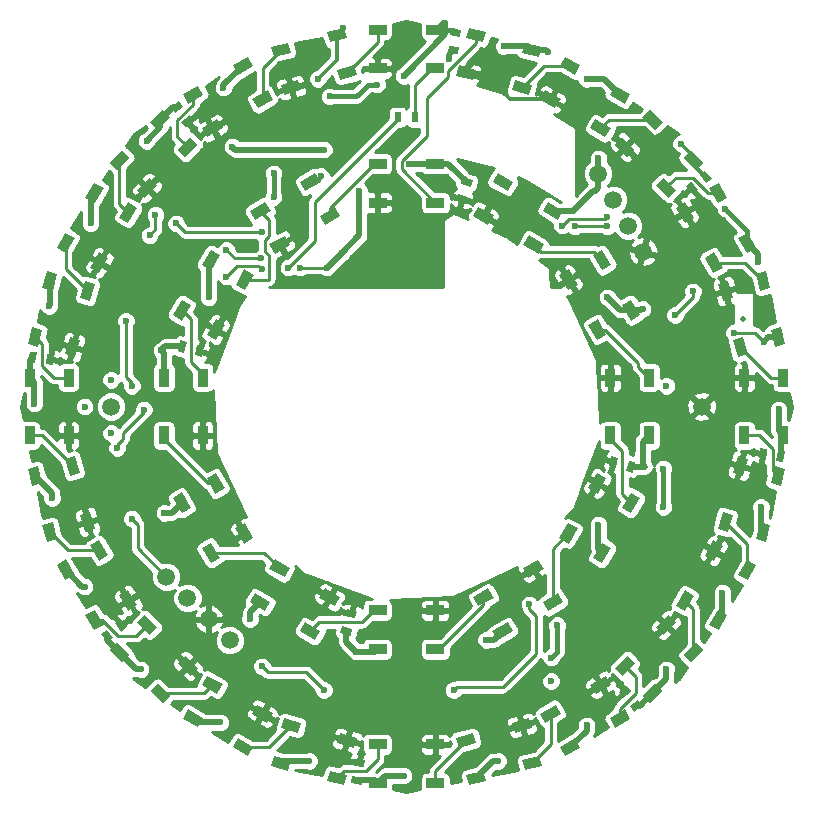
<source format=gbr>
G04 #@! TF.FileFunction,Copper,L2,Bot,Signal*
%FSLAX46Y46*%
G04 Gerber Fmt 4.6, Leading zero omitted, Abs format (unit mm)*
G04 Created by KiCad (PCBNEW 4.0.7) date Tuesday, April 03, 2018 'AMt' 10:26:05 AM*
%MOMM*%
%LPD*%
G01*
G04 APERTURE LIST*
%ADD10C,0.100000*%
%ADD11C,0.300000*%
%ADD12C,0.600000*%
%ADD13C,1.506220*%
%ADD14R,0.599440X0.899160*%
%ADD15R,1.498600X0.899160*%
%ADD16R,0.899160X1.498600*%
%ADD17C,0.250000*%
%ADD18C,0.400000*%
%ADD19C,0.500000*%
%ADD20C,0.350000*%
G04 APERTURE END LIST*
D10*
D11*
X127500000Y-91535714D02*
X127428572Y-91607143D01*
X127500000Y-91678571D01*
X127571429Y-91607143D01*
X127500000Y-91535714D01*
X127500000Y-91678571D01*
D12*
X84250000Y-77000000D03*
X93500000Y-86000000D03*
X111250000Y-122250000D03*
X111250000Y-120250000D03*
X107000000Y-122000000D03*
X107000000Y-120250000D03*
X116000000Y-89750000D03*
X119000000Y-103000000D03*
X115250000Y-109000000D03*
X83500000Y-72000000D03*
X77000000Y-76500000D03*
X72250000Y-83500000D03*
X68750000Y-90500000D03*
X82250000Y-89750000D03*
X78250000Y-94250000D03*
X67500000Y-98750000D03*
X69000000Y-106750000D03*
X130500000Y-99250000D03*
X129000000Y-107500000D03*
X125750000Y-114750000D03*
X121000000Y-121250000D03*
X114250000Y-126000000D03*
X106750000Y-129000000D03*
X98750000Y-130250000D03*
X90750000Y-129000000D03*
X83250000Y-125750000D03*
X76500000Y-121250000D03*
X71750000Y-114250000D03*
X78500000Y-108000000D03*
X85750000Y-117000000D03*
X94750000Y-119750000D03*
X105750000Y-118750000D03*
X129250000Y-93500000D03*
X128750000Y-86750000D03*
X118000000Y-87500000D03*
X120250000Y-84750000D03*
X126750000Y-92750000D03*
X121750000Y-99000000D03*
X124000000Y-97000000D03*
X124000000Y-101250000D03*
X126250000Y-99000000D03*
X71750000Y-99000000D03*
X74000000Y-96750000D03*
X74000000Y-101250000D03*
X92000000Y-77250000D03*
D10*
G36*
X102565585Y-68477052D02*
X103457052Y-68594416D01*
X103378809Y-69188728D01*
X102487342Y-69071364D01*
X102565585Y-68477052D01*
X102565585Y-68477052D01*
G37*
G36*
X102761191Y-66991272D02*
X103652658Y-67108636D01*
X103574415Y-67702948D01*
X102682948Y-67585584D01*
X102761191Y-66991272D01*
X102761191Y-66991272D01*
G37*
G36*
X79937011Y-74900363D02*
X80650363Y-74352989D01*
X81015279Y-74828557D01*
X80301927Y-75375931D01*
X79937011Y-74900363D01*
X79937011Y-74900363D01*
G37*
G36*
X79024721Y-73711443D02*
X79738073Y-73164069D01*
X80102989Y-73639637D01*
X79389637Y-74187011D01*
X79024721Y-73711443D01*
X79024721Y-73711443D01*
G37*
G36*
X68477052Y-95434415D02*
X68594416Y-94542948D01*
X69188728Y-94621191D01*
X69071364Y-95512658D01*
X68477052Y-95434415D01*
X68477052Y-95434415D01*
G37*
G36*
X66991272Y-95238809D02*
X67108636Y-94347342D01*
X67702948Y-94425585D01*
X67585584Y-95317052D01*
X66991272Y-95238809D01*
X66991272Y-95238809D01*
G37*
G36*
X74870363Y-118062989D02*
X74322989Y-117349637D01*
X74798557Y-116984721D01*
X75345931Y-117698073D01*
X74870363Y-118062989D01*
X74870363Y-118062989D01*
G37*
G36*
X73681443Y-118975279D02*
X73134069Y-118261927D01*
X73609637Y-117897011D01*
X74157011Y-118610363D01*
X73681443Y-118975279D01*
X73681443Y-118975279D01*
G37*
G36*
X95424415Y-129532948D02*
X94532948Y-129415584D01*
X94611191Y-128821272D01*
X95502658Y-128938636D01*
X95424415Y-129532948D01*
X95424415Y-129532948D01*
G37*
G36*
X95228809Y-131018728D02*
X94337342Y-130901364D01*
X94415585Y-130307052D01*
X95307052Y-130424416D01*
X95228809Y-131018728D01*
X95228809Y-131018728D01*
G37*
G36*
X118072989Y-123119637D02*
X117359637Y-123667011D01*
X116994721Y-123191443D01*
X117708073Y-122644069D01*
X118072989Y-123119637D01*
X118072989Y-123119637D01*
G37*
G36*
X118985279Y-124308557D02*
X118271927Y-124855931D01*
X117907011Y-124380363D01*
X118620363Y-123832989D01*
X118985279Y-124308557D01*
X118985279Y-124308557D01*
G37*
G36*
X129542948Y-102575585D02*
X129425584Y-103467052D01*
X128831272Y-103388809D01*
X128948636Y-102497342D01*
X129542948Y-102575585D01*
X129542948Y-102575585D01*
G37*
G36*
X131028728Y-102771191D02*
X130911364Y-103662658D01*
X130317052Y-103584415D01*
X130434416Y-102692948D01*
X131028728Y-102771191D01*
X131028728Y-102771191D01*
G37*
G36*
X123119637Y-79937011D02*
X123667011Y-80650363D01*
X123191443Y-81015279D01*
X122644069Y-80301927D01*
X123119637Y-79937011D01*
X123119637Y-79937011D01*
G37*
G36*
X124308557Y-79024721D02*
X124855931Y-79738073D01*
X124380363Y-80102989D01*
X123832989Y-79389637D01*
X124308557Y-79024721D01*
X124308557Y-79024721D01*
G37*
G36*
X103349379Y-81047901D02*
X104217901Y-81280621D01*
X104062755Y-81859635D01*
X103194233Y-81626915D01*
X103349379Y-81047901D01*
X103349379Y-81047901D01*
G37*
G36*
X103737245Y-79600365D02*
X104605767Y-79833085D01*
X104450621Y-80412099D01*
X103582099Y-80179379D01*
X103737245Y-79600365D01*
X103737245Y-79600365D01*
G37*
G36*
X81067901Y-94660621D02*
X81300621Y-93792099D01*
X81879635Y-93947245D01*
X81646915Y-94815767D01*
X81067901Y-94660621D01*
X81067901Y-94660621D01*
G37*
G36*
X79620365Y-94272755D02*
X79853085Y-93404233D01*
X80432099Y-93559379D01*
X80199379Y-94427901D01*
X79620365Y-94272755D01*
X79620365Y-94272755D01*
G37*
G36*
X94660621Y-116942099D02*
X93792099Y-116709379D01*
X93947245Y-116130365D01*
X94815767Y-116363085D01*
X94660621Y-116942099D01*
X94660621Y-116942099D01*
G37*
G36*
X94272755Y-118389635D02*
X93404233Y-118156915D01*
X93559379Y-117577901D01*
X94427901Y-117810621D01*
X94272755Y-118389635D01*
X94272755Y-118389635D01*
G37*
G36*
X116932099Y-103339379D02*
X116699379Y-104207901D01*
X116120365Y-104052755D01*
X116353085Y-103184233D01*
X116932099Y-103339379D01*
X116932099Y-103339379D01*
G37*
G36*
X118379635Y-103727245D02*
X118146915Y-104595767D01*
X117567901Y-104440621D01*
X117800621Y-103572099D01*
X118379635Y-103727245D01*
X118379635Y-103727245D01*
G37*
D13*
X124000000Y-99000000D03*
X74000000Y-99000000D03*
D14*
X99749300Y-74500000D03*
X98250700Y-74500000D03*
D15*
X96551440Y-70378460D03*
X96551440Y-67081540D03*
X101448560Y-67081540D03*
X101448560Y-70378460D03*
D10*
G36*
X88389618Y-71757140D02*
X89837154Y-71369274D01*
X90069874Y-72237796D01*
X88622338Y-72625662D01*
X88389618Y-71757140D01*
X88389618Y-71757140D01*
G37*
G36*
X87536312Y-68572560D02*
X88983848Y-68184694D01*
X89216568Y-69053216D01*
X87769032Y-69441082D01*
X87536312Y-68572560D01*
X87536312Y-68572560D01*
G37*
G36*
X92266566Y-67305092D02*
X93714102Y-66917226D01*
X93946822Y-67785748D01*
X92499286Y-68173614D01*
X92266566Y-67305092D01*
X92266566Y-67305092D01*
G37*
G36*
X93119872Y-70489672D02*
X94567408Y-70101806D01*
X94800128Y-70970328D01*
X93352592Y-71358194D01*
X93119872Y-70489672D01*
X93119872Y-70489672D01*
G37*
G36*
X81700012Y-75427190D02*
X82997838Y-74677890D01*
X83447418Y-75456586D01*
X82149592Y-76205886D01*
X81700012Y-75427190D01*
X81700012Y-75427190D01*
G37*
G36*
X80051552Y-72571974D02*
X81349378Y-71822674D01*
X81798958Y-72601370D01*
X80501132Y-73350670D01*
X80051552Y-72571974D01*
X80051552Y-72571974D01*
G37*
G36*
X84292582Y-70123414D02*
X85590408Y-69374114D01*
X86039988Y-70152810D01*
X84742162Y-70902110D01*
X84292582Y-70123414D01*
X84292582Y-70123414D01*
G37*
G36*
X85941042Y-72978630D02*
X87238868Y-72229330D01*
X87688448Y-73008026D01*
X86390622Y-73757326D01*
X85941042Y-72978630D01*
X85941042Y-72978630D01*
G37*
G36*
X76186508Y-80708965D02*
X77246178Y-79649295D01*
X77881980Y-80285097D01*
X76822310Y-81344767D01*
X76186508Y-80708965D01*
X76186508Y-80708965D01*
G37*
G36*
X73855233Y-78377690D02*
X74914903Y-77318020D01*
X75550705Y-77953822D01*
X74491035Y-79013492D01*
X73855233Y-78377690D01*
X73855233Y-78377690D01*
G37*
G36*
X77318020Y-74914903D02*
X78377690Y-73855233D01*
X79013492Y-74491035D01*
X77953822Y-75550705D01*
X77318020Y-74914903D01*
X77318020Y-74914903D01*
G37*
G36*
X79649295Y-77246178D02*
X80708965Y-76186508D01*
X81344767Y-76822310D01*
X80285097Y-77881980D01*
X79649295Y-77246178D01*
X79649295Y-77246178D01*
G37*
G36*
X72229330Y-87238868D02*
X72978630Y-85941042D01*
X73757326Y-86390622D01*
X73008026Y-87688448D01*
X72229330Y-87238868D01*
X72229330Y-87238868D01*
G37*
G36*
X69374114Y-85590408D02*
X70123414Y-84292582D01*
X70902110Y-84742162D01*
X70152810Y-86039988D01*
X69374114Y-85590408D01*
X69374114Y-85590408D01*
G37*
G36*
X71822674Y-81349378D02*
X72571974Y-80051552D01*
X73350670Y-80501132D01*
X72601370Y-81798958D01*
X71822674Y-81349378D01*
X71822674Y-81349378D01*
G37*
G36*
X74677890Y-82997838D02*
X75427190Y-81700012D01*
X76205886Y-82149592D01*
X75456586Y-83447418D01*
X74677890Y-82997838D01*
X74677890Y-82997838D01*
G37*
G36*
X70100362Y-94569188D02*
X70488228Y-93121652D01*
X71356750Y-93354372D01*
X70968884Y-94801908D01*
X70100362Y-94569188D01*
X70100362Y-94569188D01*
G37*
G36*
X66915782Y-93715882D02*
X67303648Y-92268346D01*
X68172170Y-92501066D01*
X67784304Y-93948602D01*
X66915782Y-93715882D01*
X66915782Y-93715882D01*
G37*
G36*
X68183250Y-88985628D02*
X68571116Y-87538092D01*
X69439638Y-87770812D01*
X69051772Y-89218348D01*
X68183250Y-88985628D01*
X68183250Y-88985628D01*
G37*
G36*
X71367830Y-89838934D02*
X71755696Y-88391398D01*
X72624218Y-88624118D01*
X72236352Y-90071654D01*
X71367830Y-89838934D01*
X71367830Y-89838934D01*
G37*
D16*
X70388460Y-101448560D03*
X67091540Y-101448560D03*
X67091540Y-96551440D03*
X70388460Y-96551440D03*
D10*
G36*
X71755696Y-109608602D02*
X71367830Y-108161066D01*
X72236352Y-107928346D01*
X72624218Y-109375882D01*
X71755696Y-109608602D01*
X71755696Y-109608602D01*
G37*
G36*
X68571116Y-110461908D02*
X68183250Y-109014372D01*
X69051772Y-108781652D01*
X69439638Y-110229188D01*
X68571116Y-110461908D01*
X68571116Y-110461908D01*
G37*
G36*
X67303648Y-105731654D02*
X66915782Y-104284118D01*
X67784304Y-104051398D01*
X68172170Y-105498934D01*
X67303648Y-105731654D01*
X67303648Y-105731654D01*
G37*
G36*
X70488228Y-104878348D02*
X70100362Y-103430812D01*
X70968884Y-103198092D01*
X71356750Y-104645628D01*
X70488228Y-104878348D01*
X70488228Y-104878348D01*
G37*
G36*
X75427190Y-116289988D02*
X74677890Y-114992162D01*
X75456586Y-114542582D01*
X76205886Y-115840408D01*
X75427190Y-116289988D01*
X75427190Y-116289988D01*
G37*
G36*
X72571974Y-117938448D02*
X71822674Y-116640622D01*
X72601370Y-116191042D01*
X73350670Y-117488868D01*
X72571974Y-117938448D01*
X72571974Y-117938448D01*
G37*
G36*
X70123414Y-113697418D02*
X69374114Y-112399592D01*
X70152810Y-111950012D01*
X70902110Y-113247838D01*
X70123414Y-113697418D01*
X70123414Y-113697418D01*
G37*
G36*
X72978630Y-112048958D02*
X72229330Y-110751132D01*
X73008026Y-110301552D01*
X73757326Y-111599378D01*
X72978630Y-112048958D01*
X72978630Y-112048958D01*
G37*
G36*
X80708965Y-121803492D02*
X79649295Y-120743822D01*
X80285097Y-120108020D01*
X81344767Y-121167690D01*
X80708965Y-121803492D01*
X80708965Y-121803492D01*
G37*
G36*
X78377690Y-124134767D02*
X77318020Y-123075097D01*
X77953822Y-122439295D01*
X79013492Y-123498965D01*
X78377690Y-124134767D01*
X78377690Y-124134767D01*
G37*
G36*
X74914903Y-120671980D02*
X73855233Y-119612310D01*
X74491035Y-118976508D01*
X75550705Y-120036178D01*
X74914903Y-120671980D01*
X74914903Y-120671980D01*
G37*
G36*
X77246178Y-118340705D02*
X76186508Y-117281035D01*
X76822310Y-116645233D01*
X77881980Y-117704903D01*
X77246178Y-118340705D01*
X77246178Y-118340705D01*
G37*
G36*
X87228868Y-125760670D02*
X85931042Y-125011370D01*
X86380622Y-124232674D01*
X87678448Y-124981974D01*
X87228868Y-125760670D01*
X87228868Y-125760670D01*
G37*
G36*
X85580408Y-128615886D02*
X84282582Y-127866586D01*
X84732162Y-127087890D01*
X86029988Y-127837190D01*
X85580408Y-128615886D01*
X85580408Y-128615886D01*
G37*
G36*
X81339378Y-126167326D02*
X80041552Y-125418026D01*
X80491132Y-124639330D01*
X81788958Y-125388630D01*
X81339378Y-126167326D01*
X81339378Y-126167326D01*
G37*
G36*
X82987838Y-123312110D02*
X81690012Y-122562810D01*
X82139592Y-121784114D01*
X83437418Y-122533414D01*
X82987838Y-123312110D01*
X82987838Y-123312110D01*
G37*
G36*
X94569188Y-127899638D02*
X93121652Y-127511772D01*
X93354372Y-126643250D01*
X94801908Y-127031116D01*
X94569188Y-127899638D01*
X94569188Y-127899638D01*
G37*
G36*
X93715882Y-131084218D02*
X92268346Y-130696352D01*
X92501066Y-129827830D01*
X93948602Y-130215696D01*
X93715882Y-131084218D01*
X93715882Y-131084218D01*
G37*
G36*
X88985628Y-129816750D02*
X87538092Y-129428884D01*
X87770812Y-128560362D01*
X89218348Y-128948228D01*
X88985628Y-129816750D01*
X88985628Y-129816750D01*
G37*
G36*
X89838934Y-126632170D02*
X88391398Y-126244304D01*
X88624118Y-125375782D01*
X90071654Y-125763648D01*
X89838934Y-126632170D01*
X89838934Y-126632170D01*
G37*
D15*
X101448560Y-127601540D03*
X101448560Y-130898460D03*
X96551440Y-130898460D03*
X96551440Y-127601540D03*
D10*
G36*
X109608602Y-126240328D02*
X108161066Y-126628194D01*
X107928346Y-125759672D01*
X109375882Y-125371806D01*
X109608602Y-126240328D01*
X109608602Y-126240328D01*
G37*
G36*
X110461908Y-129424908D02*
X109014372Y-129812774D01*
X108781652Y-128944252D01*
X110229188Y-128556386D01*
X110461908Y-129424908D01*
X110461908Y-129424908D01*
G37*
G36*
X105731654Y-130692376D02*
X104284118Y-131080242D01*
X104051398Y-130211720D01*
X105498934Y-129823854D01*
X105731654Y-130692376D01*
X105731654Y-130692376D01*
G37*
G36*
X104878348Y-127507796D02*
X103430812Y-127895662D01*
X103198092Y-127027140D01*
X104645628Y-126639274D01*
X104878348Y-127507796D01*
X104878348Y-127507796D01*
G37*
G36*
X116309988Y-122572810D02*
X115012162Y-123322110D01*
X114562582Y-122543414D01*
X115860408Y-121794114D01*
X116309988Y-122572810D01*
X116309988Y-122572810D01*
G37*
G36*
X117958448Y-125428026D02*
X116660622Y-126177326D01*
X116211042Y-125398630D01*
X117508868Y-124649330D01*
X117958448Y-125428026D01*
X117958448Y-125428026D01*
G37*
G36*
X113717418Y-127876586D02*
X112419592Y-128625886D01*
X111970012Y-127847190D01*
X113267838Y-127097890D01*
X113717418Y-127876586D01*
X113717418Y-127876586D01*
G37*
G36*
X112068958Y-125021370D02*
X110771132Y-125770670D01*
X110321552Y-124991974D01*
X111619378Y-124242674D01*
X112068958Y-125021370D01*
X112068958Y-125021370D01*
G37*
G36*
X121803492Y-117281035D02*
X120743822Y-118340705D01*
X120108020Y-117704903D01*
X121167690Y-116645233D01*
X121803492Y-117281035D01*
X121803492Y-117281035D01*
G37*
G36*
X124134767Y-119612310D02*
X123075097Y-120671980D01*
X122439295Y-120036178D01*
X123498965Y-118976508D01*
X124134767Y-119612310D01*
X124134767Y-119612310D01*
G37*
G36*
X120671980Y-123075097D02*
X119612310Y-124134767D01*
X118976508Y-123498965D01*
X120036178Y-122439295D01*
X120671980Y-123075097D01*
X120671980Y-123075097D01*
G37*
G36*
X118340705Y-120743822D02*
X117281035Y-121803492D01*
X116645233Y-121167690D01*
X117704903Y-120108020D01*
X118340705Y-120743822D01*
X118340705Y-120743822D01*
G37*
G36*
X125770670Y-110771132D02*
X125021370Y-112068958D01*
X124242674Y-111619378D01*
X124991974Y-110321552D01*
X125770670Y-110771132D01*
X125770670Y-110771132D01*
G37*
G36*
X128625886Y-112419592D02*
X127876586Y-113717418D01*
X127097890Y-113267838D01*
X127847190Y-111970012D01*
X128625886Y-112419592D01*
X128625886Y-112419592D01*
G37*
G36*
X126177326Y-116660622D02*
X125428026Y-117958448D01*
X124649330Y-117508868D01*
X125398630Y-116211042D01*
X126177326Y-116660622D01*
X126177326Y-116660622D01*
G37*
G36*
X123322110Y-115012162D02*
X122572810Y-116309988D01*
X121794114Y-115860408D01*
X122543414Y-114562582D01*
X123322110Y-115012162D01*
X123322110Y-115012162D01*
G37*
G36*
X127899638Y-103430812D02*
X127511772Y-104878348D01*
X126643250Y-104645628D01*
X127031116Y-103198092D01*
X127899638Y-103430812D01*
X127899638Y-103430812D01*
G37*
G36*
X131084218Y-104284118D02*
X130696352Y-105731654D01*
X129827830Y-105498934D01*
X130215696Y-104051398D01*
X131084218Y-104284118D01*
X131084218Y-104284118D01*
G37*
G36*
X129816750Y-109014372D02*
X129428884Y-110461908D01*
X128560362Y-110229188D01*
X128948228Y-108781652D01*
X129816750Y-109014372D01*
X129816750Y-109014372D01*
G37*
G36*
X126632170Y-108161066D02*
X126244304Y-109608602D01*
X125375782Y-109375882D01*
X125763648Y-107928346D01*
X126632170Y-108161066D01*
X126632170Y-108161066D01*
G37*
D16*
X127611540Y-96551440D03*
X130908460Y-96551440D03*
X130908460Y-101448560D03*
X127611540Y-101448560D03*
D10*
G36*
X126244304Y-88391398D02*
X126632170Y-89838934D01*
X125763648Y-90071654D01*
X125375782Y-88624118D01*
X126244304Y-88391398D01*
X126244304Y-88391398D01*
G37*
G36*
X129428884Y-87538092D02*
X129816750Y-88985628D01*
X128948228Y-89218348D01*
X128560362Y-87770812D01*
X129428884Y-87538092D01*
X129428884Y-87538092D01*
G37*
G36*
X130696352Y-92268346D02*
X131084218Y-93715882D01*
X130215696Y-93948602D01*
X129827830Y-92501066D01*
X130696352Y-92268346D01*
X130696352Y-92268346D01*
G37*
G36*
X127511772Y-93121652D02*
X127899638Y-94569188D01*
X127031116Y-94801908D01*
X126643250Y-93354372D01*
X127511772Y-93121652D01*
X127511772Y-93121652D01*
G37*
G36*
X122572810Y-81700012D02*
X123322110Y-82997838D01*
X122543414Y-83447418D01*
X121794114Y-82149592D01*
X122572810Y-81700012D01*
X122572810Y-81700012D01*
G37*
G36*
X125428026Y-80051552D02*
X126177326Y-81349378D01*
X125398630Y-81798958D01*
X124649330Y-80501132D01*
X125428026Y-80051552D01*
X125428026Y-80051552D01*
G37*
G36*
X127876586Y-84292582D02*
X128625886Y-85590408D01*
X127847190Y-86039988D01*
X127097890Y-84742162D01*
X127876586Y-84292582D01*
X127876586Y-84292582D01*
G37*
G36*
X125021370Y-85941042D02*
X125770670Y-87238868D01*
X124991974Y-87688448D01*
X124242674Y-86390622D01*
X125021370Y-85941042D01*
X125021370Y-85941042D01*
G37*
G36*
X117288066Y-76186508D02*
X118347736Y-77246178D01*
X117711934Y-77881980D01*
X116652264Y-76822310D01*
X117288066Y-76186508D01*
X117288066Y-76186508D01*
G37*
G36*
X119619341Y-73855233D02*
X120679011Y-74914903D01*
X120043209Y-75550705D01*
X118983539Y-74491035D01*
X119619341Y-73855233D01*
X119619341Y-73855233D01*
G37*
G36*
X123082128Y-77318020D02*
X124141798Y-78377690D01*
X123505996Y-79013492D01*
X122446326Y-77953822D01*
X123082128Y-77318020D01*
X123082128Y-77318020D01*
G37*
G36*
X120750853Y-79649295D02*
X121810523Y-80708965D01*
X121174721Y-81344767D01*
X120115051Y-80285097D01*
X120750853Y-79649295D01*
X120750853Y-79649295D01*
G37*
G36*
X110761132Y-72229330D02*
X112058958Y-72978630D01*
X111609378Y-73757326D01*
X110311552Y-73008026D01*
X110761132Y-72229330D01*
X110761132Y-72229330D01*
G37*
G36*
X112409592Y-69374114D02*
X113707418Y-70123414D01*
X113257838Y-70902110D01*
X111960012Y-70152810D01*
X112409592Y-69374114D01*
X112409592Y-69374114D01*
G37*
G36*
X116650622Y-71822674D02*
X117948448Y-72571974D01*
X117498868Y-73350670D01*
X116201042Y-72601370D01*
X116650622Y-71822674D01*
X116650622Y-71822674D01*
G37*
G36*
X115002162Y-74677890D02*
X116299988Y-75427190D01*
X115850408Y-76205886D01*
X114552582Y-75456586D01*
X115002162Y-74677890D01*
X115002162Y-74677890D01*
G37*
G36*
X103430812Y-70106386D02*
X104878348Y-70494252D01*
X104645628Y-71362774D01*
X103198092Y-70974908D01*
X103430812Y-70106386D01*
X103430812Y-70106386D01*
G37*
G36*
X104284118Y-66921806D02*
X105731654Y-67309672D01*
X105498934Y-68178194D01*
X104051398Y-67790328D01*
X104284118Y-66921806D01*
X104284118Y-66921806D01*
G37*
G36*
X109014372Y-68189274D02*
X110461908Y-68577140D01*
X110229188Y-69445662D01*
X108781652Y-69057796D01*
X109014372Y-68189274D01*
X109014372Y-68189274D01*
G37*
G36*
X108161066Y-71373854D02*
X109608602Y-71761720D01*
X109375882Y-72630242D01*
X107928346Y-72242376D01*
X108161066Y-71373854D01*
X108161066Y-71373854D01*
G37*
D15*
X96551440Y-81750000D03*
X96551440Y-78453080D03*
X101448560Y-78453080D03*
X101448560Y-81750000D03*
D10*
G36*
X87396297Y-85275302D02*
X88694123Y-84526002D01*
X89143703Y-85304698D01*
X87845877Y-86053998D01*
X87396297Y-85275302D01*
X87396297Y-85275302D01*
G37*
G36*
X85747837Y-82420086D02*
X87045663Y-81670786D01*
X87495243Y-82449482D01*
X86197417Y-83198782D01*
X85747837Y-82420086D01*
X85747837Y-82420086D01*
G37*
G36*
X89988867Y-79971526D02*
X91286693Y-79222226D01*
X91736273Y-80000922D01*
X90438447Y-80750222D01*
X89988867Y-79971526D01*
X89988867Y-79971526D01*
G37*
G36*
X91637327Y-82826742D02*
X92935153Y-82077442D01*
X93384733Y-82856138D01*
X92086907Y-83605438D01*
X91637327Y-82826742D01*
X91637327Y-82826742D01*
G37*
G36*
X82086002Y-92924123D02*
X82835302Y-91626297D01*
X83613998Y-92075877D01*
X82864698Y-93373703D01*
X82086002Y-92924123D01*
X82086002Y-92924123D01*
G37*
G36*
X79230786Y-91275663D02*
X79980086Y-89977837D01*
X80758782Y-90427417D01*
X80009482Y-91725243D01*
X79230786Y-91275663D01*
X79230786Y-91275663D01*
G37*
G36*
X81679346Y-87034633D02*
X82428646Y-85736807D01*
X83207342Y-86186387D01*
X82458042Y-87484213D01*
X81679346Y-87034633D01*
X81679346Y-87034633D01*
G37*
G36*
X84534562Y-88683093D02*
X85283862Y-87385267D01*
X86062558Y-87834847D01*
X85313258Y-89132673D01*
X84534562Y-88683093D01*
X84534562Y-88683093D01*
G37*
D16*
X81760000Y-101450000D03*
X78463080Y-101450000D03*
X78463080Y-96552880D03*
X81760000Y-96552880D03*
D10*
G36*
X85267190Y-110614733D02*
X84517890Y-109316907D01*
X85296586Y-108867327D01*
X86045886Y-110165153D01*
X85267190Y-110614733D01*
X85267190Y-110614733D01*
G37*
G36*
X82411974Y-112263193D02*
X81662674Y-110965367D01*
X82441370Y-110515787D01*
X83190670Y-111813613D01*
X82411974Y-112263193D01*
X82411974Y-112263193D01*
G37*
G36*
X79963414Y-108022163D02*
X79214114Y-106724337D01*
X79992810Y-106274757D01*
X80742110Y-107572583D01*
X79963414Y-108022163D01*
X79963414Y-108022163D01*
G37*
G36*
X82818630Y-106373703D02*
X82069330Y-105075877D01*
X82848026Y-104626297D01*
X83597326Y-105924123D01*
X82818630Y-106373703D01*
X82818630Y-106373703D01*
G37*
G36*
X92918868Y-115920670D02*
X91621042Y-115171370D01*
X92070622Y-114392674D01*
X93368448Y-115141974D01*
X92918868Y-115920670D01*
X92918868Y-115920670D01*
G37*
G36*
X91270408Y-118775886D02*
X89972582Y-118026586D01*
X90422162Y-117247890D01*
X91719988Y-117997190D01*
X91270408Y-118775886D01*
X91270408Y-118775886D01*
G37*
G36*
X87029378Y-116327326D02*
X85731552Y-115578026D01*
X86181132Y-114799330D01*
X87478958Y-115548630D01*
X87029378Y-116327326D01*
X87029378Y-116327326D01*
G37*
G36*
X88677838Y-113472110D02*
X87380012Y-112722810D01*
X87829592Y-111944114D01*
X89127418Y-112693414D01*
X88677838Y-113472110D01*
X88677838Y-113472110D01*
G37*
D15*
X101448560Y-116251540D03*
X101448560Y-119548460D03*
X96551440Y-119548460D03*
X96551440Y-116251540D03*
D10*
G36*
X110619988Y-112732810D02*
X109322162Y-113482110D01*
X108872582Y-112703414D01*
X110170408Y-111954114D01*
X110619988Y-112732810D01*
X110619988Y-112732810D01*
G37*
G36*
X112268448Y-115588026D02*
X110970622Y-116337326D01*
X110521042Y-115558630D01*
X111818868Y-114809330D01*
X112268448Y-115588026D01*
X112268448Y-115588026D01*
G37*
G36*
X108027418Y-118036586D02*
X106729592Y-118785886D01*
X106280012Y-118007190D01*
X107577838Y-117257890D01*
X108027418Y-118036586D01*
X108027418Y-118036586D01*
G37*
G36*
X106378958Y-115181370D02*
X105081132Y-115930670D01*
X104631552Y-115151974D01*
X105929378Y-114402674D01*
X106378958Y-115181370D01*
X106378958Y-115181370D01*
G37*
G36*
X115930670Y-105081132D02*
X115181370Y-106378958D01*
X114402674Y-105929378D01*
X115151974Y-104631552D01*
X115930670Y-105081132D01*
X115930670Y-105081132D01*
G37*
G36*
X118785886Y-106729592D02*
X118036586Y-108027418D01*
X117257890Y-107577838D01*
X118007190Y-106280012D01*
X118785886Y-106729592D01*
X118785886Y-106729592D01*
G37*
G36*
X116337326Y-110970622D02*
X115588026Y-112268448D01*
X114809330Y-111818868D01*
X115558630Y-110521042D01*
X116337326Y-110970622D01*
X116337326Y-110970622D01*
G37*
G36*
X113482110Y-109322162D02*
X112732810Y-110619988D01*
X111954114Y-110170408D01*
X112703414Y-108872582D01*
X113482110Y-109322162D01*
X113482110Y-109322162D01*
G37*
D16*
X116250000Y-96551440D03*
X119546920Y-96551440D03*
X119546920Y-101448560D03*
X116250000Y-101448560D03*
D10*
G36*
X112732810Y-87380012D02*
X113482110Y-88677838D01*
X112703414Y-89127418D01*
X111954114Y-87829592D01*
X112732810Y-87380012D01*
X112732810Y-87380012D01*
G37*
G36*
X115588026Y-85731552D02*
X116337326Y-87029378D01*
X115558630Y-87478958D01*
X114809330Y-86181132D01*
X115588026Y-85731552D01*
X115588026Y-85731552D01*
G37*
G36*
X118036586Y-89972582D02*
X118785886Y-91270408D01*
X118007190Y-91719988D01*
X117257890Y-90422162D01*
X118036586Y-89972582D01*
X118036586Y-89972582D01*
G37*
G36*
X115181370Y-91621042D02*
X115930670Y-92918868D01*
X115151974Y-93368448D01*
X114402674Y-92070622D01*
X115181370Y-91621042D01*
X115181370Y-91621042D01*
G37*
G36*
X105091132Y-82069330D02*
X106388958Y-82818630D01*
X105939378Y-83597326D01*
X104641552Y-82848026D01*
X105091132Y-82069330D01*
X105091132Y-82069330D01*
G37*
G36*
X106739592Y-79214114D02*
X108037418Y-79963414D01*
X107587838Y-80742110D01*
X106290012Y-79992810D01*
X106739592Y-79214114D01*
X106739592Y-79214114D01*
G37*
G36*
X110980622Y-81662674D02*
X112278448Y-82411974D01*
X111828868Y-83190670D01*
X110531042Y-82441370D01*
X110980622Y-81662674D01*
X110980622Y-81662674D01*
G37*
G36*
X109332162Y-84517890D02*
X110629988Y-85267190D01*
X110180408Y-86045886D01*
X108882582Y-85296586D01*
X109332162Y-84517890D01*
X109332162Y-84517890D01*
G37*
D12*
X95000000Y-80750000D03*
D13*
X119040000Y-85899409D03*
X117770000Y-83699704D03*
X116500000Y-81500000D03*
X115230000Y-79300295D03*
X84046051Y-118796051D03*
X82250000Y-117000000D03*
X80453948Y-115203948D03*
X78657897Y-113407897D03*
D12*
X86750000Y-121000000D03*
X92000000Y-123000000D03*
X103000000Y-123000000D03*
X109401640Y-115750000D03*
X120750000Y-107500000D03*
X120750000Y-104250000D03*
X96500000Y-71750000D03*
X92500000Y-72750000D03*
X87750000Y-79250000D03*
X87750000Y-81250000D03*
X83750000Y-85750000D03*
X86694150Y-86466023D03*
X91750000Y-79500000D03*
X126000000Y-82250000D03*
X98750000Y-71000000D03*
X99250000Y-78500000D03*
X91500000Y-71250000D03*
X93624717Y-66921048D03*
X122250000Y-76750000D03*
X102250000Y-66500000D03*
X121750000Y-91249998D03*
X121000000Y-97250000D03*
X114250000Y-71250000D03*
X111000000Y-69000000D03*
X107250000Y-68500000D03*
X111750000Y-117500000D03*
X119000000Y-90750000D03*
X123250000Y-89250000D03*
X115000000Y-80750000D03*
X115250000Y-78000000D03*
X90000000Y-87250000D03*
X92250000Y-87250000D03*
X102583296Y-69610368D03*
X104750000Y-69750000D03*
X88999998Y-87250000D03*
X112183051Y-83683051D03*
X116003147Y-82949994D03*
X113250000Y-83750004D03*
X116000000Y-83749994D03*
X79500000Y-83500000D03*
X86750000Y-84250000D03*
X83750000Y-88000000D03*
X86750631Y-87398547D03*
X77750000Y-82750000D03*
X75750000Y-97250000D03*
X74500000Y-102500006D03*
X75750000Y-108500000D03*
X76758948Y-99252982D03*
X75250000Y-91750000D03*
X77250000Y-84500000D03*
D17*
X90500000Y-121500000D02*
X87250000Y-121500000D01*
X87250000Y-121500000D02*
X86750000Y-121000000D01*
X92000000Y-123000000D02*
X90500000Y-121500000D01*
X107175002Y-122750000D02*
X103250000Y-122750000D01*
X103250000Y-122750000D02*
X103000000Y-123000000D01*
X110000000Y-119500000D02*
X110000000Y-119925002D01*
X110000000Y-119925002D02*
X107175002Y-122750000D01*
X110000000Y-116772624D02*
X110000000Y-119500000D01*
X109401640Y-115750000D02*
X109401640Y-116174264D01*
X109401640Y-116174264D02*
X110000000Y-116772624D01*
D18*
X120750000Y-104250000D02*
X120750000Y-107500000D01*
X96500000Y-71750000D02*
X95750000Y-71750000D01*
X95750000Y-71750000D02*
X95000000Y-72500000D01*
X92500000Y-72750000D02*
X94750000Y-72750000D01*
X94750000Y-72750000D02*
X95000000Y-72500000D01*
X87750000Y-81250000D02*
X87750000Y-79250000D01*
D17*
X86694150Y-86466023D02*
X84466023Y-86466023D01*
X84466023Y-86466023D02*
X83750000Y-85750000D01*
X90862570Y-79986224D02*
X91263776Y-79986224D01*
D18*
X91263776Y-79986224D02*
X91750000Y-79500000D01*
X127861888Y-84111888D02*
X126000000Y-82250000D01*
X127861888Y-85166285D02*
X127861888Y-84111888D01*
D19*
X79563855Y-73675540D02*
X79193185Y-73675540D01*
X79193185Y-73675540D02*
X78165756Y-74702969D01*
X130672890Y-103177803D02*
X130672890Y-101684130D01*
X130672890Y-101684130D02*
X130908460Y-101448560D01*
X118446145Y-124344460D02*
X118766815Y-124344460D01*
X118766815Y-124344460D02*
X119824244Y-123287031D01*
X94822197Y-130662890D02*
X96315870Y-130662890D01*
X96315870Y-130662890D02*
X96551440Y-130898460D01*
X73645540Y-118436145D02*
X73645540Y-118766815D01*
X73645540Y-118766815D02*
X74702969Y-119824244D01*
X67091540Y-96551440D02*
X67091540Y-95087767D01*
X67091540Y-95087767D02*
X67347110Y-94832197D01*
X102250000Y-67500000D02*
X98750000Y-71000000D01*
X102250000Y-66500000D02*
X102250000Y-67500000D01*
X99296920Y-78453080D02*
X99250000Y-78500000D01*
X101448560Y-78453080D02*
X99296920Y-78453080D01*
X92000000Y-77250000D02*
X84500000Y-77250000D01*
X84500000Y-77250000D02*
X84250000Y-77000000D01*
D20*
X93106694Y-69643306D02*
X91500000Y-71250000D01*
X93106694Y-67545420D02*
X93106694Y-69643306D01*
X93106694Y-67545420D02*
X93106694Y-67439071D01*
X93106694Y-67439071D02*
X93624717Y-66921048D01*
X123294062Y-78165756D02*
X123294062Y-77794062D01*
X123294062Y-77794062D02*
X122250000Y-76750000D01*
X123294062Y-78165756D02*
X123294062Y-78513457D01*
X123294062Y-78513457D02*
X124344460Y-79563855D01*
X102250000Y-66500000D02*
X102030100Y-66500000D01*
X102030100Y-66500000D02*
X101448560Y-67081540D01*
D18*
X101448560Y-67081540D02*
X102902233Y-67081540D01*
X102902233Y-67081540D02*
X103167803Y-67347110D01*
D17*
X126750000Y-92750000D02*
X128500000Y-92750000D01*
X128500000Y-92750000D02*
X129250000Y-93500000D01*
X123250000Y-89749998D02*
X121750000Y-91249998D01*
X123250000Y-89250000D02*
X123250000Y-89749998D01*
D19*
X128750000Y-86750000D02*
X128750000Y-86054397D01*
X128750000Y-86054397D02*
X127861888Y-85166285D01*
X93500000Y-86000000D02*
X95000000Y-84500000D01*
X95000000Y-84500000D02*
X95000000Y-80750000D01*
X93500000Y-86000000D02*
X92250000Y-87250000D01*
X114250000Y-71250000D02*
X115738073Y-71250000D01*
X115738073Y-71250000D02*
X117074745Y-72586672D01*
X109621780Y-68817468D02*
X110817468Y-68817468D01*
X110817468Y-68817468D02*
X111000000Y-69000000D01*
X107250000Y-68500000D02*
X109304312Y-68500000D01*
X109304312Y-68500000D02*
X109621780Y-68817468D01*
D18*
X111750000Y-119750000D02*
X111750000Y-117500000D01*
X111250000Y-120250000D02*
X111750000Y-119750000D01*
D19*
X117973768Y-104083933D02*
X119166067Y-104083933D01*
X119166067Y-104083933D02*
X119000000Y-103917866D01*
X119000000Y-103917866D02*
X119000000Y-101995480D01*
X119000000Y-101995480D02*
X119546920Y-101448560D01*
X115000000Y-80750000D02*
X114825736Y-80750000D01*
X114825736Y-80750000D02*
X113176672Y-82399064D01*
X113176672Y-82399064D02*
X113176672Y-82426672D01*
X113176672Y-82426672D02*
X111404745Y-82426672D01*
X101448560Y-78453080D02*
X102540781Y-78453080D01*
X102540781Y-78453080D02*
X104093933Y-80006232D01*
X78463080Y-96552880D02*
X78463080Y-94463080D01*
X78463080Y-94463080D02*
X78250000Y-94250000D01*
X80026232Y-93916067D02*
X78583933Y-93916067D01*
X78583933Y-93916067D02*
X78250000Y-94250000D01*
X94750000Y-119750000D02*
X96349900Y-119750000D01*
X96349900Y-119750000D02*
X96551440Y-119548460D01*
X93916067Y-117983768D02*
X93916067Y-118916067D01*
X93916067Y-118916067D02*
X94750000Y-119750000D01*
X118021888Y-90846285D02*
X117096285Y-90846285D01*
X117096285Y-90846285D02*
X116000000Y-89750000D01*
X115230000Y-79300295D02*
X115230000Y-80520000D01*
X115230000Y-80520000D02*
X115000000Y-80750000D01*
X115230000Y-79300295D02*
X115230000Y-78020000D01*
X115230000Y-78020000D02*
X115250000Y-78000000D01*
X115000000Y-79530295D02*
X115230000Y-79300295D01*
D17*
X92250000Y-87250000D02*
X90000000Y-87250000D01*
D19*
X130456024Y-93108474D02*
X129641526Y-93108474D01*
X129641526Y-93108474D02*
X129250000Y-93500000D01*
X130500000Y-99250000D02*
X130500000Y-101040100D01*
X130500000Y-101040100D02*
X130908460Y-101448560D01*
X129000000Y-107500000D02*
X129000000Y-109433224D01*
X129000000Y-109433224D02*
X129188556Y-109621780D01*
X67500000Y-98750000D02*
X67500000Y-96959900D01*
X67500000Y-96959900D02*
X67091540Y-96551440D01*
X69000000Y-106750000D02*
X69000000Y-106347550D01*
X69000000Y-106347550D02*
X67543976Y-104891526D01*
X71750000Y-114250000D02*
X71564397Y-114250000D01*
X71564397Y-114250000D02*
X70138112Y-112823715D01*
X76500000Y-121250000D02*
X76128725Y-121250000D01*
X76128725Y-121250000D02*
X74702969Y-119824244D01*
X83250000Y-125750000D02*
X81261927Y-125750000D01*
X81261927Y-125750000D02*
X80915255Y-125403328D01*
X90750000Y-129000000D02*
X88566776Y-129000000D01*
X88566776Y-129000000D02*
X88378220Y-129188556D01*
X98750000Y-130250000D02*
X97199900Y-130250000D01*
X97199900Y-130250000D02*
X96551440Y-130898460D01*
X106750000Y-129000000D02*
X106343574Y-129000000D01*
X106343574Y-129000000D02*
X104891526Y-130452048D01*
X114250000Y-126000000D02*
X114250000Y-126455603D01*
X114250000Y-126455603D02*
X112843715Y-127861888D01*
X121000000Y-121250000D02*
X121000000Y-122111275D01*
X121000000Y-122111275D02*
X119824244Y-123287031D01*
X125750000Y-114750000D02*
X125750000Y-116748073D01*
X125750000Y-116748073D02*
X125413328Y-117084745D01*
X118021888Y-90846285D02*
X118846285Y-90846285D01*
X83500000Y-72000000D02*
X83500000Y-71804397D01*
X83500000Y-71804397D02*
X85166285Y-70138112D01*
X78165756Y-74702969D02*
X78165756Y-75334244D01*
X78165756Y-75334244D02*
X77000000Y-76500000D01*
X72250000Y-83500000D02*
X72250000Y-81261927D01*
X72250000Y-81261927D02*
X72586672Y-80925255D01*
X68811444Y-88378220D02*
X68811444Y-90438556D01*
X68811444Y-90438556D02*
X68750000Y-90500000D01*
X82250000Y-89750000D02*
X82250000Y-86803854D01*
X82250000Y-86803854D02*
X82443344Y-86610510D01*
X78500000Y-108000000D02*
X79126572Y-108000000D01*
X79126572Y-108000000D02*
X79978112Y-107148460D01*
X85750000Y-117000000D02*
X85750000Y-116418583D01*
X85750000Y-116418583D02*
X86605255Y-115563328D01*
X96500000Y-119599900D02*
X96551440Y-119548460D01*
X105750000Y-118750000D02*
X106425603Y-118750000D01*
X106425603Y-118750000D02*
X107153715Y-118021888D01*
X115250000Y-109000000D02*
X115250000Y-111071417D01*
X115250000Y-111071417D02*
X115573328Y-111394745D01*
D20*
X111185255Y-72993328D02*
X109543142Y-72993328D01*
X109543142Y-72993328D02*
X109531218Y-73005252D01*
X105484580Y-70734580D02*
X104038220Y-70734580D01*
X109531218Y-73005252D02*
X108160876Y-73005252D01*
X108160876Y-73005252D02*
X108148952Y-72993328D01*
X108148952Y-72993328D02*
X107743328Y-72993328D01*
X107743328Y-72993328D02*
X105484580Y-70734580D01*
D19*
X102583296Y-69610368D02*
X102583296Y-69221791D01*
X102583296Y-69221791D02*
X102972197Y-68832890D01*
X104038220Y-70734580D02*
X104038220Y-70461780D01*
X104038220Y-70461780D02*
X104750000Y-69750000D01*
D17*
X98250700Y-74500000D02*
X98250700Y-74649860D01*
X98250700Y-74649860D02*
X91250000Y-81650560D01*
X91250000Y-84999998D02*
X88999998Y-87250000D01*
X91250000Y-81650560D02*
X91250000Y-84999998D01*
X116003147Y-82949994D02*
X115828146Y-83124995D01*
X115828146Y-83124995D02*
X112741107Y-83124995D01*
X112741107Y-83124995D02*
X112183051Y-83683051D01*
X116000000Y-83749994D02*
X115999994Y-83750000D01*
X113250004Y-83750000D02*
X113250000Y-83750004D01*
X115999994Y-83750000D02*
X113250004Y-83750000D01*
X86750000Y-84250000D02*
X80250000Y-84250000D01*
X80250000Y-84250000D02*
X79500000Y-83500000D01*
X86750631Y-87398547D02*
X86412341Y-87060257D01*
X86412341Y-87060257D02*
X84689743Y-87060257D01*
X84689743Y-87060257D02*
X83750000Y-88000000D01*
X101448560Y-70378460D02*
X101148840Y-70378460D01*
X101148840Y-70378460D02*
X99750000Y-71777300D01*
X99750000Y-71777300D02*
X99750000Y-73799720D01*
X99750000Y-73799720D02*
X99749300Y-73800420D01*
X99749300Y-73800420D02*
X99749300Y-74500000D01*
X96551440Y-67081540D02*
X96551440Y-68138560D01*
X96551440Y-68138560D02*
X93960000Y-70730000D01*
X88376440Y-68812888D02*
X86814745Y-70374583D01*
X86814745Y-70374583D02*
X86814745Y-72993328D01*
X80925255Y-72586672D02*
X80925255Y-73452483D01*
X80925255Y-73452483D02*
X79612001Y-74765737D01*
X79612001Y-74765737D02*
X79612001Y-76149214D01*
X79612001Y-76149214D02*
X80108420Y-76645633D01*
X80108420Y-76645633D02*
X80497031Y-77034244D01*
X74702969Y-78165756D02*
X74702969Y-81834796D01*
X74702969Y-81834796D02*
X75441888Y-82573715D01*
X70138112Y-85166285D02*
X70138112Y-87373614D01*
X70138112Y-87373614D02*
X71996024Y-89231526D01*
X67543976Y-93108474D02*
X68152042Y-93716540D01*
X69134442Y-96551440D02*
X69688880Y-96551440D01*
X68152042Y-93716540D02*
X68152042Y-95569040D01*
X68152042Y-95569040D02*
X69134442Y-96551440D01*
X69688880Y-96551440D02*
X70388460Y-96551440D01*
X67091540Y-101448560D02*
X68138896Y-101448560D01*
X68138896Y-101448560D02*
X70728556Y-104038220D01*
X68811444Y-109621780D02*
X70364919Y-111175255D01*
X70364919Y-111175255D02*
X72993328Y-111175255D01*
X72586672Y-117064745D02*
X73237007Y-117064745D01*
X73237007Y-117064745D02*
X74560261Y-118387999D01*
X74560261Y-118387999D02*
X76139214Y-118387999D01*
X76139214Y-118387999D02*
X76645633Y-117881580D01*
X76645633Y-117881580D02*
X77034244Y-117492969D01*
X78165756Y-123287031D02*
X81824796Y-123287031D01*
X81824796Y-123287031D02*
X82563715Y-122548112D01*
X85156285Y-127851888D02*
X87383614Y-127851888D01*
X87383614Y-127851888D02*
X89231526Y-126003976D01*
X93108474Y-130456024D02*
X93706540Y-129857958D01*
X95559040Y-129857958D02*
X96551440Y-128865558D01*
X93706540Y-129857958D02*
X95559040Y-129857958D01*
X96551440Y-128865558D02*
X96551440Y-128301120D01*
X96551440Y-128301120D02*
X96551440Y-127601540D01*
X101448560Y-130898460D02*
X101448560Y-129857128D01*
X101448560Y-129857128D02*
X104038220Y-127267468D01*
X109621780Y-129184580D02*
X111195255Y-127611105D01*
X111195255Y-127611105D02*
X111195255Y-125006672D01*
X117084745Y-125413328D02*
X117084745Y-124567517D01*
X117084745Y-124567517D02*
X118397999Y-123254263D01*
X118397999Y-123254263D02*
X118397999Y-121860786D01*
X118397999Y-121860786D02*
X117881580Y-121344367D01*
X117881580Y-121344367D02*
X117492969Y-120955756D01*
X123287031Y-119824244D02*
X123287031Y-116165204D01*
X123287031Y-116165204D02*
X122558112Y-115436285D01*
X127861888Y-112843715D02*
X127861888Y-110626386D01*
X127861888Y-110626386D02*
X126003976Y-108768474D01*
X130456024Y-104891526D02*
X129992042Y-104427544D01*
X129992042Y-104427544D02*
X129992042Y-102565044D01*
X128875558Y-101448560D02*
X128311120Y-101448560D01*
X129992042Y-102565044D02*
X128875558Y-101448560D01*
X128311120Y-101448560D02*
X127611540Y-101448560D01*
X130908460Y-96551440D02*
X129861104Y-96551440D01*
X129861104Y-96551440D02*
X127271444Y-93961780D01*
X129188556Y-88378220D02*
X127625081Y-86814745D01*
X127625081Y-86814745D02*
X125006672Y-86814745D01*
X125413328Y-80925255D02*
X124567517Y-80925255D01*
X124567517Y-80925255D02*
X123254263Y-79612001D01*
X123254263Y-79612001D02*
X121847817Y-79612001D01*
X121847817Y-79612001D02*
X121351398Y-80108420D01*
X121351398Y-80108420D02*
X120962787Y-80497031D01*
X119831275Y-74702969D02*
X116165204Y-74702969D01*
X116165204Y-74702969D02*
X115426285Y-75441888D01*
X112833715Y-70138112D02*
X110632410Y-70138112D01*
X110632410Y-70138112D02*
X108768474Y-72002048D01*
X98624998Y-78199998D02*
X98624998Y-78926438D01*
X98624998Y-78926438D02*
X101448560Y-81750000D01*
X100750000Y-72860902D02*
X100750000Y-76074996D01*
X102522861Y-71088041D02*
X100750000Y-72860902D01*
X100750000Y-76074996D02*
X98624998Y-78199998D01*
X104891526Y-68186036D02*
X102522861Y-70554701D01*
X104891526Y-67550000D02*
X104891526Y-68186036D01*
X102522861Y-70554701D02*
X102522861Y-71088041D01*
X96551440Y-78453080D02*
X96251720Y-78453080D01*
X96251720Y-78453080D02*
X92511030Y-82193770D01*
X92511030Y-82193770D02*
X92511030Y-82222310D01*
X92511030Y-82222310D02*
X92511030Y-82841440D01*
X87000000Y-85846871D02*
X87375632Y-86222503D01*
X87375632Y-88202489D02*
X87319151Y-88258970D01*
X87000000Y-84925002D02*
X87000000Y-85846871D01*
X87375001Y-84550001D02*
X87000000Y-84925002D01*
X87375001Y-83188245D02*
X87375001Y-84550001D01*
X86621540Y-82434784D02*
X87375001Y-83188245D01*
X87375632Y-86222503D02*
X87375632Y-88202489D01*
X87319151Y-88258970D02*
X85298560Y-88258970D01*
X79994784Y-90851540D02*
X80757109Y-91613865D01*
X80757109Y-93875975D02*
X80742891Y-93890193D01*
X80757109Y-91613865D02*
X80757109Y-93875975D01*
X81760000Y-96253160D02*
X81760000Y-96552880D01*
X80742891Y-93890193D02*
X80742891Y-95236051D01*
X80742891Y-95236051D02*
X81760000Y-96253160D01*
X78463080Y-101450000D02*
X78463080Y-101749720D01*
X82214198Y-105500000D02*
X82833328Y-105500000D01*
X78463080Y-101749720D02*
X82213360Y-105500000D01*
X82213360Y-105500000D02*
X82214198Y-105500000D01*
X82426672Y-111389490D02*
X86935093Y-111389490D01*
X86935093Y-111389490D02*
X88253715Y-112708112D01*
X90846285Y-118011888D02*
X91605282Y-117252891D01*
X96251720Y-116251540D02*
X96551440Y-116251540D01*
X91605282Y-117252891D02*
X93875975Y-117252891D01*
X93875975Y-117252891D02*
X93890193Y-117267109D01*
X93890193Y-117267109D02*
X95236151Y-117267109D01*
X95236151Y-117267109D02*
X96251720Y-116251540D01*
X101448560Y-119548460D02*
X101748280Y-119548460D01*
X101748280Y-119548460D02*
X105505255Y-115791485D01*
X105505255Y-115791485D02*
X105505255Y-115785802D01*
X105505255Y-115785802D02*
X105505255Y-115166672D01*
X111394745Y-115573328D02*
X111394745Y-111069652D01*
X111394745Y-111069652D02*
X112718112Y-109746285D01*
X118021888Y-107153715D02*
X117242891Y-106374718D01*
X117242891Y-106374718D02*
X117242891Y-104124025D01*
X117242891Y-104124025D02*
X117257109Y-104109807D01*
X116250000Y-101748280D02*
X116250000Y-101448560D01*
X117257109Y-104109807D02*
X117257109Y-102755389D01*
X117257109Y-102755389D02*
X116250000Y-101748280D01*
X115785802Y-92494745D02*
X115166672Y-92494745D01*
X115789945Y-92494745D02*
X115785802Y-92494745D01*
X118624999Y-95329799D02*
X115789945Y-92494745D01*
X118624999Y-95629519D02*
X118624999Y-95329799D01*
X119546920Y-96551440D02*
X118624999Y-95629519D01*
X115573328Y-86605255D02*
X114843074Y-85875001D01*
X110349398Y-85875001D02*
X109756285Y-85281888D01*
X114843074Y-85875001D02*
X110349398Y-85875001D01*
X77750000Y-84000000D02*
X77750000Y-82750000D01*
X77250000Y-84500000D02*
X77750000Y-84000000D01*
X75750000Y-97000000D02*
X75750000Y-97250000D01*
X75250000Y-96500000D02*
X75750000Y-97000000D01*
X75250000Y-91750000D02*
X75250000Y-96500000D01*
X75250000Y-96000000D02*
X75250000Y-96500000D01*
X76758948Y-99252982D02*
X76758948Y-99502996D01*
X76758948Y-99502996D02*
X75000000Y-101261944D01*
X75000000Y-101261944D02*
X75000000Y-101750000D01*
X75000000Y-101750000D02*
X74500000Y-102250000D01*
X74500000Y-102250000D02*
X74500000Y-102500006D01*
X76250000Y-109000000D02*
X76250000Y-111000000D01*
X76250000Y-111000000D02*
X78657897Y-113407897D01*
X75750000Y-108500000D02*
X76250000Y-109000000D01*
G36*
X100173792Y-66583482D02*
X100163975Y-66631960D01*
X100163975Y-67531120D01*
X100200583Y-67725673D01*
X100315564Y-67904359D01*
X100491004Y-68024232D01*
X100606387Y-68047598D01*
X98403440Y-70250544D01*
X98283285Y-70300191D01*
X98051007Y-70532065D01*
X97925143Y-70835177D01*
X97924857Y-71163383D01*
X98050191Y-71466715D01*
X98282065Y-71698993D01*
X98585177Y-71824857D01*
X98913383Y-71825143D01*
X99106343Y-71745414D01*
X99100000Y-71777300D01*
X99100000Y-73651500D01*
X99076341Y-73666724D01*
X98999630Y-73778994D01*
X98934116Y-73677181D01*
X98758676Y-73557308D01*
X98550420Y-73515135D01*
X97950980Y-73515135D01*
X97756427Y-73551743D01*
X97577741Y-73666724D01*
X97457868Y-73842164D01*
X97415695Y-74050420D01*
X97415695Y-74565627D01*
X92575082Y-79406240D01*
X92575143Y-79336617D01*
X92449809Y-79033285D01*
X92217935Y-78801007D01*
X91914823Y-78675143D01*
X91586617Y-78674857D01*
X91466254Y-78724590D01*
X91432365Y-78707144D01*
X91220492Y-78691050D01*
X91019051Y-78758656D01*
X89721225Y-79507956D01*
X89571040Y-79636935D01*
X89473785Y-79825854D01*
X89457691Y-80037727D01*
X89525297Y-80239168D01*
X89974877Y-81017864D01*
X90103856Y-81168049D01*
X90292775Y-81265304D01*
X90504648Y-81281398D01*
X90706089Y-81213792D01*
X90851460Y-81129862D01*
X90790381Y-81190941D01*
X90649478Y-81401815D01*
X90649478Y-81401816D01*
X90600000Y-81650560D01*
X90600000Y-84730759D01*
X88905843Y-86424917D01*
X88836615Y-86424857D01*
X88533283Y-86550191D01*
X88301005Y-86782065D01*
X88175141Y-87085177D01*
X88174855Y-87413383D01*
X88300189Y-87716715D01*
X88532063Y-87948993D01*
X88835175Y-88074857D01*
X89163381Y-88075143D01*
X89466713Y-87949809D01*
X89499854Y-87916726D01*
X89532065Y-87948993D01*
X89835177Y-88074857D01*
X90163383Y-88075143D01*
X90466715Y-87949809D01*
X90516611Y-87900000D01*
X91733157Y-87900000D01*
X91782065Y-87948993D01*
X92085177Y-88074857D01*
X92413383Y-88075143D01*
X92716715Y-87949809D01*
X92948993Y-87717935D01*
X92999348Y-87596668D01*
X93846560Y-86749456D01*
X93966715Y-86699809D01*
X94198993Y-86467935D01*
X94249348Y-86346668D01*
X95548008Y-85048008D01*
X95716007Y-84796580D01*
X95775000Y-84500000D01*
X95775000Y-82724580D01*
X96291190Y-82724580D01*
X96422440Y-82593330D01*
X96422440Y-81879000D01*
X96680440Y-81879000D01*
X96680440Y-82593330D01*
X96811690Y-82724580D01*
X97405169Y-82724580D01*
X97598129Y-82644654D01*
X97745814Y-82496969D01*
X97825740Y-82304009D01*
X97825740Y-82010250D01*
X97694490Y-81879000D01*
X96680440Y-81879000D01*
X96422440Y-81879000D01*
X96402440Y-81879000D01*
X96402440Y-81621000D01*
X96422440Y-81621000D01*
X96422440Y-80906670D01*
X96680440Y-80906670D01*
X96680440Y-81621000D01*
X97694490Y-81621000D01*
X97825740Y-81489750D01*
X97825740Y-81195991D01*
X97745814Y-81003031D01*
X97598129Y-80855346D01*
X97405169Y-80775420D01*
X96811690Y-80775420D01*
X96680440Y-80906670D01*
X96422440Y-80906670D01*
X96291190Y-80775420D01*
X95824978Y-80775420D01*
X95825143Y-80586617D01*
X95699809Y-80283285D01*
X95520438Y-80103601D01*
X96186094Y-79437945D01*
X97300740Y-79437945D01*
X97495293Y-79401337D01*
X97673979Y-79286356D01*
X97793852Y-79110916D01*
X97836025Y-78902660D01*
X97836025Y-78003500D01*
X97799417Y-77808947D01*
X97684436Y-77630261D01*
X97508996Y-77510388D01*
X97300740Y-77468215D01*
X96351583Y-77468215D01*
X98334933Y-75484865D01*
X98550420Y-75484865D01*
X98744973Y-75448257D01*
X98923659Y-75333276D01*
X99000370Y-75221006D01*
X99065884Y-75322819D01*
X99241324Y-75442692D01*
X99449580Y-75484865D01*
X100049020Y-75484865D01*
X100100000Y-75475272D01*
X100100000Y-75805757D01*
X98165379Y-77740379D01*
X98024476Y-77951253D01*
X98024476Y-77951254D01*
X97974998Y-78199998D01*
X97974998Y-78926438D01*
X98008967Y-79097213D01*
X98024476Y-79175183D01*
X98165379Y-79386057D01*
X100163975Y-81384654D01*
X100163975Y-82199580D01*
X100200583Y-82394133D01*
X100315564Y-82572819D01*
X100491004Y-82692692D01*
X100699260Y-82734865D01*
X102197860Y-82734865D01*
X102392413Y-82698257D01*
X102571099Y-82583276D01*
X102690972Y-82407836D01*
X102733145Y-82199580D01*
X102733145Y-81878290D01*
X102791783Y-81979854D01*
X102957482Y-82106998D01*
X103159223Y-82161055D01*
X103241232Y-82183029D01*
X103401979Y-82090221D01*
X103548075Y-81544985D01*
X102858085Y-81360103D01*
X102733145Y-81432236D01*
X102733145Y-81300420D01*
X102696537Y-81105867D01*
X102581556Y-80927181D01*
X102406116Y-80807308D01*
X102197860Y-80765135D01*
X101382934Y-80765135D01*
X99845878Y-79228080D01*
X100284793Y-79228080D01*
X100315564Y-79275899D01*
X100491004Y-79395772D01*
X100699260Y-79437945D01*
X102197860Y-79437945D01*
X102392413Y-79401337D01*
X102392784Y-79401098D01*
X103062757Y-80071071D01*
X103050060Y-80238236D01*
X103114875Y-80440592D01*
X103198707Y-80538206D01*
X103177317Y-80541022D01*
X102996441Y-80645452D01*
X102869296Y-80811150D01*
X102832053Y-80950146D01*
X102924860Y-81110894D01*
X103614850Y-81295776D01*
X103620026Y-81276457D01*
X103869235Y-81343233D01*
X103864059Y-81362551D01*
X104554049Y-81547433D01*
X104714797Y-81454626D01*
X104752040Y-81315630D01*
X104724780Y-81108558D01*
X104620351Y-80927682D01*
X104602829Y-80914237D01*
X104711834Y-80879322D01*
X104873030Y-80740885D01*
X104967667Y-80550641D01*
X105122813Y-79971627D01*
X105137806Y-79774228D01*
X105072991Y-79571872D01*
X104934554Y-79410676D01*
X104744309Y-79316039D01*
X104410242Y-79226526D01*
X103245661Y-78061944D01*
X106391397Y-78815824D01*
X106276022Y-78946472D01*
X105826442Y-79725168D01*
X105760868Y-79911959D01*
X105771102Y-80124196D01*
X105863101Y-80315730D01*
X106022370Y-80456380D01*
X107320196Y-81205680D01*
X107506988Y-81271254D01*
X107719224Y-81261020D01*
X107910758Y-81169021D01*
X108051408Y-81009752D01*
X108500988Y-80231056D01*
X108566562Y-80044265D01*
X108556328Y-79832028D01*
X108464329Y-79640494D01*
X108416334Y-79598110D01*
X109302897Y-79971583D01*
X112059966Y-81651672D01*
X112032135Y-81651672D01*
X111248264Y-81199104D01*
X111061472Y-81133530D01*
X110849236Y-81143764D01*
X110657702Y-81235763D01*
X110517052Y-81395032D01*
X110067472Y-82173728D01*
X110001898Y-82360519D01*
X110012132Y-82572756D01*
X110104131Y-82764290D01*
X110263400Y-82904940D01*
X111358178Y-83537010D01*
X111357908Y-83846434D01*
X111483242Y-84149766D01*
X111715116Y-84382044D01*
X112018228Y-84507908D01*
X112346434Y-84508194D01*
X112649766Y-84382860D01*
X112682962Y-84349722D01*
X112782065Y-84448997D01*
X113085177Y-84574861D01*
X113413383Y-84575147D01*
X113716715Y-84449813D01*
X113766615Y-84400000D01*
X115483163Y-84400000D01*
X115532065Y-84448987D01*
X115835177Y-84574851D01*
X116163383Y-84575137D01*
X116466715Y-84449803D01*
X116629764Y-84287038D01*
X116685839Y-84422750D01*
X117045063Y-84782601D01*
X117514653Y-84977592D01*
X118023116Y-84978036D01*
X118191464Y-84908476D01*
X118133783Y-84966157D01*
X118123678Y-84972828D01*
X118112353Y-84987587D01*
X118029047Y-85070893D01*
X118040014Y-85081860D01*
X117907830Y-85254126D01*
X117948299Y-85473338D01*
X118608354Y-85650199D01*
X118843423Y-85885268D01*
X119025859Y-85702832D01*
X119054141Y-85702832D01*
X119236577Y-85885268D01*
X119289211Y-85832634D01*
X120198477Y-86076271D01*
X120343130Y-85906663D01*
X120246711Y-85407425D01*
X120035047Y-85086799D01*
X120050953Y-85070893D01*
X119973252Y-84993192D01*
X119966581Y-84983087D01*
X119951822Y-84971762D01*
X119868516Y-84888456D01*
X119857549Y-84899423D01*
X119685283Y-84767239D01*
X119466071Y-84807708D01*
X119289210Y-85467763D01*
X119054141Y-85702832D01*
X119025859Y-85702832D01*
X118973225Y-85650198D01*
X119216862Y-84740932D01*
X119047254Y-84596279D01*
X118593093Y-84683992D01*
X118852897Y-84424641D01*
X119047888Y-83955051D01*
X119048332Y-83446588D01*
X118982139Y-83286388D01*
X121844226Y-83286388D01*
X122036536Y-83619480D01*
X122140965Y-83800356D01*
X122306663Y-83927501D01*
X122508405Y-83981558D01*
X122715476Y-83954296D01*
X122969879Y-83807416D01*
X123017920Y-83628125D01*
X122510895Y-82749932D01*
X121892267Y-83107097D01*
X121844226Y-83286388D01*
X118982139Y-83286388D01*
X118854161Y-82976658D01*
X118494937Y-82616807D01*
X118025347Y-82421816D01*
X117516884Y-82421372D01*
X117293769Y-82513561D01*
X117582897Y-82224937D01*
X117777888Y-81755347D01*
X117778332Y-81246884D01*
X117584161Y-80776954D01*
X117224937Y-80417103D01*
X116755347Y-80222112D01*
X116246884Y-80221668D01*
X116023767Y-80313858D01*
X116312897Y-80025232D01*
X116507888Y-79555642D01*
X116508332Y-79047179D01*
X116314161Y-78577249D01*
X116024211Y-78286792D01*
X116074857Y-78164823D01*
X116075143Y-77836617D01*
X116027696Y-77721785D01*
X116994892Y-77721785D01*
X116994892Y-77907401D01*
X117266861Y-78179369D01*
X117414545Y-78327054D01*
X117607505Y-78406981D01*
X117816363Y-78406981D01*
X118009323Y-78327054D01*
X118217042Y-78119335D01*
X118217042Y-77933719D01*
X117500000Y-77216678D01*
X116994892Y-77721785D01*
X116027696Y-77721785D01*
X115949809Y-77533285D01*
X115717935Y-77301007D01*
X115414823Y-77175143D01*
X115086617Y-77174857D01*
X114783285Y-77300191D01*
X114551007Y-77532065D01*
X114425143Y-77835177D01*
X114424857Y-78163383D01*
X114455000Y-78236335D01*
X114455000Y-78267997D01*
X114147103Y-78575358D01*
X113952112Y-79044948D01*
X113951668Y-79553411D01*
X114145839Y-80023341D01*
X114305593Y-80183373D01*
X114277728Y-80201992D01*
X113328111Y-81151609D01*
X113344999Y-75460371D01*
X113341840Y-75432071D01*
X113321375Y-75386869D01*
X113284936Y-75353190D01*
X111509294Y-74273680D01*
X111644387Y-74291466D01*
X111846129Y-74237409D01*
X112011827Y-74110264D01*
X112158706Y-73855861D01*
X112110665Y-73676570D01*
X111232472Y-73169545D01*
X111222472Y-73186866D01*
X110999038Y-73057866D01*
X111009038Y-73040545D01*
X110845474Y-72946111D01*
X111361472Y-72946111D01*
X112239665Y-73453136D01*
X112418956Y-73405095D01*
X112565836Y-73150692D01*
X112593098Y-72943621D01*
X112539041Y-72741879D01*
X112411896Y-72576181D01*
X112231020Y-72471752D01*
X111897928Y-72279442D01*
X111718637Y-72327483D01*
X111361472Y-72946111D01*
X110845474Y-72946111D01*
X110130845Y-72533520D01*
X109951554Y-72581561D01*
X109935768Y-72608903D01*
X110063876Y-72130795D01*
X110211804Y-72130795D01*
X110259845Y-72310086D01*
X111138038Y-72817111D01*
X111495203Y-72198483D01*
X111447162Y-72019192D01*
X111114070Y-71826881D01*
X110933194Y-71722452D01*
X110726123Y-71695190D01*
X110524381Y-71749247D01*
X110358683Y-71876392D01*
X110211804Y-72130795D01*
X110063876Y-72130795D01*
X110125648Y-71900262D01*
X110140641Y-71702863D01*
X110103343Y-71586417D01*
X110901649Y-70788112D01*
X111989819Y-70788112D01*
X112990196Y-71365680D01*
X113176988Y-71431254D01*
X113389224Y-71421020D01*
X113424865Y-71403901D01*
X113424857Y-71413383D01*
X113550191Y-71716715D01*
X113782065Y-71948993D01*
X114085177Y-72074857D01*
X114413383Y-72075143D01*
X114534739Y-72025000D01*
X115417057Y-72025000D01*
X115734435Y-72342378D01*
X115671898Y-72520519D01*
X115682132Y-72732756D01*
X115774131Y-72924290D01*
X115933400Y-73064940D01*
X117231226Y-73814240D01*
X117418018Y-73879814D01*
X117630254Y-73869580D01*
X117821788Y-73777581D01*
X117962438Y-73618312D01*
X118154635Y-73285417D01*
X118920448Y-73797118D01*
X118664597Y-74052969D01*
X116165204Y-74052969D01*
X115957728Y-74094238D01*
X115916459Y-74102447D01*
X115705584Y-74243350D01*
X115564482Y-74384452D01*
X115269804Y-74214320D01*
X115083012Y-74148746D01*
X114870776Y-74158980D01*
X114679242Y-74250979D01*
X114538592Y-74410248D01*
X114089012Y-75188944D01*
X114023438Y-75375735D01*
X114033672Y-75587972D01*
X114125671Y-75779506D01*
X114284940Y-75920156D01*
X115582766Y-76669456D01*
X115769558Y-76735030D01*
X115981794Y-76724796D01*
X116159818Y-76639286D01*
X116127263Y-76717881D01*
X116127263Y-76926739D01*
X116207190Y-77119699D01*
X116354875Y-77267383D01*
X116626843Y-77539352D01*
X116812459Y-77539352D01*
X117317566Y-77034244D01*
X117682434Y-77034244D01*
X118399475Y-77751286D01*
X118585091Y-77751286D01*
X118792810Y-77543567D01*
X118872737Y-77350607D01*
X118872737Y-77141749D01*
X118792810Y-76948789D01*
X118645125Y-76801105D01*
X118373157Y-76529136D01*
X118187541Y-76529136D01*
X117682434Y-77034244D01*
X117317566Y-77034244D01*
X116600525Y-76317202D01*
X116414909Y-76317202D01*
X116389649Y-76342462D01*
X116616725Y-75949153D01*
X116782958Y-75949153D01*
X116782958Y-76134769D01*
X117500000Y-76851810D01*
X118005108Y-76346703D01*
X118005108Y-76161087D01*
X117733139Y-75889119D01*
X117585455Y-75741434D01*
X117392495Y-75661507D01*
X117183637Y-75661507D01*
X116990677Y-75741434D01*
X116782958Y-75949153D01*
X116616725Y-75949153D01*
X116763558Y-75694832D01*
X116829132Y-75508041D01*
X116821654Y-75352969D01*
X119088465Y-75352969D01*
X119664705Y-75929209D01*
X119828161Y-76040893D01*
X120035814Y-76085939D01*
X120244633Y-76046647D01*
X120421713Y-75929209D01*
X121057515Y-75293407D01*
X121089577Y-75246483D01*
X122087036Y-75912964D01*
X122094988Y-75924864D01*
X122086617Y-75924857D01*
X121783285Y-76050191D01*
X121551007Y-76282065D01*
X121425143Y-76585177D01*
X121424857Y-76913383D01*
X121550191Y-77216715D01*
X121782065Y-77448993D01*
X122073240Y-77569900D01*
X122067822Y-77575318D01*
X121956138Y-77738774D01*
X121911092Y-77946427D01*
X121950384Y-78155246D01*
X122067822Y-78332326D01*
X122697497Y-78962001D01*
X121847817Y-78962001D01*
X121599073Y-79011479D01*
X121544404Y-79048008D01*
X121388197Y-79152382D01*
X121199573Y-79341007D01*
X121129357Y-79270791D01*
X120965901Y-79159107D01*
X120758248Y-79114061D01*
X120549429Y-79153353D01*
X120372349Y-79270791D01*
X119736547Y-79906593D01*
X119624863Y-80070049D01*
X119579817Y-80277702D01*
X119619109Y-80486521D01*
X119736547Y-80663601D01*
X120796217Y-81723271D01*
X120959673Y-81834955D01*
X121167326Y-81880001D01*
X121368238Y-81842197D01*
X121314031Y-81912841D01*
X121259974Y-82114583D01*
X121287236Y-82321654D01*
X121391665Y-82502530D01*
X121583976Y-82835622D01*
X121763267Y-82883663D01*
X122218330Y-82620932D01*
X122734329Y-82620932D01*
X123241354Y-83499125D01*
X123420645Y-83547166D01*
X123675048Y-83400287D01*
X123802193Y-83234589D01*
X123856250Y-83032847D01*
X123828988Y-82825776D01*
X123724559Y-82644900D01*
X123532248Y-82311808D01*
X123352957Y-82263767D01*
X122734329Y-82620932D01*
X122218330Y-82620932D01*
X122381895Y-82526498D01*
X121874870Y-81648305D01*
X121695579Y-81600264D01*
X121649804Y-81626692D01*
X121757191Y-81519305D01*
X122098304Y-81519305D01*
X122605329Y-82397498D01*
X123223957Y-82040333D01*
X123271998Y-81861042D01*
X123081029Y-81530273D01*
X123226452Y-81549419D01*
X123428194Y-81495362D01*
X123542357Y-81407761D01*
X123566584Y-81223734D01*
X123131728Y-80657018D01*
X122683903Y-81000645D01*
X122660300Y-81179934D01*
X122607819Y-81165872D01*
X122400748Y-81193134D01*
X122146345Y-81340014D01*
X122098304Y-81519305D01*
X121757191Y-81519305D01*
X122189027Y-81087469D01*
X122300711Y-80924013D01*
X122335744Y-80762518D01*
X122342815Y-80771733D01*
X122526843Y-80795960D01*
X122974667Y-80452333D01*
X122962492Y-80436466D01*
X123073958Y-80350935D01*
X123710498Y-80987475D01*
X123771269Y-81066673D01*
X123792490Y-81069467D01*
X124107898Y-81384875D01*
X124264855Y-81489750D01*
X124318773Y-81525777D01*
X124567517Y-81575255D01*
X124651382Y-81575255D01*
X124935060Y-82066600D01*
X125064039Y-82216785D01*
X125174979Y-82273896D01*
X125174857Y-82413383D01*
X125300191Y-82716715D01*
X125532065Y-82948993D01*
X125774256Y-83049560D01*
X126939951Y-84215255D01*
X126830248Y-84278592D01*
X126680063Y-84407571D01*
X126582808Y-84596490D01*
X126566714Y-84808363D01*
X126634320Y-85009804D01*
X127301125Y-86164745D01*
X125768618Y-86164745D01*
X125484940Y-85673400D01*
X125355961Y-85523215D01*
X125167042Y-85425960D01*
X124955169Y-85409866D01*
X124753728Y-85477472D01*
X123975032Y-85927052D01*
X123824847Y-86056031D01*
X123727592Y-86244950D01*
X123711498Y-86456823D01*
X123779104Y-86658264D01*
X124528404Y-87956090D01*
X124657383Y-88106275D01*
X124846302Y-88203530D01*
X125042111Y-88218404D01*
X124973333Y-88271179D01*
X124868904Y-88452056D01*
X124841643Y-88659127D01*
X124895699Y-88860868D01*
X124995246Y-89232384D01*
X125155994Y-89325191D01*
X125845984Y-89140309D01*
X125583528Y-88160812D01*
X125467872Y-88094037D01*
X125832737Y-88094037D01*
X126095193Y-89073534D01*
X126785183Y-88888652D01*
X126877990Y-88727904D01*
X126778443Y-88356389D01*
X126724387Y-88154647D01*
X126597242Y-87988949D01*
X126416366Y-87884520D01*
X126209294Y-87857259D01*
X125925545Y-87933289D01*
X125832737Y-88094037D01*
X125467872Y-88094037D01*
X125422781Y-88068004D01*
X125389849Y-88076828D01*
X126038312Y-87702438D01*
X126188497Y-87573459D01*
X126244463Y-87464745D01*
X127355843Y-87464745D01*
X128132211Y-88241113D01*
X128431182Y-89356890D01*
X128516897Y-89535339D01*
X128674207Y-89678177D01*
X128874695Y-89748558D01*
X129086770Y-89735394D01*
X129770703Y-89552135D01*
X130225838Y-91840252D01*
X129689288Y-91984020D01*
X129510839Y-92069735D01*
X129368001Y-92227045D01*
X129299199Y-92423034D01*
X129175156Y-92505917D01*
X128959619Y-92290381D01*
X128748745Y-92149478D01*
X128707476Y-92141269D01*
X128500000Y-92100000D01*
X128382143Y-92100000D01*
X128382143Y-89275000D01*
X127024585Y-89275000D01*
X127012706Y-89230668D01*
X126851958Y-89137861D01*
X126161968Y-89322743D01*
X126424424Y-90302240D01*
X126585171Y-90395048D01*
X126617857Y-90386290D01*
X126617857Y-91924884D01*
X126586617Y-91924857D01*
X126283285Y-92050191D01*
X126051007Y-92282065D01*
X125925143Y-92585177D01*
X125924857Y-92913383D01*
X126050191Y-93216715D01*
X126113343Y-93279977D01*
X126113040Y-93280839D01*
X126126204Y-93492914D01*
X126514070Y-94940450D01*
X126599785Y-95118899D01*
X126757095Y-95261737D01*
X126939839Y-95325889D01*
X126864571Y-95357066D01*
X126716886Y-95504751D01*
X126636960Y-95697711D01*
X126636960Y-96291190D01*
X126768210Y-96422440D01*
X127482540Y-96422440D01*
X127482540Y-95408390D01*
X127351290Y-95277140D01*
X127325710Y-95277140D01*
X127595323Y-95204897D01*
X127769678Y-95379252D01*
X127740540Y-95408390D01*
X127740540Y-96422440D01*
X128454870Y-96422440D01*
X128586120Y-96291190D01*
X128586120Y-96195695D01*
X129401484Y-97011059D01*
X129612359Y-97151962D01*
X129619599Y-97153402D01*
X129861104Y-97201440D01*
X129923595Y-97201440D01*
X129923595Y-97300740D01*
X129960203Y-97495293D01*
X130075184Y-97673979D01*
X130250624Y-97793852D01*
X130458880Y-97836025D01*
X131358040Y-97836025D01*
X131416291Y-97825064D01*
X131650000Y-99000000D01*
X131416131Y-100175739D01*
X131358040Y-100163975D01*
X131275000Y-100163975D01*
X131275000Y-99534891D01*
X131324857Y-99414823D01*
X131325143Y-99086617D01*
X131199809Y-98783285D01*
X130967935Y-98551007D01*
X130664823Y-98425143D01*
X130336617Y-98424857D01*
X130033285Y-98550191D01*
X129801007Y-98782065D01*
X129675143Y-99085177D01*
X129674857Y-99413383D01*
X129725000Y-99534739D01*
X129725000Y-101040100D01*
X129783993Y-101336680D01*
X129923595Y-101545609D01*
X129923595Y-101554901D01*
X129919869Y-101573633D01*
X129335177Y-100988941D01*
X129124303Y-100848038D01*
X129083034Y-100839829D01*
X128875558Y-100798560D01*
X128596405Y-100798560D01*
X128596405Y-100699260D01*
X128559797Y-100504707D01*
X128444816Y-100326021D01*
X128269376Y-100206148D01*
X128061120Y-100163975D01*
X127161960Y-100163975D01*
X126967407Y-100200583D01*
X126788721Y-100315564D01*
X126668848Y-100491004D01*
X126626675Y-100699260D01*
X126626675Y-102197860D01*
X126663283Y-102392413D01*
X126778264Y-102571099D01*
X126938710Y-102680727D01*
X126859054Y-102691214D01*
X126678178Y-102795643D01*
X126551033Y-102961341D01*
X126496977Y-103163083D01*
X126397430Y-103534598D01*
X126490237Y-103695346D01*
X127180227Y-103880228D01*
X127442683Y-102900731D01*
X127349875Y-102739983D01*
X127324355Y-102733145D01*
X128061120Y-102733145D01*
X128255673Y-102696537D01*
X128405581Y-102600074D01*
X128403415Y-102616526D01*
X128516411Y-102763785D01*
X129076051Y-102837463D01*
X129078662Y-102817634D01*
X129334454Y-102851310D01*
X129331844Y-102871138D01*
X129342042Y-102872481D01*
X129342042Y-102946902D01*
X129317997Y-103129541D01*
X129298169Y-103126931D01*
X129204930Y-103835150D01*
X129317925Y-103982409D01*
X129342042Y-103985584D01*
X129342042Y-104427544D01*
X129382699Y-104631941D01*
X129391520Y-104676289D01*
X129464731Y-104785855D01*
X129310784Y-105360392D01*
X129295791Y-105557791D01*
X129360606Y-105760147D01*
X129499043Y-105921343D01*
X129689288Y-106015980D01*
X130225838Y-106159748D01*
X129775000Y-108426262D01*
X129775000Y-107784891D01*
X129824857Y-107664823D01*
X129825143Y-107336617D01*
X129699809Y-107033285D01*
X129467935Y-106801007D01*
X129164823Y-106675143D01*
X128836617Y-106674857D01*
X128533285Y-106800191D01*
X128301007Y-107032065D01*
X128175143Y-107335177D01*
X128174857Y-107663383D01*
X128225000Y-107784739D01*
X128225000Y-109412592D01*
X128086019Y-109931278D01*
X127002373Y-108847633D01*
X127149216Y-108299608D01*
X127164209Y-108102209D01*
X127099394Y-107899853D01*
X126960957Y-107738657D01*
X126770712Y-107644020D01*
X125902190Y-107411300D01*
X125704791Y-107396307D01*
X125502435Y-107461122D01*
X125341239Y-107599560D01*
X125246602Y-107789804D01*
X124858736Y-109237340D01*
X124843743Y-109434739D01*
X124908558Y-109637095D01*
X125046995Y-109798291D01*
X125049658Y-109799615D01*
X124956965Y-109787412D01*
X124755223Y-109841469D01*
X124589525Y-109968614D01*
X124485096Y-110149490D01*
X124292786Y-110482582D01*
X124340827Y-110661873D01*
X124959455Y-111019038D01*
X125466480Y-110140845D01*
X125418439Y-109961554D01*
X125353560Y-109924096D01*
X126105762Y-110125648D01*
X126303161Y-110140641D01*
X126419607Y-110103343D01*
X127211888Y-110895625D01*
X127211888Y-111999819D01*
X126634320Y-113000196D01*
X126568746Y-113186988D01*
X126578980Y-113399224D01*
X126670979Y-113590758D01*
X126830248Y-113731408D01*
X127436293Y-114081308D01*
X126525000Y-115445154D01*
X126525000Y-115034891D01*
X126574857Y-114914823D01*
X126575143Y-114586617D01*
X126449809Y-114283285D01*
X126217935Y-114051007D01*
X125914823Y-113925143D01*
X125586617Y-113924857D01*
X125283285Y-114050191D01*
X125051007Y-114282065D01*
X124925143Y-114585177D01*
X124924857Y-114913383D01*
X124975000Y-115034739D01*
X124975000Y-115898173D01*
X124935060Y-115943400D01*
X124185760Y-117241226D01*
X124120186Y-117428018D01*
X124130420Y-117640254D01*
X124222419Y-117831788D01*
X124381688Y-117972438D01*
X124709761Y-118161851D01*
X124201693Y-118922228D01*
X123937031Y-118657566D01*
X123937031Y-116165204D01*
X123892912Y-115943400D01*
X123887553Y-115916459D01*
X123746650Y-115705584D01*
X123615548Y-115574482D01*
X123785680Y-115279804D01*
X123851254Y-115093012D01*
X123841020Y-114880776D01*
X123749021Y-114689242D01*
X123589752Y-114548592D01*
X122811056Y-114099012D01*
X122624265Y-114033438D01*
X122412028Y-114043672D01*
X122220494Y-114135671D01*
X122079844Y-114294940D01*
X121330544Y-115592766D01*
X121264970Y-115779558D01*
X121275204Y-115991794D01*
X121352985Y-116153728D01*
X121272119Y-116120232D01*
X121063261Y-116120232D01*
X120870301Y-116200159D01*
X120722617Y-116347844D01*
X120450648Y-116619812D01*
X120450648Y-116805428D01*
X120955756Y-117310535D01*
X121672798Y-116593494D01*
X121672798Y-116408459D01*
X122305168Y-116773558D01*
X122491959Y-116839132D01*
X122637031Y-116832137D01*
X122637031Y-119081434D01*
X122060791Y-119657674D01*
X121949107Y-119821130D01*
X121904061Y-120028783D01*
X121943353Y-120237602D01*
X122060791Y-120414682D01*
X122696593Y-121050484D01*
X122753608Y-121089440D01*
X122087036Y-122087036D01*
X121732731Y-122323775D01*
X121775000Y-122111275D01*
X121775000Y-121534891D01*
X121824857Y-121414823D01*
X121825143Y-121086617D01*
X121699809Y-120783285D01*
X121467935Y-120551007D01*
X121164823Y-120425143D01*
X120836617Y-120424857D01*
X120533285Y-120550191D01*
X120301007Y-120782065D01*
X120175143Y-121085177D01*
X120174857Y-121413383D01*
X120225000Y-121534739D01*
X120225000Y-121790259D01*
X120099143Y-121916116D01*
X120043573Y-121904061D01*
X119834754Y-121943353D01*
X119657674Y-122060791D01*
X119047999Y-122670466D01*
X119047999Y-121860786D01*
X118998521Y-121612042D01*
X118979768Y-121583976D01*
X118857619Y-121401167D01*
X118648993Y-121192542D01*
X118719209Y-121122326D01*
X118830893Y-120958870D01*
X118875939Y-120751217D01*
X118836647Y-120542398D01*
X118719209Y-120365318D01*
X118083407Y-119729516D01*
X117919951Y-119617832D01*
X117712298Y-119572786D01*
X117503479Y-119612078D01*
X117326399Y-119729516D01*
X116266729Y-120789186D01*
X116155045Y-120952642D01*
X116109999Y-121160295D01*
X116145975Y-121351489D01*
X116097159Y-121314031D01*
X115895417Y-121259974D01*
X115688346Y-121287236D01*
X115507470Y-121391665D01*
X115174378Y-121583976D01*
X115126337Y-121763267D01*
X115483502Y-122381895D01*
X116361695Y-121874870D01*
X116409736Y-121695579D01*
X116401024Y-121680489D01*
X116902531Y-122181996D01*
X117065987Y-122293680D01*
X117250218Y-122333645D01*
X117238267Y-122342815D01*
X117214040Y-122526843D01*
X117557667Y-122974667D01*
X117573534Y-122962492D01*
X117659065Y-123073958D01*
X117022527Y-123710497D01*
X116943327Y-123771269D01*
X116940533Y-123792491D01*
X116625126Y-124107898D01*
X116484223Y-124318772D01*
X116476684Y-124356672D01*
X116434745Y-124567517D01*
X116434745Y-124651382D01*
X115943400Y-124935060D01*
X115793215Y-125064039D01*
X115695960Y-125252958D01*
X115679866Y-125464831D01*
X115747472Y-125666272D01*
X116021081Y-126140178D01*
X114853778Y-126920145D01*
X114966007Y-126752183D01*
X115025000Y-126455603D01*
X115025000Y-126284891D01*
X115074857Y-126164823D01*
X115075143Y-125836617D01*
X114949809Y-125533285D01*
X114717935Y-125301007D01*
X114414823Y-125175143D01*
X114086617Y-125174857D01*
X113783285Y-125300191D01*
X113551007Y-125532065D01*
X113425143Y-125835177D01*
X113424857Y-126163383D01*
X113431098Y-126178489D01*
X112941213Y-126668374D01*
X111845255Y-127301125D01*
X111845255Y-125768618D01*
X112336600Y-125484940D01*
X112486785Y-125355961D01*
X112584040Y-125167042D01*
X112600134Y-124955169D01*
X112532528Y-124753728D01*
X112082948Y-123975032D01*
X111953969Y-123824847D01*
X111765050Y-123727592D01*
X111553177Y-123711498D01*
X111351736Y-123779104D01*
X110053910Y-124528404D01*
X109903725Y-124657383D01*
X109806470Y-124846302D01*
X109790970Y-125050352D01*
X109728821Y-124969357D01*
X109547944Y-124864928D01*
X109340873Y-124837667D01*
X109139132Y-124891723D01*
X108767616Y-124991270D01*
X108674809Y-125152018D01*
X108859691Y-125842008D01*
X109839188Y-125579552D01*
X109931996Y-125418805D01*
X109916499Y-125360971D01*
X110307562Y-126038312D01*
X110436541Y-126188497D01*
X110545255Y-126244463D01*
X110545255Y-127341866D01*
X109758887Y-128128235D01*
X108643110Y-128427206D01*
X108464661Y-128512921D01*
X108321823Y-128670231D01*
X108251442Y-128870719D01*
X108264606Y-129082794D01*
X108448877Y-129770502D01*
X106227162Y-130212428D01*
X106614707Y-129824883D01*
X106913383Y-129825143D01*
X107216715Y-129699809D01*
X107448993Y-129467935D01*
X107574857Y-129164823D01*
X107575143Y-128836617D01*
X107449809Y-128533285D01*
X107217935Y-128301007D01*
X106914823Y-128175143D01*
X106586617Y-128174857D01*
X106465261Y-128225000D01*
X106343574Y-128225000D01*
X106046994Y-128283993D01*
X105795566Y-128451992D01*
X104787150Y-129460408D01*
X103912856Y-129694674D01*
X103734407Y-129780389D01*
X103591569Y-129937699D01*
X103521188Y-130138187D01*
X103534352Y-130350262D01*
X103635549Y-130727932D01*
X102733145Y-130907431D01*
X102733145Y-130448880D01*
X102696537Y-130254327D01*
X102581556Y-130075641D01*
X102406116Y-129955768D01*
X102292222Y-129932704D01*
X103901113Y-128323813D01*
X105016890Y-128024842D01*
X105195339Y-127939127D01*
X105338177Y-127781817D01*
X105408558Y-127581329D01*
X105395394Y-127369254D01*
X105184235Y-126581195D01*
X107604952Y-126581195D01*
X107680983Y-126864945D01*
X107808127Y-127030643D01*
X107989004Y-127135072D01*
X108196075Y-127162333D01*
X108397816Y-127108277D01*
X108769332Y-127008730D01*
X108862139Y-126847982D01*
X108677257Y-126157992D01*
X107697760Y-126420448D01*
X107604952Y-126581195D01*
X105184235Y-126581195D01*
X105162674Y-126500732D01*
X105076959Y-126322283D01*
X104919649Y-126179445D01*
X104719161Y-126109064D01*
X104507086Y-126122228D01*
X103059550Y-126510094D01*
X102881101Y-126595809D01*
X102738263Y-126753119D01*
X102675256Y-126932603D01*
X102642934Y-126854571D01*
X102495249Y-126706886D01*
X102302289Y-126626960D01*
X101708810Y-126626960D01*
X101577560Y-126758210D01*
X101577560Y-127472540D01*
X102591610Y-127472540D01*
X102722860Y-127341290D01*
X102722860Y-127321734D01*
X102795103Y-127591347D01*
X102623760Y-127762690D01*
X102591610Y-127730540D01*
X101577560Y-127730540D01*
X101577560Y-128444870D01*
X101708810Y-128576120D01*
X101810330Y-128576120D01*
X100988941Y-129397509D01*
X100848038Y-129608383D01*
X100848038Y-129608384D01*
X100798560Y-129857128D01*
X100798560Y-129913595D01*
X100699260Y-129913595D01*
X100504707Y-129950203D01*
X100326021Y-130065184D01*
X100206148Y-130240624D01*
X100163975Y-130448880D01*
X100163975Y-131348040D01*
X100176749Y-131415930D01*
X99000000Y-131650000D01*
X97822315Y-131415744D01*
X97836025Y-131348040D01*
X97836025Y-131025000D01*
X98465109Y-131025000D01*
X98585177Y-131074857D01*
X98913383Y-131075143D01*
X99216715Y-130949809D01*
X99448993Y-130717935D01*
X99574857Y-130414823D01*
X99575143Y-130086617D01*
X99449809Y-129783285D01*
X99217935Y-129551007D01*
X98914823Y-129425143D01*
X98586617Y-129424857D01*
X98465261Y-129475000D01*
X97199900Y-129475000D01*
X96903320Y-129533993D01*
X96651892Y-129701992D01*
X96441087Y-129912797D01*
X96426367Y-129909869D01*
X97011060Y-129325177D01*
X97151962Y-129114302D01*
X97201440Y-128865558D01*
X97201440Y-128586405D01*
X97300740Y-128586405D01*
X97495293Y-128549797D01*
X97673979Y-128434816D01*
X97793852Y-128259376D01*
X97836025Y-128051120D01*
X97836025Y-127861790D01*
X100174260Y-127861790D01*
X100174260Y-128155549D01*
X100254186Y-128348509D01*
X100401871Y-128496194D01*
X100594831Y-128576120D01*
X101188310Y-128576120D01*
X101319560Y-128444870D01*
X101319560Y-127730540D01*
X100305510Y-127730540D01*
X100174260Y-127861790D01*
X97836025Y-127861790D01*
X97836025Y-127151960D01*
X97816376Y-127047531D01*
X100174260Y-127047531D01*
X100174260Y-127341290D01*
X100305510Y-127472540D01*
X101319560Y-127472540D01*
X101319560Y-126758210D01*
X101188310Y-126626960D01*
X100594831Y-126626960D01*
X100401871Y-126706886D01*
X100254186Y-126854571D01*
X100174260Y-127047531D01*
X97816376Y-127047531D01*
X97799417Y-126957407D01*
X97684436Y-126778721D01*
X97508996Y-126658848D01*
X97300740Y-126616675D01*
X95802140Y-126616675D01*
X95607587Y-126653283D01*
X95428901Y-126768264D01*
X95318169Y-126930326D01*
X95308786Y-126859054D01*
X95204357Y-126678178D01*
X95038659Y-126551033D01*
X94836917Y-126496977D01*
X94465402Y-126397430D01*
X94304654Y-126490237D01*
X94119772Y-127180227D01*
X95099269Y-127442683D01*
X95260017Y-127349875D01*
X95266855Y-127324355D01*
X95266855Y-128051120D01*
X95303463Y-128245673D01*
X95399926Y-128395581D01*
X95383474Y-128393415D01*
X95236215Y-128506411D01*
X95162537Y-129066051D01*
X95182366Y-129068662D01*
X95164027Y-129207958D01*
X94263807Y-129207958D01*
X94164850Y-129194930D01*
X94147871Y-129207958D01*
X93706540Y-129207958D01*
X93499064Y-129249227D01*
X93457795Y-129257436D01*
X93246921Y-129398339D01*
X93187633Y-129457627D01*
X92639608Y-129310784D01*
X92442209Y-129295791D01*
X92239853Y-129360606D01*
X92078657Y-129499043D01*
X91984020Y-129689288D01*
X91840252Y-130225838D01*
X89573738Y-129775000D01*
X90465109Y-129775000D01*
X90585177Y-129824857D01*
X90913383Y-129825143D01*
X91216715Y-129699809D01*
X91448993Y-129467935D01*
X91574857Y-129164823D01*
X91575143Y-128836617D01*
X91449809Y-128533285D01*
X91217935Y-128301007D01*
X90914823Y-128175143D01*
X90586617Y-128174857D01*
X90465261Y-128225000D01*
X88587408Y-128225000D01*
X88068722Y-128086018D01*
X88677978Y-127476762D01*
X92587513Y-127476762D01*
X92614774Y-127683834D01*
X92719203Y-127864710D01*
X92884901Y-127991855D01*
X93086643Y-128045911D01*
X93458158Y-128145458D01*
X93503247Y-128119426D01*
X93868115Y-128119426D01*
X93960922Y-128280174D01*
X94326350Y-128378090D01*
X94208741Y-128468334D01*
X94104313Y-128649210D01*
X94085530Y-128791878D01*
X94198526Y-128939137D01*
X94906744Y-129032376D01*
X94980423Y-128472735D01*
X94871783Y-128331153D01*
X94922127Y-128302087D01*
X95049271Y-128136389D01*
X95125302Y-127852639D01*
X95032494Y-127691892D01*
X94052997Y-127429436D01*
X93868115Y-128119426D01*
X93503247Y-128119426D01*
X93618906Y-128052651D01*
X93803788Y-127362661D01*
X92824291Y-127100205D01*
X92663543Y-127193013D01*
X92587513Y-127476762D01*
X88677978Y-127476762D01*
X89152367Y-127002373D01*
X89700392Y-127149216D01*
X89897791Y-127164209D01*
X90100147Y-127099394D01*
X90261343Y-126960957D01*
X90355980Y-126770712D01*
X90377540Y-126690249D01*
X92798258Y-126690249D01*
X92891066Y-126850996D01*
X93870563Y-127113452D01*
X94055445Y-126423462D01*
X93962638Y-126262714D01*
X93591122Y-126163167D01*
X93389381Y-126109111D01*
X93182310Y-126136372D01*
X93001433Y-126240801D01*
X92874289Y-126406499D01*
X92798258Y-126690249D01*
X90377540Y-126690249D01*
X90588700Y-125902190D01*
X90596865Y-125794682D01*
X107394207Y-125794682D01*
X107470237Y-126078431D01*
X107630985Y-126171239D01*
X107929630Y-126091217D01*
X108926466Y-126091217D01*
X109111348Y-126781207D01*
X109272096Y-126874014D01*
X109643611Y-126774467D01*
X109845353Y-126720411D01*
X110011051Y-126593266D01*
X110115480Y-126412390D01*
X110142741Y-126205318D01*
X110066711Y-125921569D01*
X109905963Y-125828761D01*
X108926466Y-126091217D01*
X107929630Y-126091217D01*
X108610482Y-125908783D01*
X108425600Y-125218793D01*
X108264852Y-125125986D01*
X107893337Y-125225533D01*
X107691595Y-125279589D01*
X107525897Y-125406734D01*
X107421468Y-125587610D01*
X107394207Y-125794682D01*
X90596865Y-125794682D01*
X90603693Y-125704791D01*
X90538878Y-125502435D01*
X90400440Y-125341239D01*
X90210196Y-125246602D01*
X88762660Y-124858736D01*
X88565261Y-124843743D01*
X88362905Y-124908558D01*
X88201709Y-125046995D01*
X88198594Y-125053257D01*
X88212588Y-124946965D01*
X88158531Y-124745223D01*
X88031386Y-124579525D01*
X87850510Y-124475096D01*
X87517418Y-124282786D01*
X87338127Y-124330827D01*
X86980962Y-124949455D01*
X87859155Y-125456480D01*
X88038446Y-125408439D01*
X88080904Y-125334899D01*
X87874352Y-126105762D01*
X87859359Y-126303161D01*
X87896657Y-126419607D01*
X87114376Y-127201888D01*
X86000181Y-127201888D01*
X84999804Y-126624320D01*
X84813012Y-126558746D01*
X84600776Y-126568980D01*
X84409242Y-126660979D01*
X84268592Y-126820248D01*
X83914526Y-127433509D01*
X82554846Y-126525000D01*
X82965109Y-126525000D01*
X83085177Y-126574857D01*
X83413383Y-126575143D01*
X83716715Y-126449809D01*
X83948993Y-126217935D01*
X84074857Y-125914823D01*
X84074964Y-125791517D01*
X86494797Y-125791517D01*
X86542838Y-125970808D01*
X86875930Y-126163119D01*
X87056806Y-126267548D01*
X87263877Y-126294810D01*
X87465619Y-126240753D01*
X87631317Y-126113608D01*
X87778196Y-125859205D01*
X87730155Y-125679914D01*
X86851962Y-125172889D01*
X86494797Y-125791517D01*
X84074964Y-125791517D01*
X84075143Y-125586617D01*
X83949809Y-125283285D01*
X83717935Y-125051007D01*
X83706790Y-125046379D01*
X85396902Y-125046379D01*
X85450959Y-125248121D01*
X85578104Y-125413819D01*
X85758980Y-125518248D01*
X86092072Y-125710558D01*
X86271363Y-125662517D01*
X86628528Y-125043889D01*
X85750335Y-124536864D01*
X85571044Y-124584905D01*
X85424164Y-124839308D01*
X85396902Y-125046379D01*
X83706790Y-125046379D01*
X83414823Y-124925143D01*
X83086617Y-124924857D01*
X82965261Y-124975000D01*
X82113151Y-124975000D01*
X82056600Y-124925060D01*
X80758774Y-124175760D01*
X80640214Y-124134139D01*
X85831294Y-124134139D01*
X85879335Y-124313430D01*
X86757528Y-124820455D01*
X87114693Y-124201827D01*
X87066652Y-124022536D01*
X86733560Y-123830225D01*
X86552684Y-123725796D01*
X86345613Y-123698534D01*
X86143871Y-123752591D01*
X85978173Y-123879736D01*
X85831294Y-124134139D01*
X80640214Y-124134139D01*
X80571982Y-124110186D01*
X80359746Y-124120420D01*
X80168212Y-124212419D01*
X80027562Y-124371688D01*
X79833983Y-124706977D01*
X79071777Y-124197688D01*
X79332434Y-123937031D01*
X81824796Y-123937031D01*
X82032272Y-123895762D01*
X82073541Y-123887553D01*
X82284415Y-123746650D01*
X82425518Y-123605547D01*
X82720196Y-123775680D01*
X82906988Y-123841254D01*
X83119224Y-123831020D01*
X83310758Y-123739021D01*
X83451408Y-123579752D01*
X83900988Y-122801056D01*
X83966562Y-122614265D01*
X83956328Y-122402028D01*
X83864329Y-122210494D01*
X83705060Y-122069844D01*
X82407234Y-121320544D01*
X82220442Y-121254970D01*
X82008206Y-121265204D01*
X81838959Y-121346498D01*
X81869768Y-121272119D01*
X81869768Y-121163383D01*
X85924857Y-121163383D01*
X86050191Y-121466715D01*
X86282065Y-121698993D01*
X86585177Y-121824857D01*
X86655680Y-121824918D01*
X86790381Y-121959620D01*
X87001256Y-122100522D01*
X87250000Y-122150000D01*
X90230762Y-122150000D01*
X91174917Y-123094156D01*
X91174857Y-123163383D01*
X91300191Y-123466715D01*
X91532065Y-123698993D01*
X91835177Y-123824857D01*
X92163383Y-123825143D01*
X92466715Y-123699809D01*
X92698993Y-123467935D01*
X92824857Y-123164823D01*
X92825143Y-122836617D01*
X92699809Y-122533285D01*
X92467935Y-122301007D01*
X92164823Y-122175143D01*
X92094320Y-122175082D01*
X90959619Y-121040381D01*
X90748745Y-120899478D01*
X90707476Y-120891269D01*
X90500000Y-120850000D01*
X87575131Y-120850000D01*
X87575143Y-120836617D01*
X87449809Y-120533285D01*
X87217935Y-120301007D01*
X86914823Y-120175143D01*
X86586617Y-120174857D01*
X86283285Y-120300191D01*
X86051007Y-120532065D01*
X85925143Y-120835177D01*
X85924857Y-121163383D01*
X81869768Y-121163383D01*
X81869768Y-121063261D01*
X81789841Y-120870301D01*
X81642156Y-120722617D01*
X81370188Y-120450648D01*
X81184572Y-120450648D01*
X80679465Y-120955756D01*
X81396506Y-121672798D01*
X81582122Y-121672798D01*
X81590747Y-121664173D01*
X81226442Y-122295168D01*
X81160868Y-122481959D01*
X81168346Y-122637031D01*
X78908566Y-122637031D01*
X78332326Y-122060791D01*
X78168870Y-121949107D01*
X77961217Y-121904061D01*
X77752398Y-121943353D01*
X77575318Y-122060791D01*
X76939516Y-122696593D01*
X76903694Y-122749021D01*
X75912964Y-122087036D01*
X75832055Y-121965947D01*
X75832145Y-121966007D01*
X76128725Y-122025000D01*
X76215109Y-122025000D01*
X76335177Y-122074857D01*
X76663383Y-122075143D01*
X76966715Y-121949809D01*
X77198993Y-121717935D01*
X77229985Y-121643297D01*
X79991923Y-121643297D01*
X79991923Y-121828913D01*
X80263892Y-122100881D01*
X80411576Y-122248566D01*
X80604536Y-122328493D01*
X80813394Y-122328493D01*
X81006354Y-122248566D01*
X81214073Y-122040847D01*
X81214073Y-121855231D01*
X80497031Y-121138190D01*
X79991923Y-121643297D01*
X77229985Y-121643297D01*
X77324857Y-121414823D01*
X77325143Y-121086617D01*
X77199809Y-120783285D01*
X77056168Y-120639393D01*
X79124294Y-120639393D01*
X79124294Y-120848251D01*
X79204221Y-121041211D01*
X79351906Y-121188895D01*
X79623874Y-121460864D01*
X79809490Y-121460864D01*
X80314597Y-120955756D01*
X79597556Y-120238714D01*
X79411940Y-120238714D01*
X79204221Y-120446433D01*
X79124294Y-120639393D01*
X77056168Y-120639393D01*
X76967935Y-120551007D01*
X76664823Y-120425143D01*
X76399652Y-120424912D01*
X76073884Y-120099144D01*
X76085939Y-120043573D01*
X76053405Y-119870665D01*
X79779989Y-119870665D01*
X79779989Y-120056281D01*
X80497031Y-120773322D01*
X81002139Y-120268215D01*
X81002139Y-120082599D01*
X80730170Y-119810631D01*
X80582486Y-119662946D01*
X80389526Y-119583019D01*
X80180668Y-119583019D01*
X79987708Y-119662946D01*
X79779989Y-119870665D01*
X76053405Y-119870665D01*
X76046647Y-119834754D01*
X75929209Y-119657674D01*
X75309534Y-119037999D01*
X76139214Y-119037999D01*
X76346690Y-118996730D01*
X76387959Y-118988521D01*
X76598833Y-118847618D01*
X76797458Y-118648993D01*
X76867674Y-118719209D01*
X77031130Y-118830893D01*
X77238783Y-118875939D01*
X77447602Y-118836647D01*
X77624682Y-118719209D01*
X78260484Y-118083407D01*
X78372168Y-117919951D01*
X78417214Y-117712298D01*
X78377922Y-117503479D01*
X78263050Y-117330268D01*
X80989396Y-117330268D01*
X81211742Y-117787540D01*
X81592153Y-118124916D01*
X81919732Y-118260604D01*
X82121000Y-118164778D01*
X82121000Y-117196577D01*
X82264141Y-117196577D01*
X82379000Y-117311436D01*
X82379000Y-118164778D01*
X82580268Y-118260604D01*
X82961430Y-118075266D01*
X82768163Y-118540704D01*
X82767719Y-119049167D01*
X82961890Y-119519097D01*
X83321114Y-119878948D01*
X83790704Y-120073939D01*
X84299167Y-120074383D01*
X84769097Y-119880212D01*
X85128948Y-119520988D01*
X85323939Y-119051398D01*
X85324383Y-118542935D01*
X85130212Y-118073005D01*
X84770988Y-117713154D01*
X84301398Y-117518163D01*
X83792935Y-117517719D01*
X83329290Y-117709293D01*
X83374916Y-117657847D01*
X83510604Y-117330268D01*
X83431149Y-117163383D01*
X84924857Y-117163383D01*
X85050191Y-117466715D01*
X85282065Y-117698993D01*
X85585177Y-117824857D01*
X85913383Y-117825143D01*
X86216715Y-117699809D01*
X86448993Y-117467935D01*
X86574857Y-117164823D01*
X86575143Y-116836617D01*
X86532116Y-116732483D01*
X86579130Y-116685469D01*
X86761736Y-116790896D01*
X86948528Y-116856470D01*
X87160764Y-116846236D01*
X87352298Y-116754237D01*
X87492948Y-116594968D01*
X87864444Y-115951517D01*
X92184797Y-115951517D01*
X92232838Y-116130808D01*
X92565930Y-116323119D01*
X92746806Y-116427548D01*
X92953877Y-116454810D01*
X93155619Y-116400753D01*
X93321317Y-116273608D01*
X93445188Y-116059057D01*
X93522726Y-116193358D01*
X94212716Y-116378240D01*
X94358812Y-115833004D01*
X94266004Y-115672256D01*
X94183996Y-115650282D01*
X93982255Y-115596226D01*
X93775183Y-115623486D01*
X93657405Y-115691486D01*
X93662822Y-115682103D01*
X93549158Y-115616479D01*
X93728446Y-115568439D01*
X93875326Y-115314036D01*
X93902588Y-115106965D01*
X93848531Y-114905223D01*
X93721386Y-114739525D01*
X93540510Y-114635096D01*
X93207418Y-114442786D01*
X93028127Y-114490827D01*
X92670962Y-115109455D01*
X92688283Y-115119455D01*
X92559283Y-115342889D01*
X92541962Y-115332889D01*
X92184797Y-115951517D01*
X87864444Y-115951517D01*
X87942528Y-115816272D01*
X88008102Y-115629481D01*
X87997868Y-115417244D01*
X87905869Y-115225710D01*
X87883979Y-115206379D01*
X91086902Y-115206379D01*
X91140959Y-115408121D01*
X91268104Y-115573819D01*
X91448980Y-115678248D01*
X91782072Y-115870558D01*
X91961363Y-115822517D01*
X92318528Y-115203889D01*
X91440335Y-114696864D01*
X91261044Y-114744905D01*
X91114164Y-114999308D01*
X91086902Y-115206379D01*
X87883979Y-115206379D01*
X87746600Y-115085060D01*
X86448774Y-114335760D01*
X86330214Y-114294139D01*
X91521294Y-114294139D01*
X91569335Y-114473430D01*
X92447528Y-114980455D01*
X92804693Y-114361827D01*
X92756652Y-114182536D01*
X92423560Y-113990225D01*
X92242684Y-113885796D01*
X92035613Y-113858534D01*
X91833871Y-113912591D01*
X91668173Y-114039736D01*
X91521294Y-114294139D01*
X86330214Y-114294139D01*
X86261982Y-114270186D01*
X86049746Y-114280420D01*
X85858212Y-114372419D01*
X85717562Y-114531688D01*
X85267982Y-115310384D01*
X85202408Y-115497175D01*
X85212642Y-115709412D01*
X85261480Y-115811087D01*
X85201992Y-115870575D01*
X85033993Y-116122003D01*
X84975000Y-116418583D01*
X84975000Y-116715109D01*
X84925143Y-116835177D01*
X84924857Y-117163383D01*
X83431149Y-117163383D01*
X83414778Y-117129000D01*
X82561436Y-117129000D01*
X82446577Y-117014141D01*
X82264141Y-117196577D01*
X82121000Y-117196577D01*
X82121000Y-117129000D01*
X81085222Y-117129000D01*
X80989396Y-117330268D01*
X78263050Y-117330268D01*
X78260484Y-117326399D01*
X77200814Y-116266729D01*
X77037358Y-116155045D01*
X76829705Y-116109999D01*
X76632263Y-116147150D01*
X76685969Y-116077159D01*
X76740026Y-115875417D01*
X76712764Y-115668346D01*
X76608335Y-115487470D01*
X76416024Y-115154378D01*
X76236733Y-115106337D01*
X75618105Y-115463502D01*
X76125130Y-116341695D01*
X76304421Y-116389736D01*
X76343172Y-116367363D01*
X75808004Y-116902531D01*
X75696320Y-117065987D01*
X75658046Y-117242422D01*
X75647185Y-117228267D01*
X75463157Y-117204040D01*
X75015333Y-117547667D01*
X75027508Y-117563534D01*
X74822823Y-117720595D01*
X74810648Y-117704728D01*
X74802489Y-117710988D01*
X74749853Y-117658352D01*
X74637720Y-117512218D01*
X74653587Y-117500043D01*
X74218731Y-116933327D01*
X74034703Y-116909099D01*
X74015406Y-116923906D01*
X73867766Y-116776266D01*
X74423416Y-116776266D01*
X74858272Y-117342982D01*
X75306097Y-116999355D01*
X75330324Y-116815327D01*
X75322815Y-116805541D01*
X75392181Y-116824128D01*
X75599252Y-116796866D01*
X75853655Y-116649986D01*
X75901696Y-116470695D01*
X75394671Y-115592502D01*
X74776043Y-115949667D01*
X74728002Y-116128958D01*
X74920312Y-116462050D01*
X74926042Y-116471974D01*
X74763548Y-116450581D01*
X74561806Y-116504638D01*
X74447643Y-116592239D01*
X74423416Y-116776266D01*
X73867766Y-116776266D01*
X73696626Y-116605126D01*
X73485752Y-116464223D01*
X73438428Y-116454810D01*
X73363099Y-116439826D01*
X73064940Y-115923400D01*
X72935961Y-115773215D01*
X72747042Y-115675960D01*
X72535169Y-115659866D01*
X72333728Y-115727472D01*
X71850179Y-116006649D01*
X71063724Y-114829636D01*
X71267817Y-114966007D01*
X71317023Y-114975795D01*
X71373816Y-114987092D01*
X71585177Y-115074857D01*
X71913383Y-115075143D01*
X72198941Y-114957153D01*
X74143750Y-114957153D01*
X74171012Y-115164224D01*
X74275441Y-115345100D01*
X74467752Y-115678192D01*
X74647043Y-115726233D01*
X75265671Y-115369068D01*
X74758646Y-114490875D01*
X74579355Y-114442834D01*
X74324952Y-114589713D01*
X74197807Y-114755411D01*
X74143750Y-114957153D01*
X72198941Y-114957153D01*
X72216715Y-114949809D01*
X72448993Y-114717935D01*
X72574857Y-114414823D01*
X72574903Y-114361875D01*
X74982080Y-114361875D01*
X75489105Y-115240068D01*
X76107733Y-114882903D01*
X76155774Y-114703612D01*
X75963464Y-114370520D01*
X75859035Y-114189644D01*
X75693337Y-114062499D01*
X75491595Y-114008442D01*
X75284524Y-114035704D01*
X75030121Y-114182584D01*
X74982080Y-114361875D01*
X72574903Y-114361875D01*
X72575143Y-114086617D01*
X72449809Y-113783285D01*
X72217935Y-113551007D01*
X71914823Y-113425143D01*
X71835486Y-113425074D01*
X71331627Y-112921214D01*
X70698875Y-111825255D01*
X72231382Y-111825255D01*
X72515060Y-112316600D01*
X72644039Y-112466785D01*
X72832958Y-112564040D01*
X73044831Y-112580134D01*
X73246272Y-112512528D01*
X74024968Y-112062948D01*
X74175153Y-111933969D01*
X74272408Y-111745050D01*
X74288502Y-111533177D01*
X74220896Y-111331736D01*
X73471596Y-110033910D01*
X73342617Y-109883725D01*
X73153698Y-109786470D01*
X72969747Y-109772497D01*
X73026667Y-109728821D01*
X73131096Y-109547944D01*
X73158357Y-109340873D01*
X73104301Y-109139132D01*
X73004754Y-108767616D01*
X72844006Y-108674809D01*
X72154016Y-108859691D01*
X72416472Y-109839188D01*
X72577219Y-109931996D01*
X72577831Y-109931832D01*
X71961688Y-110287562D01*
X71811503Y-110416541D01*
X71755537Y-110525255D01*
X70634158Y-110525255D01*
X69867789Y-109758887D01*
X69737354Y-109272096D01*
X71122010Y-109272096D01*
X71221557Y-109643611D01*
X71275613Y-109845353D01*
X71402758Y-110011051D01*
X71583634Y-110115480D01*
X71790706Y-110142741D01*
X72074455Y-110066711D01*
X72167263Y-109905963D01*
X71904807Y-108926466D01*
X71214817Y-109111348D01*
X71122010Y-109272096D01*
X69737354Y-109272096D01*
X69568818Y-108643110D01*
X69483103Y-108464661D01*
X69325793Y-108321823D01*
X69125305Y-108251442D01*
X68913230Y-108264606D01*
X68229297Y-108447865D01*
X68179213Y-108196075D01*
X70833691Y-108196075D01*
X70887747Y-108397816D01*
X70987294Y-108769332D01*
X71148042Y-108862139D01*
X71838032Y-108677257D01*
X71834315Y-108663383D01*
X74924857Y-108663383D01*
X75050191Y-108966715D01*
X75282065Y-109198993D01*
X75585177Y-109324857D01*
X75600000Y-109324870D01*
X75600000Y-111000000D01*
X75629613Y-111148873D01*
X75649478Y-111248745D01*
X75790381Y-111459619D01*
X77410318Y-113079557D01*
X77380009Y-113152550D01*
X77379565Y-113661013D01*
X77573736Y-114130943D01*
X77932960Y-114490794D01*
X78402550Y-114685785D01*
X78911013Y-114686229D01*
X79362463Y-114499694D01*
X79176060Y-114948601D01*
X79175616Y-115457064D01*
X79369787Y-115926994D01*
X79729011Y-116286845D01*
X80198601Y-116481836D01*
X80707064Y-116482280D01*
X81170712Y-116290705D01*
X81125084Y-116342153D01*
X80989396Y-116669732D01*
X81085222Y-116871000D01*
X81938564Y-116871000D01*
X82053423Y-116985859D01*
X82235859Y-116803423D01*
X82121000Y-116688564D01*
X82121000Y-115835222D01*
X82379000Y-115835222D01*
X82379000Y-116871000D01*
X83414778Y-116871000D01*
X83510604Y-116669732D01*
X83288258Y-116212460D01*
X82907847Y-115875084D01*
X82580268Y-115739396D01*
X82379000Y-115835222D01*
X82121000Y-115835222D01*
X81919732Y-115739396D01*
X81538568Y-115924735D01*
X81731836Y-115459295D01*
X81732280Y-114950832D01*
X81538109Y-114480902D01*
X81178885Y-114121051D01*
X80709295Y-113926060D01*
X80200832Y-113925616D01*
X79749382Y-114112151D01*
X79935785Y-113663244D01*
X79936229Y-113154781D01*
X79742058Y-112684851D01*
X79382834Y-112325000D01*
X78913244Y-112130009D01*
X78404781Y-112129565D01*
X78329790Y-112160551D01*
X76900000Y-110730762D01*
X76900000Y-109281898D01*
X83983750Y-109281898D01*
X84011012Y-109488969D01*
X84115441Y-109669845D01*
X84307752Y-110002937D01*
X84487043Y-110050978D01*
X85105671Y-109693813D01*
X84598646Y-108815620D01*
X84419355Y-108767579D01*
X84164952Y-108914458D01*
X84037807Y-109080156D01*
X83983750Y-109281898D01*
X76900000Y-109281898D01*
X76900000Y-109000000D01*
X76850522Y-108751256D01*
X76848844Y-108748745D01*
X76709620Y-108540381D01*
X76575083Y-108405844D01*
X76575143Y-108336617D01*
X76503565Y-108163383D01*
X77674857Y-108163383D01*
X77800191Y-108466715D01*
X78032065Y-108698993D01*
X78335177Y-108824857D01*
X78663383Y-108825143D01*
X78784739Y-108775000D01*
X79126572Y-108775000D01*
X79423152Y-108716007D01*
X79674580Y-108548008D01*
X79730338Y-108492250D01*
X79817742Y-108537245D01*
X80029615Y-108553339D01*
X80231056Y-108485733D01*
X81009752Y-108036153D01*
X81159937Y-107907174D01*
X81257192Y-107718255D01*
X81273286Y-107506382D01*
X81205680Y-107304941D01*
X80456380Y-106007115D01*
X80327401Y-105856930D01*
X80138482Y-105759675D01*
X79926609Y-105743581D01*
X79725168Y-105811187D01*
X78946472Y-106260767D01*
X78796287Y-106389746D01*
X78699032Y-106578665D01*
X78682938Y-106790538D01*
X78750544Y-106991979D01*
X78855971Y-107174585D01*
X78805556Y-107225000D01*
X78784891Y-107225000D01*
X78664823Y-107175143D01*
X78336617Y-107174857D01*
X78033285Y-107300191D01*
X77801007Y-107532065D01*
X77675143Y-107835177D01*
X77674857Y-108163383D01*
X76503565Y-108163383D01*
X76449809Y-108033285D01*
X76217935Y-107801007D01*
X75914823Y-107675143D01*
X75586617Y-107674857D01*
X75283285Y-107800191D01*
X75051007Y-108032065D01*
X74925143Y-108335177D01*
X74924857Y-108663383D01*
X71834315Y-108663383D01*
X71575576Y-107697760D01*
X71459920Y-107630985D01*
X71824785Y-107630985D01*
X72087241Y-108610482D01*
X72777231Y-108425600D01*
X72870038Y-108264852D01*
X72770491Y-107893337D01*
X72716435Y-107691595D01*
X72589290Y-107525897D01*
X72408414Y-107421468D01*
X72201342Y-107394207D01*
X71917593Y-107470237D01*
X71824785Y-107630985D01*
X71459920Y-107630985D01*
X71414829Y-107604952D01*
X71131079Y-107680983D01*
X70965381Y-107808127D01*
X70860952Y-107989004D01*
X70833691Y-108196075D01*
X68179213Y-108196075D01*
X67788559Y-106232125D01*
X68175114Y-106618680D01*
X68174857Y-106913383D01*
X68300191Y-107216715D01*
X68532065Y-107448993D01*
X68835177Y-107574857D01*
X69163383Y-107575143D01*
X69466715Y-107449809D01*
X69698993Y-107217935D01*
X69824857Y-106914823D01*
X69825143Y-106586617D01*
X69775000Y-106465261D01*
X69775000Y-106347550D01*
X69716007Y-106050970D01*
X69548008Y-105799542D01*
X68535616Y-104787150D01*
X68301350Y-103912856D01*
X68215635Y-103734407D01*
X68058325Y-103591569D01*
X67857837Y-103521188D01*
X67645762Y-103534352D01*
X67271867Y-103634537D01*
X67092569Y-102733145D01*
X67541120Y-102733145D01*
X67735673Y-102696537D01*
X67914359Y-102581556D01*
X68034232Y-102406116D01*
X68058311Y-102287213D01*
X69672211Y-103901113D01*
X69971182Y-105016890D01*
X70056897Y-105195339D01*
X70214207Y-105338177D01*
X70414695Y-105408558D01*
X70626770Y-105395394D01*
X71495292Y-105162674D01*
X71673741Y-105076959D01*
X71816579Y-104919649D01*
X71886960Y-104719161D01*
X71873796Y-104507086D01*
X71485930Y-103059550D01*
X71400215Y-102881101D01*
X71242905Y-102738263D01*
X71060161Y-102674111D01*
X71135429Y-102642934D01*
X71283114Y-102495249D01*
X71363040Y-102302289D01*
X71363040Y-101708810D01*
X71231790Y-101577560D01*
X70517460Y-101577560D01*
X70517460Y-102591610D01*
X70648710Y-102722860D01*
X70674290Y-102722860D01*
X70404677Y-102795103D01*
X70230322Y-102620748D01*
X70259460Y-102591610D01*
X70259460Y-101577560D01*
X69545130Y-101577560D01*
X69413880Y-101708810D01*
X69413880Y-101804306D01*
X69022957Y-101413383D01*
X73174857Y-101413383D01*
X73300191Y-101716715D01*
X73532065Y-101948993D01*
X73790879Y-102056463D01*
X73675143Y-102335183D01*
X73674857Y-102663389D01*
X73800191Y-102966721D01*
X74032065Y-103198999D01*
X74335177Y-103324863D01*
X74663383Y-103325149D01*
X74966715Y-103199815D01*
X75198993Y-102967941D01*
X75324857Y-102664829D01*
X75325136Y-102344102D01*
X75459620Y-102209619D01*
X75600522Y-101998744D01*
X75650000Y-101750000D01*
X75650000Y-101531182D01*
X76480482Y-100700700D01*
X77478215Y-100700700D01*
X77478215Y-102199300D01*
X77514823Y-102393853D01*
X77629804Y-102572539D01*
X77805244Y-102692412D01*
X78013500Y-102734585D01*
X78528707Y-102734585D01*
X81753741Y-105959620D01*
X81964616Y-106100522D01*
X82052962Y-106118095D01*
X82355060Y-106641345D01*
X82484039Y-106791530D01*
X82672958Y-106888785D01*
X82884831Y-106904879D01*
X83086272Y-106837273D01*
X83864968Y-106387693D01*
X84015153Y-106258714D01*
X84112408Y-106069795D01*
X84128502Y-105857922D01*
X84060896Y-105656481D01*
X83311596Y-104358655D01*
X83182617Y-104208470D01*
X82993698Y-104111215D01*
X82781825Y-104095121D01*
X82580384Y-104162727D01*
X82082677Y-104450078D01*
X79447945Y-101815347D01*
X79447945Y-101710250D01*
X80785420Y-101710250D01*
X80785420Y-102303729D01*
X80865346Y-102496689D01*
X81013031Y-102644374D01*
X81205991Y-102724300D01*
X81499750Y-102724300D01*
X81631000Y-102593050D01*
X81631000Y-101579000D01*
X81889000Y-101579000D01*
X81889000Y-102593050D01*
X82020250Y-102724300D01*
X82314009Y-102724300D01*
X82506969Y-102644374D01*
X82654654Y-102496689D01*
X82734580Y-102303729D01*
X82734580Y-101710250D01*
X82603330Y-101579000D01*
X81889000Y-101579000D01*
X81631000Y-101579000D01*
X80916670Y-101579000D01*
X80785420Y-101710250D01*
X79447945Y-101710250D01*
X79447945Y-100700700D01*
X79428296Y-100596271D01*
X80785420Y-100596271D01*
X80785420Y-101189750D01*
X80916670Y-101321000D01*
X81631000Y-101321000D01*
X81631000Y-100306950D01*
X81889000Y-100306950D01*
X81889000Y-101321000D01*
X82603330Y-101321000D01*
X82734580Y-101189750D01*
X82734580Y-100596271D01*
X82654654Y-100403311D01*
X82506969Y-100255626D01*
X82314009Y-100175700D01*
X82020250Y-100175700D01*
X81889000Y-100306950D01*
X81631000Y-100306950D01*
X81499750Y-100175700D01*
X81205991Y-100175700D01*
X81013031Y-100255626D01*
X80865346Y-100403311D01*
X80785420Y-100596271D01*
X79428296Y-100596271D01*
X79411337Y-100506147D01*
X79296356Y-100327461D01*
X79120916Y-100207588D01*
X78912660Y-100165415D01*
X78013500Y-100165415D01*
X77818947Y-100202023D01*
X77640261Y-100317004D01*
X77520388Y-100492444D01*
X77478215Y-100700700D01*
X76480482Y-100700700D01*
X77218567Y-99962615D01*
X77224928Y-99953095D01*
X77225663Y-99952791D01*
X77457941Y-99720917D01*
X77583805Y-99417805D01*
X77584091Y-99089599D01*
X77458757Y-98786267D01*
X77226883Y-98553989D01*
X76923771Y-98428125D01*
X76595565Y-98427839D01*
X76292233Y-98553173D01*
X76059955Y-98785047D01*
X75934091Y-99088159D01*
X75933812Y-99408894D01*
X74629676Y-100713030D01*
X74467935Y-100551007D01*
X74164823Y-100425143D01*
X73836617Y-100424857D01*
X73533285Y-100550191D01*
X73301007Y-100782065D01*
X73175143Y-101085177D01*
X73174857Y-101413383D01*
X69022957Y-101413383D01*
X68598515Y-100988941D01*
X68387641Y-100848038D01*
X68346372Y-100839829D01*
X68138896Y-100798560D01*
X68076405Y-100798560D01*
X68076405Y-100699260D01*
X68056756Y-100594831D01*
X69413880Y-100594831D01*
X69413880Y-101188310D01*
X69545130Y-101319560D01*
X70259460Y-101319560D01*
X70259460Y-100305510D01*
X70517460Y-100305510D01*
X70517460Y-101319560D01*
X71231790Y-101319560D01*
X71363040Y-101188310D01*
X71363040Y-100594831D01*
X71283114Y-100401871D01*
X71135429Y-100254186D01*
X70942469Y-100174260D01*
X70648710Y-100174260D01*
X70517460Y-100305510D01*
X70259460Y-100305510D01*
X70128210Y-100174260D01*
X69834451Y-100174260D01*
X69641491Y-100254186D01*
X69493806Y-100401871D01*
X69413880Y-100594831D01*
X68056756Y-100594831D01*
X68039797Y-100504707D01*
X67924816Y-100326021D01*
X67749376Y-100206148D01*
X67541120Y-100163975D01*
X66641960Y-100163975D01*
X66583709Y-100174936D01*
X66350000Y-99000000D01*
X66583869Y-97824261D01*
X66641960Y-97836025D01*
X66725000Y-97836025D01*
X66725000Y-98465109D01*
X66675143Y-98585177D01*
X66674857Y-98913383D01*
X66800191Y-99216715D01*
X67032065Y-99448993D01*
X67335177Y-99574857D01*
X67663383Y-99575143D01*
X67966715Y-99449809D01*
X68198993Y-99217935D01*
X68221645Y-99163383D01*
X70924857Y-99163383D01*
X71050191Y-99466715D01*
X71282065Y-99698993D01*
X71585177Y-99824857D01*
X71913383Y-99825143D01*
X72216715Y-99699809D01*
X72448993Y-99467935D01*
X72538194Y-99253116D01*
X72721668Y-99253116D01*
X72915839Y-99723046D01*
X73275063Y-100082897D01*
X73744653Y-100277888D01*
X74253116Y-100278332D01*
X74723046Y-100084161D01*
X75082897Y-99724937D01*
X75277888Y-99255347D01*
X75278332Y-98746884D01*
X75084161Y-98276954D01*
X74724937Y-97917103D01*
X74255347Y-97722112D01*
X73746884Y-97721668D01*
X73276954Y-97915839D01*
X72917103Y-98275063D01*
X72722112Y-98744653D01*
X72721668Y-99253116D01*
X72538194Y-99253116D01*
X72574857Y-99164823D01*
X72575143Y-98836617D01*
X72449809Y-98533285D01*
X72217935Y-98301007D01*
X71914823Y-98175143D01*
X71586617Y-98174857D01*
X71283285Y-98300191D01*
X71051007Y-98532065D01*
X70925143Y-98835177D01*
X70924857Y-99163383D01*
X68221645Y-99163383D01*
X68324857Y-98914823D01*
X68325143Y-98586617D01*
X68275000Y-98465261D01*
X68275000Y-96959905D01*
X68275001Y-96959900D01*
X68216007Y-96663321D01*
X68216007Y-96663320D01*
X68076405Y-96454391D01*
X68076405Y-96412641D01*
X68674822Y-97011059D01*
X68785748Y-97085177D01*
X68885698Y-97151962D01*
X69134442Y-97201440D01*
X69403595Y-97201440D01*
X69403595Y-97300740D01*
X69440203Y-97495293D01*
X69555184Y-97673979D01*
X69730624Y-97793852D01*
X69938880Y-97836025D01*
X70838040Y-97836025D01*
X71032593Y-97799417D01*
X71211279Y-97684436D01*
X71331152Y-97508996D01*
X71373325Y-97300740D01*
X71373325Y-96913383D01*
X73174857Y-96913383D01*
X73300191Y-97216715D01*
X73532065Y-97448993D01*
X73835177Y-97574857D01*
X74163383Y-97575143D01*
X74466715Y-97449809D01*
X74698993Y-97217935D01*
X74801598Y-96970836D01*
X74925135Y-97094373D01*
X74924857Y-97413383D01*
X75050191Y-97716715D01*
X75282065Y-97948993D01*
X75585177Y-98074857D01*
X75913383Y-98075143D01*
X76216715Y-97949809D01*
X76448993Y-97717935D01*
X76574857Y-97414823D01*
X76575143Y-97086617D01*
X76449809Y-96783285D01*
X76217935Y-96551007D01*
X76216254Y-96550309D01*
X76209620Y-96540381D01*
X75900000Y-96230762D01*
X75900000Y-94413383D01*
X77424857Y-94413383D01*
X77550191Y-94716715D01*
X77688080Y-94854844D01*
X77688080Y-95389113D01*
X77640261Y-95419884D01*
X77520388Y-95595324D01*
X77478215Y-95803580D01*
X77478215Y-97302180D01*
X77514823Y-97496733D01*
X77629804Y-97675419D01*
X77805244Y-97795292D01*
X78013500Y-97837465D01*
X78912660Y-97837465D01*
X79107213Y-97800857D01*
X79285899Y-97685876D01*
X79405772Y-97510436D01*
X79447945Y-97302180D01*
X79447945Y-95803580D01*
X79411337Y-95609027D01*
X79296356Y-95430341D01*
X79238080Y-95390523D01*
X79238080Y-94691067D01*
X79288060Y-94691067D01*
X79291579Y-94695164D01*
X79481823Y-94789801D01*
X80060837Y-94944947D01*
X80092891Y-94947382D01*
X80092891Y-95236051D01*
X80134160Y-95443527D01*
X80142369Y-95484796D01*
X80283272Y-95695670D01*
X80775135Y-96187533D01*
X80775135Y-97302180D01*
X80811743Y-97496733D01*
X80926724Y-97675419D01*
X81102164Y-97795292D01*
X81310420Y-97837465D01*
X82209580Y-97837465D01*
X82404133Y-97800857D01*
X82582819Y-97685876D01*
X82628493Y-97619030D01*
X82880272Y-102893394D01*
X82936841Y-103120565D01*
X85402313Y-108352136D01*
X85331595Y-108333187D01*
X85124524Y-108360449D01*
X84870121Y-108507329D01*
X84822080Y-108686620D01*
X85329105Y-109564813D01*
X85346426Y-109554813D01*
X85475426Y-109778247D01*
X85458105Y-109788247D01*
X85468105Y-109805568D01*
X85244671Y-109934568D01*
X85234671Y-109917247D01*
X84616043Y-110274412D01*
X84568002Y-110453703D01*
X84733001Y-110739490D01*
X83188618Y-110739490D01*
X82904940Y-110248145D01*
X82775961Y-110097960D01*
X82587042Y-110000705D01*
X82375169Y-109984611D01*
X82173728Y-110052217D01*
X81395032Y-110501797D01*
X81244847Y-110630776D01*
X81147592Y-110819695D01*
X81131498Y-111031568D01*
X81199104Y-111233009D01*
X81948404Y-112530835D01*
X82077383Y-112681020D01*
X82266302Y-112778275D01*
X82478175Y-112794369D01*
X82679616Y-112726763D01*
X83458312Y-112277183D01*
X83608497Y-112148204D01*
X83664463Y-112039490D01*
X86665855Y-112039490D01*
X86976869Y-112350504D01*
X86916442Y-112455168D01*
X86850868Y-112641959D01*
X86861102Y-112854196D01*
X86953101Y-113045730D01*
X87112370Y-113186380D01*
X88410196Y-113935680D01*
X88596988Y-114001254D01*
X88809224Y-113991020D01*
X89000758Y-113899021D01*
X89141408Y-113739752D01*
X89590988Y-112961056D01*
X89656562Y-112774265D01*
X89646328Y-112562028D01*
X89599939Y-112465450D01*
X90354678Y-113151415D01*
X90555312Y-113272049D01*
X90555315Y-113272049D01*
X96105630Y-115266675D01*
X95802140Y-115266675D01*
X95607587Y-115303283D01*
X95428901Y-115418264D01*
X95309028Y-115593704D01*
X95266855Y-115801960D01*
X95266855Y-116094389D01*
X95218217Y-116010146D01*
X95052518Y-115883002D01*
X94850777Y-115828945D01*
X94768768Y-115806971D01*
X94608021Y-115899779D01*
X94461925Y-116445015D01*
X94481244Y-116450191D01*
X94436518Y-116617109D01*
X94107352Y-116617109D01*
X93455951Y-116442567D01*
X93295203Y-116535374D01*
X93277112Y-116602891D01*
X91605282Y-116602891D01*
X91356537Y-116652369D01*
X91145663Y-116793271D01*
X90984482Y-116954452D01*
X90689804Y-116784320D01*
X90503012Y-116718746D01*
X90290776Y-116728980D01*
X90099242Y-116820979D01*
X89958592Y-116980248D01*
X89509012Y-117758944D01*
X89443438Y-117945735D01*
X89453672Y-118157972D01*
X89545671Y-118349506D01*
X89704940Y-118490156D01*
X91002766Y-119239456D01*
X91189558Y-119305030D01*
X91401794Y-119294796D01*
X91593328Y-119202797D01*
X91733978Y-119043528D01*
X92183558Y-118264832D01*
X92249132Y-118078041D01*
X92240686Y-117902891D01*
X92918130Y-117902891D01*
X92887187Y-118018373D01*
X92872194Y-118215772D01*
X92937009Y-118418128D01*
X93075446Y-118579324D01*
X93141067Y-118611967D01*
X93141067Y-118916067D01*
X93200060Y-119212647D01*
X93368059Y-119464075D01*
X94000544Y-120096560D01*
X94050191Y-120216715D01*
X94282065Y-120448993D01*
X94585177Y-120574857D01*
X94913383Y-120575143D01*
X95034739Y-120525000D01*
X95761030Y-120525000D01*
X95802140Y-120533325D01*
X97300740Y-120533325D01*
X97495293Y-120496717D01*
X97673979Y-120381736D01*
X97793852Y-120206296D01*
X97836025Y-119998040D01*
X97836025Y-119098880D01*
X100163975Y-119098880D01*
X100163975Y-119998040D01*
X100200583Y-120192593D01*
X100315564Y-120371279D01*
X100491004Y-120491152D01*
X100699260Y-120533325D01*
X102197860Y-120533325D01*
X102392413Y-120496717D01*
X102571099Y-120381736D01*
X102690972Y-120206296D01*
X102733145Y-119998040D01*
X102733145Y-119482833D01*
X103302595Y-118913383D01*
X104924857Y-118913383D01*
X105050191Y-119216715D01*
X105282065Y-119448993D01*
X105585177Y-119574857D01*
X105913383Y-119575143D01*
X106034739Y-119525000D01*
X106425603Y-119525000D01*
X106722183Y-119466007D01*
X106973611Y-119298008D01*
X107056217Y-119215402D01*
X108295060Y-118500156D01*
X108445245Y-118371177D01*
X108542500Y-118182258D01*
X108558594Y-117970385D01*
X108490988Y-117768944D01*
X108041408Y-116990248D01*
X107912429Y-116840063D01*
X107723510Y-116742808D01*
X107511637Y-116726714D01*
X107310196Y-116794320D01*
X106012370Y-117543620D01*
X105862185Y-117672599D01*
X105764930Y-117861518D01*
X105760107Y-117925008D01*
X105586617Y-117924857D01*
X105283285Y-118050191D01*
X105051007Y-118282065D01*
X104925143Y-118585177D01*
X104924857Y-118913383D01*
X103302595Y-118913383D01*
X105964874Y-116251104D01*
X106105777Y-116040230D01*
X106115411Y-115991794D01*
X106124439Y-115946410D01*
X106646600Y-115644940D01*
X106796785Y-115515961D01*
X106894040Y-115327042D01*
X106910134Y-115115169D01*
X106842528Y-114913728D01*
X106392948Y-114135032D01*
X106263969Y-113984847D01*
X106075050Y-113887592D01*
X105863177Y-113871498D01*
X105661736Y-113939104D01*
X104363910Y-114688404D01*
X104213725Y-114817383D01*
X104116470Y-115006302D01*
X104100376Y-115218175D01*
X104167982Y-115419616D01*
X104457107Y-115920395D01*
X101813907Y-118563595D01*
X100699260Y-118563595D01*
X100504707Y-118600203D01*
X100326021Y-118715184D01*
X100206148Y-118890624D01*
X100163975Y-119098880D01*
X97836025Y-119098880D01*
X97799417Y-118904327D01*
X97684436Y-118725641D01*
X97508996Y-118605768D01*
X97300740Y-118563595D01*
X95802140Y-118563595D01*
X95607587Y-118600203D01*
X95428901Y-118715184D01*
X95309028Y-118890624D01*
X95291941Y-118975000D01*
X95071016Y-118975000D01*
X94734786Y-118638770D01*
X94789801Y-118528177D01*
X94944947Y-117949163D01*
X94947382Y-117917109D01*
X95236151Y-117917109D01*
X95443627Y-117875840D01*
X95484896Y-117867631D01*
X95695770Y-117726728D01*
X96186093Y-117236405D01*
X97300740Y-117236405D01*
X97495293Y-117199797D01*
X97673979Y-117084816D01*
X97793852Y-116909376D01*
X97836025Y-116701120D01*
X97836025Y-116511790D01*
X100174260Y-116511790D01*
X100174260Y-116805549D01*
X100254186Y-116998509D01*
X100401871Y-117146194D01*
X100594831Y-117226120D01*
X101188310Y-117226120D01*
X101319560Y-117094870D01*
X101319560Y-116380540D01*
X101577560Y-116380540D01*
X101577560Y-117094870D01*
X101708810Y-117226120D01*
X102302289Y-117226120D01*
X102495249Y-117146194D01*
X102642934Y-116998509D01*
X102722860Y-116805549D01*
X102722860Y-116511790D01*
X102591610Y-116380540D01*
X101577560Y-116380540D01*
X101319560Y-116380540D01*
X100305510Y-116380540D01*
X100174260Y-116511790D01*
X97836025Y-116511790D01*
X97836025Y-115801960D01*
X97816376Y-115697531D01*
X100174260Y-115697531D01*
X100174260Y-115991290D01*
X100305510Y-116122540D01*
X101319560Y-116122540D01*
X101319560Y-115408210D01*
X101577560Y-115408210D01*
X101577560Y-116122540D01*
X102591610Y-116122540D01*
X102722860Y-115991290D01*
X102722860Y-115697531D01*
X102642934Y-115504571D01*
X102495249Y-115356886D01*
X102302289Y-115276960D01*
X101708810Y-115276960D01*
X101577560Y-115408210D01*
X101319560Y-115408210D01*
X101188310Y-115276960D01*
X100594831Y-115276960D01*
X100401871Y-115356886D01*
X100254186Y-115504571D01*
X100174260Y-115697531D01*
X97816376Y-115697531D01*
X97799417Y-115607407D01*
X97684436Y-115428721D01*
X97601897Y-115372325D01*
X102893394Y-115119728D01*
X103120565Y-115063159D01*
X106266362Y-113580645D01*
X108772834Y-113580645D01*
X108919713Y-113835048D01*
X109085411Y-113962193D01*
X109287153Y-114016250D01*
X109494224Y-113988988D01*
X109675100Y-113884559D01*
X110008192Y-113692248D01*
X110056233Y-113512957D01*
X109699068Y-112894329D01*
X108820875Y-113401354D01*
X108772834Y-113580645D01*
X106266362Y-113580645D01*
X108358151Y-112594852D01*
X108338442Y-112668405D01*
X108365704Y-112875476D01*
X108512584Y-113129879D01*
X108691875Y-113177920D01*
X109570068Y-112670895D01*
X109560068Y-112653574D01*
X109783502Y-112524574D01*
X109793502Y-112541895D01*
X109810823Y-112531895D01*
X109939823Y-112755329D01*
X109922502Y-112765329D01*
X110279667Y-113383957D01*
X110458958Y-113431998D01*
X110744745Y-113266999D01*
X110744745Y-114811382D01*
X110253400Y-115095060D01*
X110103215Y-115224039D01*
X110082492Y-115264295D01*
X109869575Y-115051007D01*
X109566463Y-114925143D01*
X109238257Y-114924857D01*
X108934925Y-115050191D01*
X108702647Y-115282065D01*
X108576783Y-115585177D01*
X108576497Y-115913383D01*
X108701831Y-116216715D01*
X108774580Y-116289590D01*
X108776851Y-116301007D01*
X108801118Y-116423009D01*
X108942021Y-116633883D01*
X109350000Y-117041863D01*
X109350000Y-119655763D01*
X106905764Y-122100000D01*
X103250000Y-122100000D01*
X103001256Y-122149478D01*
X102963274Y-122174857D01*
X102963109Y-122174967D01*
X102836617Y-122174857D01*
X102533285Y-122300191D01*
X102301007Y-122532065D01*
X102175143Y-122835177D01*
X102174857Y-123163383D01*
X102300191Y-123466715D01*
X102532065Y-123698993D01*
X102835177Y-123824857D01*
X103163383Y-123825143D01*
X103466715Y-123699809D01*
X103698993Y-123467935D01*
X103718629Y-123420645D01*
X114462834Y-123420645D01*
X114609713Y-123675048D01*
X114775411Y-123802193D01*
X114977153Y-123856250D01*
X115184224Y-123828988D01*
X115365100Y-123724559D01*
X115698192Y-123532248D01*
X115746233Y-123352957D01*
X115389068Y-122734329D01*
X114510875Y-123241354D01*
X114462834Y-123420645D01*
X103718629Y-123420645D01*
X103727202Y-123400000D01*
X107175002Y-123400000D01*
X107382478Y-123358731D01*
X107423747Y-123350522D01*
X107634621Y-123209619D01*
X108430857Y-122413383D01*
X110424857Y-122413383D01*
X110550191Y-122716715D01*
X110782065Y-122948993D01*
X111085177Y-123074857D01*
X111413383Y-123075143D01*
X111716715Y-122949809D01*
X111948993Y-122717935D01*
X112035998Y-122508405D01*
X114028442Y-122508405D01*
X114055704Y-122715476D01*
X114202584Y-122969879D01*
X114381875Y-123017920D01*
X115096503Y-122605329D01*
X115612502Y-122605329D01*
X115969667Y-123223957D01*
X116148958Y-123271998D01*
X116479727Y-123081029D01*
X116460581Y-123226452D01*
X116514638Y-123428194D01*
X116602239Y-123542357D01*
X116786266Y-123566584D01*
X117352982Y-123131728D01*
X117009355Y-122683903D01*
X116830066Y-122660300D01*
X116844128Y-122607819D01*
X116816866Y-122400748D01*
X116669986Y-122146345D01*
X116490695Y-122098304D01*
X115612502Y-122605329D01*
X115096503Y-122605329D01*
X115260068Y-122510895D01*
X114902903Y-121892267D01*
X114723612Y-121844226D01*
X114390520Y-122036536D01*
X114209644Y-122140965D01*
X114082499Y-122306663D01*
X114028442Y-122508405D01*
X112035998Y-122508405D01*
X112074857Y-122414823D01*
X112075143Y-122086617D01*
X111949809Y-121783285D01*
X111717935Y-121551007D01*
X111414823Y-121425143D01*
X111086617Y-121424857D01*
X110783285Y-121550191D01*
X110551007Y-121782065D01*
X110425143Y-122085177D01*
X110424857Y-122413383D01*
X108430857Y-122413383D01*
X110426612Y-120417629D01*
X110550191Y-120716715D01*
X110782065Y-120948993D01*
X111085177Y-121074857D01*
X111413383Y-121075143D01*
X111716715Y-120949809D01*
X111948993Y-120717935D01*
X112049560Y-120475745D01*
X112262653Y-120262652D01*
X112419813Y-120027446D01*
X112475000Y-119750000D01*
X112475000Y-118392444D01*
X120238714Y-118392444D01*
X120238714Y-118578060D01*
X120446433Y-118785779D01*
X120639393Y-118865706D01*
X120848251Y-118865706D01*
X121041211Y-118785779D01*
X121188895Y-118638094D01*
X121460864Y-118366126D01*
X121460864Y-118180510D01*
X120955756Y-117675403D01*
X120238714Y-118392444D01*
X112475000Y-118392444D01*
X112475000Y-117905304D01*
X112574857Y-117664823D01*
X112574913Y-117600474D01*
X119583019Y-117600474D01*
X119583019Y-117809332D01*
X119662946Y-118002292D01*
X119870665Y-118210011D01*
X120056281Y-118210011D01*
X120773322Y-117492969D01*
X121138190Y-117492969D01*
X121643297Y-117998077D01*
X121828913Y-117998077D01*
X122100881Y-117726108D01*
X122248566Y-117578424D01*
X122328493Y-117385464D01*
X122328493Y-117176606D01*
X122248566Y-116983646D01*
X122040847Y-116775927D01*
X121855231Y-116775927D01*
X121138190Y-117492969D01*
X120773322Y-117492969D01*
X120268215Y-116987861D01*
X120082599Y-116987861D01*
X119810631Y-117259830D01*
X119662946Y-117407514D01*
X119583019Y-117600474D01*
X112574913Y-117600474D01*
X112575143Y-117336617D01*
X112449809Y-117033285D01*
X112217935Y-116801007D01*
X111914823Y-116675143D01*
X111586617Y-116674857D01*
X111283285Y-116800191D01*
X111051007Y-117032065D01*
X110925143Y-117335177D01*
X110924857Y-117663383D01*
X111025000Y-117905748D01*
X111025000Y-119449695D01*
X111023941Y-119450754D01*
X110783285Y-119550191D01*
X110650000Y-119683244D01*
X110650000Y-116772624D01*
X110647722Y-116761171D01*
X110824950Y-116852408D01*
X111036823Y-116868502D01*
X111238264Y-116800896D01*
X112536090Y-116051596D01*
X112686275Y-115922617D01*
X112783530Y-115733698D01*
X112799624Y-115521825D01*
X112732018Y-115320384D01*
X112282438Y-114541688D01*
X112153459Y-114391503D01*
X112044745Y-114335537D01*
X112044745Y-111738018D01*
X114280186Y-111738018D01*
X114290420Y-111950254D01*
X114382419Y-112141788D01*
X114541688Y-112282438D01*
X115320384Y-112732018D01*
X115507175Y-112797592D01*
X115719412Y-112787358D01*
X115910946Y-112695359D01*
X116051596Y-112536090D01*
X116216963Y-112249665D01*
X124546864Y-112249665D01*
X124594905Y-112428956D01*
X124849308Y-112575836D01*
X125056379Y-112603098D01*
X125258121Y-112549041D01*
X125423819Y-112421896D01*
X125528248Y-112241020D01*
X125720558Y-111907928D01*
X125672517Y-111728637D01*
X125053889Y-111371472D01*
X124546864Y-112249665D01*
X116216963Y-112249665D01*
X116560647Y-111654387D01*
X123708534Y-111654387D01*
X123762591Y-111856129D01*
X123889736Y-112021827D01*
X124144139Y-112168706D01*
X124323430Y-112120665D01*
X124830455Y-111242472D01*
X124666891Y-111148038D01*
X125182889Y-111148038D01*
X125801517Y-111505203D01*
X125980808Y-111457162D01*
X126173119Y-111124070D01*
X126277548Y-110943194D01*
X126304810Y-110736123D01*
X126250753Y-110534381D01*
X126123608Y-110368683D01*
X125869205Y-110221804D01*
X125689914Y-110269845D01*
X125182889Y-111148038D01*
X124666891Y-111148038D01*
X124211827Y-110885307D01*
X124032536Y-110933348D01*
X123840225Y-111266440D01*
X123735796Y-111447316D01*
X123708534Y-111654387D01*
X116560647Y-111654387D01*
X116800896Y-111238264D01*
X116866470Y-111051472D01*
X116856236Y-110839236D01*
X116764237Y-110647702D01*
X116604968Y-110507052D01*
X116025000Y-110172208D01*
X116025000Y-109284891D01*
X116074857Y-109164823D01*
X116075143Y-108836617D01*
X115949809Y-108533285D01*
X115717935Y-108301007D01*
X115414823Y-108175143D01*
X115086617Y-108174857D01*
X114783285Y-108300191D01*
X114551007Y-108532065D01*
X114425143Y-108835177D01*
X114424857Y-109163383D01*
X114475000Y-109284739D01*
X114475000Y-111071417D01*
X114512867Y-111261788D01*
X114345760Y-111551226D01*
X114280186Y-111738018D01*
X112044745Y-111738018D01*
X112044745Y-111338890D01*
X112360505Y-111023131D01*
X112465168Y-111083558D01*
X112651959Y-111149132D01*
X112864196Y-111138898D01*
X113055730Y-111046899D01*
X113196380Y-110887630D01*
X113945680Y-109589804D01*
X114011254Y-109403012D01*
X114001020Y-109190776D01*
X113909021Y-108999242D01*
X113749752Y-108858592D01*
X112971056Y-108409012D01*
X112784265Y-108343438D01*
X112572028Y-108353672D01*
X112457702Y-108408586D01*
X113151415Y-107645322D01*
X113272049Y-107444688D01*
X113272049Y-107444685D01*
X113590100Y-106559665D01*
X114706864Y-106559665D01*
X114754905Y-106738956D01*
X115009308Y-106885836D01*
X115216379Y-106913098D01*
X115418121Y-106859041D01*
X115583819Y-106731896D01*
X115688248Y-106551020D01*
X115880558Y-106217928D01*
X115832517Y-106038637D01*
X115213889Y-105681472D01*
X114706864Y-106559665D01*
X113590100Y-106559665D01*
X113804026Y-105964387D01*
X113868534Y-105964387D01*
X113922591Y-106166129D01*
X114049736Y-106331827D01*
X114304139Y-106478706D01*
X114483430Y-106430665D01*
X114990455Y-105552472D01*
X114371827Y-105195307D01*
X114192536Y-105243348D01*
X114000225Y-105576440D01*
X113895796Y-105757316D01*
X113868534Y-105964387D01*
X113804026Y-105964387D01*
X114225139Y-104792582D01*
X114452786Y-104792582D01*
X114500827Y-104971873D01*
X115119455Y-105329038D01*
X115129455Y-105311717D01*
X115352889Y-105440717D01*
X115342889Y-105458038D01*
X115961517Y-105815203D01*
X116140808Y-105767162D01*
X116333119Y-105434070D01*
X116437548Y-105253194D01*
X116464810Y-105046123D01*
X116410753Y-104844381D01*
X116283608Y-104678683D01*
X116059057Y-104549039D01*
X116183358Y-104477274D01*
X116368240Y-103787284D01*
X115823004Y-103641188D01*
X115662256Y-103733996D01*
X115640282Y-103816004D01*
X115586226Y-104017745D01*
X115613486Y-104224817D01*
X115685231Y-104349081D01*
X115626479Y-104450842D01*
X115578439Y-104271554D01*
X115324036Y-104124674D01*
X115116965Y-104097412D01*
X114915223Y-104151469D01*
X114749525Y-104278614D01*
X114645096Y-104459490D01*
X114452786Y-104792582D01*
X114225139Y-104792582D01*
X115265135Y-101898655D01*
X115265135Y-102197860D01*
X115301743Y-102392413D01*
X115416724Y-102571099D01*
X115592164Y-102690972D01*
X115800420Y-102733145D01*
X116084389Y-102733145D01*
X116000146Y-102781783D01*
X115873002Y-102947482D01*
X115818945Y-103149223D01*
X115796971Y-103231232D01*
X115889779Y-103391979D01*
X116435015Y-103538075D01*
X116440191Y-103518756D01*
X116607109Y-103563482D01*
X116607109Y-103892648D01*
X116432567Y-104544049D01*
X116525374Y-104704797D01*
X116592891Y-104722888D01*
X116592891Y-106374718D01*
X116629679Y-106559665D01*
X116642369Y-106623463D01*
X116783272Y-106834337D01*
X116964453Y-107015518D01*
X116794320Y-107310196D01*
X116728746Y-107496988D01*
X116738980Y-107709224D01*
X116830979Y-107900758D01*
X116990248Y-108041408D01*
X117768944Y-108490988D01*
X117955735Y-108556562D01*
X118167972Y-108546328D01*
X118359506Y-108454329D01*
X118500156Y-108295060D01*
X119249456Y-106997234D01*
X119315030Y-106810442D01*
X119304796Y-106598206D01*
X119212797Y-106406672D01*
X119053528Y-106266022D01*
X118274832Y-105816442D01*
X118088041Y-105750868D01*
X117892891Y-105760278D01*
X117892891Y-105081870D01*
X118008373Y-105112813D01*
X118205772Y-105127806D01*
X118408128Y-105062991D01*
X118569324Y-104924554D01*
X118601967Y-104858933D01*
X119166067Y-104858933D01*
X119462647Y-104799940D01*
X119714075Y-104631941D01*
X119882074Y-104380513D01*
X119925074Y-104164336D01*
X119924857Y-104413383D01*
X120025000Y-104655748D01*
X120025000Y-107094696D01*
X119925143Y-107335177D01*
X119924857Y-107663383D01*
X120050191Y-107966715D01*
X120282065Y-108198993D01*
X120585177Y-108324857D01*
X120913383Y-108325143D01*
X121216715Y-108199809D01*
X121448993Y-107967935D01*
X121574857Y-107664823D01*
X121575143Y-107336617D01*
X121475000Y-107094252D01*
X121475000Y-104655304D01*
X121493554Y-104610619D01*
X126109111Y-104610619D01*
X126136372Y-104817690D01*
X126240801Y-104998567D01*
X126406499Y-105125711D01*
X126690249Y-105201742D01*
X126735339Y-105175709D01*
X127100205Y-105175709D01*
X127193013Y-105336457D01*
X127476762Y-105412487D01*
X127683834Y-105385226D01*
X127864710Y-105280797D01*
X127991855Y-105115099D01*
X128045911Y-104913357D01*
X128145458Y-104541842D01*
X128052651Y-104381094D01*
X127362661Y-104196212D01*
X127100205Y-105175709D01*
X126735339Y-105175709D01*
X126850996Y-105108934D01*
X127113452Y-104129437D01*
X126432599Y-103947003D01*
X127429436Y-103947003D01*
X128119426Y-104131885D01*
X128280174Y-104039078D01*
X128379721Y-103667562D01*
X128380678Y-103663991D01*
X128478334Y-103791259D01*
X128659210Y-103895687D01*
X128801878Y-103914470D01*
X128949137Y-103801474D01*
X129042376Y-103093256D01*
X128482735Y-103019577D01*
X128335476Y-103132573D01*
X128335140Y-103135123D01*
X128302087Y-103077873D01*
X128136389Y-102950729D01*
X127852639Y-102874698D01*
X127691892Y-102967506D01*
X127429436Y-103947003D01*
X126432599Y-103947003D01*
X126423462Y-103944555D01*
X126262714Y-104037362D01*
X126163167Y-104408878D01*
X126109111Y-104610619D01*
X121493554Y-104610619D01*
X121574857Y-104414823D01*
X121575143Y-104086617D01*
X121449809Y-103783285D01*
X121217935Y-103551007D01*
X120914823Y-103425143D01*
X120586617Y-103424857D01*
X120283285Y-103550191D01*
X120051007Y-103782065D01*
X119936077Y-104058846D01*
X119882074Y-103787353D01*
X119775000Y-103627106D01*
X119775000Y-103284891D01*
X119824857Y-103164823D01*
X119825143Y-102836617D01*
X119782389Y-102733145D01*
X119996500Y-102733145D01*
X120191053Y-102696537D01*
X120369739Y-102581556D01*
X120489612Y-102406116D01*
X120531785Y-102197860D01*
X120531785Y-100699260D01*
X120495177Y-100504707D01*
X120380196Y-100326021D01*
X120204756Y-100206148D01*
X119996500Y-100163975D01*
X119097340Y-100163975D01*
X118902787Y-100200583D01*
X118724101Y-100315564D01*
X118604228Y-100491004D01*
X118562055Y-100699260D01*
X118562055Y-101337409D01*
X118451992Y-101447472D01*
X118283993Y-101698900D01*
X118225000Y-101995480D01*
X118225000Y-102715109D01*
X118175143Y-102835177D01*
X118174896Y-103118217D01*
X117939163Y-103055053D01*
X117907109Y-103052618D01*
X117907109Y-102755389D01*
X117865840Y-102547913D01*
X117857631Y-102506644D01*
X117716728Y-102295769D01*
X117234865Y-101813906D01*
X117234865Y-100699260D01*
X117198257Y-100504707D01*
X117083276Y-100326021D01*
X116907836Y-100206148D01*
X116699580Y-100163975D01*
X115800420Y-100163975D01*
X115605867Y-100200583D01*
X115427181Y-100315564D01*
X115372224Y-100395996D01*
X115349256Y-99914839D01*
X123267594Y-99914839D01*
X123342153Y-100124916D01*
X123822716Y-100291034D01*
X124330268Y-100260604D01*
X124657847Y-100124916D01*
X124732406Y-99914839D01*
X124000000Y-99182434D01*
X123267594Y-99914839D01*
X115349256Y-99914839D01*
X115297122Y-98822716D01*
X122708966Y-98822716D01*
X122739396Y-99330268D01*
X122875084Y-99657847D01*
X123085161Y-99732406D01*
X123817566Y-99000000D01*
X124182434Y-99000000D01*
X124914839Y-99732406D01*
X125124916Y-99657847D01*
X125291034Y-99177284D01*
X125260604Y-98669732D01*
X125124916Y-98342153D01*
X124914839Y-98267594D01*
X124182434Y-99000000D01*
X123817566Y-99000000D01*
X123085161Y-98267594D01*
X122875084Y-98342153D01*
X122708966Y-98822716D01*
X115297122Y-98822716D01*
X115261914Y-98085161D01*
X123267594Y-98085161D01*
X124000000Y-98817566D01*
X124732406Y-98085161D01*
X124657847Y-97875084D01*
X124177284Y-97708966D01*
X123669732Y-97739396D01*
X123342153Y-97875084D01*
X123267594Y-98085161D01*
X115261914Y-98085161D01*
X115201123Y-96811690D01*
X115275420Y-96811690D01*
X115275420Y-97405169D01*
X115355346Y-97598129D01*
X115503031Y-97745814D01*
X115695991Y-97825740D01*
X115989750Y-97825740D01*
X116121000Y-97694490D01*
X116121000Y-96680440D01*
X116379000Y-96680440D01*
X116379000Y-97694490D01*
X116510250Y-97825740D01*
X116804009Y-97825740D01*
X116996969Y-97745814D01*
X117144654Y-97598129D01*
X117224580Y-97405169D01*
X117224580Y-96811690D01*
X117093330Y-96680440D01*
X116379000Y-96680440D01*
X116121000Y-96680440D01*
X115406670Y-96680440D01*
X115275420Y-96811690D01*
X115201123Y-96811690D01*
X115147946Y-95697711D01*
X115275420Y-95697711D01*
X115275420Y-96291190D01*
X115406670Y-96422440D01*
X116121000Y-96422440D01*
X116121000Y-95408390D01*
X116379000Y-95408390D01*
X116379000Y-96422440D01*
X117093330Y-96422440D01*
X117224580Y-96291190D01*
X117224580Y-95697711D01*
X117144654Y-95504751D01*
X116996969Y-95357066D01*
X116804009Y-95277140D01*
X116510250Y-95277140D01*
X116379000Y-95408390D01*
X116121000Y-95408390D01*
X115989750Y-95277140D01*
X115695991Y-95277140D01*
X115503031Y-95357066D01*
X115355346Y-95504751D01*
X115275420Y-95697711D01*
X115147946Y-95697711D01*
X115119728Y-95106606D01*
X115063159Y-94879435D01*
X113770654Y-92136823D01*
X113871498Y-92136823D01*
X113939104Y-92338264D01*
X114688404Y-93636090D01*
X114817383Y-93786275D01*
X115006302Y-93883530D01*
X115218175Y-93899624D01*
X115419616Y-93832018D01*
X115919419Y-93543457D01*
X117974999Y-95599038D01*
X117974999Y-95629519D01*
X118006805Y-95789419D01*
X118024477Y-95878264D01*
X118165380Y-96089138D01*
X118562055Y-96485813D01*
X118562055Y-97300740D01*
X118598663Y-97495293D01*
X118713644Y-97673979D01*
X118889084Y-97793852D01*
X119097340Y-97836025D01*
X119996500Y-97836025D01*
X120191053Y-97799417D01*
X120307773Y-97724310D01*
X120532065Y-97948993D01*
X120835177Y-98074857D01*
X121163383Y-98075143D01*
X121466715Y-97949809D01*
X121698993Y-97717935D01*
X121824857Y-97414823D01*
X121825143Y-97086617D01*
X121711546Y-96811690D01*
X126636960Y-96811690D01*
X126636960Y-97405169D01*
X126716886Y-97598129D01*
X126864571Y-97745814D01*
X127057531Y-97825740D01*
X127351290Y-97825740D01*
X127482540Y-97694490D01*
X127482540Y-96680440D01*
X127740540Y-96680440D01*
X127740540Y-97694490D01*
X127871790Y-97825740D01*
X128165549Y-97825740D01*
X128358509Y-97745814D01*
X128506194Y-97598129D01*
X128586120Y-97405169D01*
X128586120Y-96811690D01*
X128454870Y-96680440D01*
X127740540Y-96680440D01*
X127482540Y-96680440D01*
X126768210Y-96680440D01*
X126636960Y-96811690D01*
X121711546Y-96811690D01*
X121699809Y-96783285D01*
X121467935Y-96551007D01*
X121164823Y-96425143D01*
X120836617Y-96424857D01*
X120533285Y-96550191D01*
X120531785Y-96551688D01*
X120531785Y-95802140D01*
X120495177Y-95607587D01*
X120380196Y-95428901D01*
X120204756Y-95309028D01*
X119996500Y-95266855D01*
X119262479Y-95266855D01*
X119225521Y-95081055D01*
X119206453Y-95052518D01*
X119084619Y-94870180D01*
X116249564Y-92035126D01*
X116038690Y-91894223D01*
X115997421Y-91886014D01*
X115946610Y-91875907D01*
X115644940Y-91353400D01*
X115515961Y-91203215D01*
X115327042Y-91105960D01*
X115115169Y-91089866D01*
X114913728Y-91157472D01*
X114135032Y-91607052D01*
X113984847Y-91736031D01*
X113887592Y-91924950D01*
X113871498Y-92136823D01*
X113770654Y-92136823D01*
X112722818Y-89913383D01*
X115174857Y-89913383D01*
X115300191Y-90216715D01*
X115532065Y-90448993D01*
X115653332Y-90499348D01*
X116548277Y-91394293D01*
X116799705Y-91562292D01*
X117096285Y-91621285D01*
X117332111Y-91621285D01*
X117543620Y-91987630D01*
X117672599Y-92137815D01*
X117861518Y-92235070D01*
X118073391Y-92251164D01*
X118274832Y-92183558D01*
X119053528Y-91733978D01*
X119203713Y-91604999D01*
X119234132Y-91545910D01*
X119466715Y-91449809D01*
X119503206Y-91413381D01*
X120924857Y-91413381D01*
X121050191Y-91716713D01*
X121282065Y-91948991D01*
X121585177Y-92074855D01*
X121913383Y-92075141D01*
X122216715Y-91949807D01*
X122448993Y-91717933D01*
X122574857Y-91414821D01*
X122574918Y-91344318D01*
X123709619Y-90209618D01*
X123850522Y-89998743D01*
X123865162Y-89925143D01*
X123895819Y-89771016D01*
X123931749Y-89735148D01*
X125129962Y-89735148D01*
X125229509Y-90106663D01*
X125283565Y-90308405D01*
X125410710Y-90474103D01*
X125591586Y-90578532D01*
X125798658Y-90605793D01*
X126082407Y-90529763D01*
X126175215Y-90369015D01*
X125912759Y-89389518D01*
X125222769Y-89574400D01*
X125129962Y-89735148D01*
X123931749Y-89735148D01*
X123948993Y-89717935D01*
X124074857Y-89414823D01*
X124075143Y-89086617D01*
X123949809Y-88783285D01*
X123717935Y-88551007D01*
X123414823Y-88425143D01*
X123086617Y-88424857D01*
X122783285Y-88550191D01*
X122551007Y-88782065D01*
X122425143Y-89085177D01*
X122424857Y-89413383D01*
X122495765Y-89584994D01*
X121655844Y-90424915D01*
X121586617Y-90424855D01*
X121283285Y-90550189D01*
X121051007Y-90782063D01*
X120925143Y-91085175D01*
X120924857Y-91413381D01*
X119503206Y-91413381D01*
X119698993Y-91217935D01*
X119824857Y-90914823D01*
X119825143Y-90586617D01*
X119699809Y-90283285D01*
X119467935Y-90051007D01*
X119164823Y-89925143D01*
X118836617Y-89924857D01*
X118667475Y-89994745D01*
X118500156Y-89704940D01*
X118371177Y-89554755D01*
X118182258Y-89457500D01*
X117970385Y-89441406D01*
X117768944Y-89509012D01*
X117189544Y-89843528D01*
X116749456Y-89403440D01*
X116699809Y-89283285D01*
X116467935Y-89051007D01*
X116164823Y-88925143D01*
X115836617Y-88924857D01*
X115533285Y-89050191D01*
X115301007Y-89282065D01*
X115175143Y-89585177D01*
X115174857Y-89913383D01*
X112722818Y-89913383D01*
X112594852Y-89641849D01*
X112668405Y-89661558D01*
X112875476Y-89634296D01*
X113129879Y-89487416D01*
X113177920Y-89308125D01*
X112670895Y-88429932D01*
X112052267Y-88787097D01*
X112017061Y-88918488D01*
X111831391Y-88890682D01*
X111793972Y-88900000D01*
X111200965Y-88900000D01*
X111189510Y-87794583D01*
X111419974Y-87794583D01*
X111447236Y-88001654D01*
X111551665Y-88182530D01*
X111743976Y-88515622D01*
X111923267Y-88563663D01*
X112378330Y-88300932D01*
X112894329Y-88300932D01*
X113401354Y-89179125D01*
X113580645Y-89227166D01*
X113835048Y-89080287D01*
X113962193Y-88914589D01*
X114016250Y-88712847D01*
X113988988Y-88505776D01*
X113884559Y-88324900D01*
X113692248Y-87991808D01*
X113512957Y-87943767D01*
X112894329Y-88300932D01*
X112378330Y-88300932D01*
X112541895Y-88206498D01*
X112034870Y-87328305D01*
X111855579Y-87280264D01*
X111601176Y-87427143D01*
X111474031Y-87592841D01*
X111419974Y-87794583D01*
X111189510Y-87794583D01*
X111184993Y-87358705D01*
X111167142Y-87295613D01*
X111133650Y-87259002D01*
X111051787Y-87199305D01*
X112258304Y-87199305D01*
X112765329Y-88077498D01*
X113383957Y-87720333D01*
X113431998Y-87541042D01*
X113239688Y-87207950D01*
X113135259Y-87027074D01*
X112969561Y-86899929D01*
X112767819Y-86845872D01*
X112560748Y-86873134D01*
X112306345Y-87020014D01*
X112258304Y-87199305D01*
X111051787Y-87199305D01*
X110189740Y-86570681D01*
X110311794Y-86564796D01*
X110394644Y-86525001D01*
X114389770Y-86525001D01*
X115095060Y-87746600D01*
X115224039Y-87896785D01*
X115412958Y-87994040D01*
X115624831Y-88010134D01*
X115826272Y-87942528D01*
X116604968Y-87492948D01*
X116755153Y-87363969D01*
X116852408Y-87175050D01*
X116861307Y-87057886D01*
X118863138Y-87057886D01*
X119032746Y-87202539D01*
X119531984Y-87106120D01*
X119852610Y-86894456D01*
X119868516Y-86910362D01*
X119946217Y-86832661D01*
X119956322Y-86825990D01*
X119967647Y-86811231D01*
X120050953Y-86727925D01*
X120039986Y-86716958D01*
X120172170Y-86544692D01*
X120131701Y-86325480D01*
X119471646Y-86148619D01*
X119236577Y-85913550D01*
X119054141Y-86095986D01*
X119106775Y-86148620D01*
X118863138Y-87057886D01*
X116861307Y-87057886D01*
X116868502Y-86963177D01*
X116800896Y-86761736D01*
X116298844Y-85892155D01*
X117736870Y-85892155D01*
X117833289Y-86391393D01*
X118044953Y-86712019D01*
X118029047Y-86727925D01*
X118106748Y-86805626D01*
X118113419Y-86815731D01*
X118128178Y-86827056D01*
X118211484Y-86910362D01*
X118222451Y-86899395D01*
X118394717Y-87031579D01*
X118613929Y-86991110D01*
X118790790Y-86331055D01*
X119025859Y-86095986D01*
X118843423Y-85913550D01*
X118790789Y-85966184D01*
X117881523Y-85722547D01*
X117736870Y-85892155D01*
X116298844Y-85892155D01*
X116051596Y-85463910D01*
X115922617Y-85313725D01*
X115733698Y-85216470D01*
X115521825Y-85200376D01*
X115320384Y-85267982D01*
X115192551Y-85341787D01*
X115091819Y-85274479D01*
X115050550Y-85266270D01*
X114843074Y-85225001D01*
X111153199Y-85225001D01*
X111148898Y-85135804D01*
X111056899Y-84944270D01*
X110897630Y-84803620D01*
X109599804Y-84054320D01*
X109413012Y-83988746D01*
X109200776Y-83998980D01*
X109009242Y-84090979D01*
X108868592Y-84250248D01*
X108419012Y-85028944D01*
X108353438Y-85215735D01*
X108354231Y-85232187D01*
X107403650Y-84539002D01*
X107380005Y-84525438D01*
X106240466Y-84028041D01*
X106341827Y-83950264D01*
X106488706Y-83695861D01*
X106440665Y-83516570D01*
X105562472Y-83009545D01*
X105552472Y-83026866D01*
X105329038Y-82897866D01*
X105339038Y-82880545D01*
X105321717Y-82870545D01*
X105370465Y-82786111D01*
X105691472Y-82786111D01*
X106569665Y-83293136D01*
X106748956Y-83245095D01*
X106895836Y-82990692D01*
X106923098Y-82783621D01*
X106869041Y-82581879D01*
X106741896Y-82416181D01*
X106561020Y-82311752D01*
X106227928Y-82119442D01*
X106048637Y-82167483D01*
X105691472Y-82786111D01*
X105370465Y-82786111D01*
X105450717Y-82647111D01*
X105468038Y-82657111D01*
X105825203Y-82038483D01*
X105777162Y-81859192D01*
X105444070Y-81666881D01*
X105263194Y-81562452D01*
X105056123Y-81535190D01*
X104854381Y-81589247D01*
X104688683Y-81716392D01*
X104564812Y-81930943D01*
X104487274Y-81796642D01*
X103797284Y-81611760D01*
X103651188Y-82156996D01*
X103743996Y-82317744D01*
X103826004Y-82339718D01*
X104027745Y-82393774D01*
X104234817Y-82366514D01*
X104352595Y-82298514D01*
X104347178Y-82307897D01*
X104460842Y-82373521D01*
X104281554Y-82421561D01*
X104134674Y-82675964D01*
X104107412Y-82883035D01*
X104161469Y-83084777D01*
X104202778Y-83138611D01*
X103050005Y-82635438D01*
X103026205Y-82627778D01*
X102976590Y-82627212D01*
X102930662Y-82645994D01*
X102180662Y-83145994D01*
X102134929Y-83201178D01*
X102125000Y-83249794D01*
X102115676Y-88900000D01*
X87364246Y-88900000D01*
X87526627Y-88867701D01*
X87567896Y-88859492D01*
X87778770Y-88718589D01*
X87835251Y-88662109D01*
X87976154Y-88451234D01*
X87993723Y-88362905D01*
X88025632Y-88202489D01*
X88025632Y-86556434D01*
X88198815Y-86456447D01*
X88531907Y-86264136D01*
X88579948Y-86084845D01*
X88222783Y-85466217D01*
X88205462Y-85476217D01*
X88125211Y-85337217D01*
X88446217Y-85337217D01*
X88803382Y-85955845D01*
X88982673Y-86003886D01*
X89315765Y-85811576D01*
X89496641Y-85707147D01*
X89623786Y-85541449D01*
X89677843Y-85339707D01*
X89650581Y-85132636D01*
X89503701Y-84878233D01*
X89324410Y-84830192D01*
X88446217Y-85337217D01*
X88125211Y-85337217D01*
X88076462Y-85252783D01*
X88093783Y-85242783D01*
X88083783Y-85225462D01*
X88307217Y-85096462D01*
X88317217Y-85113783D01*
X89195410Y-84606758D01*
X89243451Y-84427467D01*
X89096572Y-84173064D01*
X88930874Y-84045919D01*
X88729132Y-83991862D01*
X88522061Y-84019124D01*
X88341185Y-84123553D01*
X88025001Y-84306102D01*
X88025001Y-83188245D01*
X87975523Y-82939501D01*
X87959034Y-82914823D01*
X87886764Y-82806664D01*
X87913070Y-82784073D01*
X88010325Y-82595154D01*
X88026419Y-82383281D01*
X87958813Y-82181840D01*
X87897203Y-82075129D01*
X87913383Y-82075143D01*
X88216715Y-81949809D01*
X88448993Y-81717935D01*
X88574857Y-81414823D01*
X88575143Y-81086617D01*
X88475000Y-80844252D01*
X88475000Y-79655304D01*
X88574857Y-79414823D01*
X88575143Y-79086617D01*
X88449809Y-78783285D01*
X88217935Y-78551007D01*
X87914823Y-78425143D01*
X87586617Y-78424857D01*
X87283285Y-78550191D01*
X87051007Y-78782065D01*
X86925143Y-79085177D01*
X86924857Y-79413383D01*
X87025000Y-79655748D01*
X87025000Y-80844696D01*
X86925143Y-81085177D01*
X86925080Y-81157861D01*
X86778021Y-81207216D01*
X85480195Y-81956516D01*
X85330010Y-82085495D01*
X85232755Y-82274414D01*
X85216661Y-82486287D01*
X85284267Y-82687728D01*
X85733847Y-83466424D01*
X85848562Y-83600000D01*
X80519239Y-83600000D01*
X80325083Y-83405844D01*
X80325143Y-83336617D01*
X80199809Y-83033285D01*
X79967935Y-82801007D01*
X79664823Y-82675143D01*
X79336617Y-82674857D01*
X79033285Y-82800191D01*
X78801007Y-83032065D01*
X78675143Y-83335177D01*
X78674857Y-83663383D01*
X78800191Y-83966715D01*
X79032065Y-84198993D01*
X79335177Y-84324857D01*
X79405680Y-84324918D01*
X79790380Y-84709619D01*
X80001255Y-84850522D01*
X80042524Y-84858731D01*
X80250000Y-84900000D01*
X86233157Y-84900000D01*
X86282065Y-84948993D01*
X86350000Y-84977202D01*
X86350000Y-85715571D01*
X86227435Y-85766214D01*
X86177539Y-85816023D01*
X84735262Y-85816023D01*
X84575083Y-85655844D01*
X84575143Y-85586617D01*
X84449809Y-85283285D01*
X84217935Y-85051007D01*
X83914823Y-84925143D01*
X83586617Y-84924857D01*
X83283285Y-85050191D01*
X83051007Y-85282065D01*
X82985369Y-85440138D01*
X82696288Y-85273237D01*
X82509497Y-85207663D01*
X82297260Y-85217897D01*
X82105726Y-85309896D01*
X81965076Y-85469165D01*
X81215776Y-86766991D01*
X81150202Y-86953783D01*
X81160436Y-87166019D01*
X81252435Y-87357553D01*
X81411704Y-87498203D01*
X81475000Y-87534747D01*
X81475000Y-89465109D01*
X81425143Y-89585177D01*
X81424857Y-89913383D01*
X81550191Y-90216715D01*
X81782065Y-90448993D01*
X82085177Y-90574857D01*
X82413383Y-90575143D01*
X82716715Y-90449809D01*
X82948993Y-90217935D01*
X83074857Y-89914823D01*
X83075143Y-89586617D01*
X83025000Y-89465261D01*
X83025000Y-88405748D01*
X83050191Y-88466715D01*
X83282065Y-88698993D01*
X83585177Y-88824857D01*
X83913383Y-88825143D01*
X84014158Y-88783504D01*
X84015652Y-88814479D01*
X84107651Y-89006013D01*
X84266920Y-89146663D01*
X85045616Y-89596243D01*
X85232407Y-89661817D01*
X85305663Y-89658285D01*
X84793631Y-90425013D01*
X84765650Y-90492614D01*
X84727952Y-90555312D01*
X84121573Y-92242642D01*
X84148138Y-92040868D01*
X84094081Y-91839126D01*
X83966936Y-91673428D01*
X83712533Y-91526549D01*
X83533242Y-91574590D01*
X83026217Y-92452783D01*
X83644845Y-92809948D01*
X83824136Y-92761907D01*
X84016447Y-92428815D01*
X84117681Y-92253472D01*
X82744865Y-96073519D01*
X82744865Y-95803580D01*
X82708257Y-95609027D01*
X82593276Y-95430341D01*
X82417836Y-95310468D01*
X82209580Y-95268295D01*
X81913117Y-95268295D01*
X81999854Y-95218217D01*
X82126998Y-95052518D01*
X82181055Y-94850777D01*
X82203029Y-94768768D01*
X82110221Y-94608021D01*
X81564985Y-94461925D01*
X81559809Y-94481244D01*
X81392891Y-94436518D01*
X81392891Y-94107352D01*
X81567433Y-93455951D01*
X81474626Y-93295203D01*
X81407109Y-93277112D01*
X81407109Y-92959132D01*
X81551862Y-92959132D01*
X81605919Y-93160874D01*
X81733064Y-93326572D01*
X81944728Y-93448776D01*
X81816642Y-93522726D01*
X81631760Y-94212716D01*
X82176996Y-94358812D01*
X82337744Y-94266004D01*
X82359718Y-94183996D01*
X82413774Y-93982255D01*
X82386514Y-93775183D01*
X82324622Y-93667985D01*
X82390193Y-93554413D01*
X82438233Y-93733701D01*
X82692636Y-93880581D01*
X82899707Y-93907843D01*
X83101449Y-93853786D01*
X83267147Y-93726641D01*
X83371576Y-93545765D01*
X83563886Y-93212673D01*
X83515845Y-93033382D01*
X82897217Y-92676217D01*
X82887217Y-92693538D01*
X82663783Y-92564538D01*
X82673783Y-92547217D01*
X82055155Y-92190052D01*
X81875864Y-92238093D01*
X81683553Y-92571185D01*
X81579124Y-92752061D01*
X81551862Y-92959132D01*
X81407109Y-92959132D01*
X81407109Y-91787327D01*
X82136114Y-91787327D01*
X82184155Y-91966618D01*
X82802783Y-92323783D01*
X83309808Y-91445590D01*
X83261767Y-91266299D01*
X83007364Y-91119419D01*
X82800293Y-91092157D01*
X82598551Y-91146214D01*
X82432853Y-91273359D01*
X82328424Y-91454235D01*
X82136114Y-91787327D01*
X81407109Y-91787327D01*
X81407109Y-91613865D01*
X81357631Y-91365121D01*
X81285517Y-91257195D01*
X81216728Y-91154245D01*
X81052220Y-90989737D01*
X81222352Y-90695059D01*
X81287926Y-90508267D01*
X81277692Y-90296031D01*
X81185693Y-90104497D01*
X81026424Y-89963847D01*
X80247728Y-89514267D01*
X80060937Y-89448693D01*
X79848700Y-89458927D01*
X79657166Y-89550926D01*
X79516516Y-89710195D01*
X78767216Y-91008021D01*
X78701642Y-91194813D01*
X78711876Y-91407049D01*
X78803875Y-91598583D01*
X78963144Y-91739233D01*
X79741840Y-92188813D01*
X79928631Y-92254387D01*
X80107109Y-92245781D01*
X80107109Y-92918130D01*
X79991627Y-92887187D01*
X79794228Y-92872194D01*
X79591872Y-92937009D01*
X79430676Y-93075446D01*
X79398033Y-93141067D01*
X78583938Y-93141067D01*
X78583933Y-93141066D01*
X78336559Y-93190272D01*
X78287353Y-93200060D01*
X78035925Y-93368059D01*
X78035923Y-93368062D01*
X77903441Y-93500544D01*
X77783285Y-93550191D01*
X77551007Y-93782065D01*
X77425143Y-94085177D01*
X77424857Y-94413383D01*
X75900000Y-94413383D01*
X75900000Y-92266843D01*
X75948993Y-92217935D01*
X76074857Y-91914823D01*
X76075143Y-91586617D01*
X75949809Y-91283285D01*
X75717935Y-91051007D01*
X75414823Y-90925143D01*
X75086617Y-90924857D01*
X74783285Y-91050191D01*
X74551007Y-91282065D01*
X74425143Y-91585177D01*
X74424857Y-91913383D01*
X74550191Y-92216715D01*
X74600000Y-92266611D01*
X74600000Y-96183302D01*
X74467935Y-96051007D01*
X74164823Y-95925143D01*
X73836617Y-95924857D01*
X73533285Y-96050191D01*
X73301007Y-96282065D01*
X73175143Y-96585177D01*
X73174857Y-96913383D01*
X71373325Y-96913383D01*
X71373325Y-95802140D01*
X71336717Y-95607587D01*
X71221736Y-95428901D01*
X71061290Y-95319273D01*
X71140946Y-95308786D01*
X71321822Y-95204357D01*
X71448967Y-95038659D01*
X71503023Y-94836917D01*
X71602570Y-94465402D01*
X71509763Y-94304654D01*
X70819773Y-94119772D01*
X70557317Y-95099269D01*
X70650125Y-95260017D01*
X70675645Y-95266855D01*
X69938880Y-95266855D01*
X69744327Y-95303463D01*
X69612572Y-95388245D01*
X69503589Y-95246215D01*
X68943949Y-95172537D01*
X68941338Y-95192366D01*
X68802042Y-95174027D01*
X68802042Y-94916744D01*
X68977624Y-94916744D01*
X69537265Y-94990423D01*
X69675918Y-94884031D01*
X69697913Y-94922127D01*
X69863611Y-95049271D01*
X70147361Y-95125302D01*
X70308108Y-95032494D01*
X70570564Y-94052997D01*
X69889711Y-93870563D01*
X70886548Y-93870563D01*
X71576538Y-94055445D01*
X71737286Y-93962638D01*
X71836833Y-93591122D01*
X71890889Y-93389381D01*
X71863628Y-93182310D01*
X71759199Y-93001433D01*
X71593501Y-92874289D01*
X71309751Y-92798258D01*
X71149004Y-92891066D01*
X70886548Y-93870563D01*
X69889711Y-93870563D01*
X69880574Y-93868115D01*
X69719826Y-93960922D01*
X69622512Y-94324102D01*
X69541666Y-94218741D01*
X69360790Y-94114313D01*
X69218122Y-94095530D01*
X69070863Y-94208526D01*
X68977624Y-94916744D01*
X68802042Y-94916744D01*
X68802042Y-94273807D01*
X68815070Y-94174850D01*
X68802042Y-94157871D01*
X68802042Y-93716540D01*
X68752564Y-93467796D01*
X68752564Y-93467795D01*
X68746125Y-93458158D01*
X69854542Y-93458158D01*
X69947349Y-93618906D01*
X70637339Y-93803788D01*
X70899795Y-92824291D01*
X70806987Y-92663543D01*
X70523238Y-92587513D01*
X70316166Y-92614774D01*
X70135290Y-92719203D01*
X70008145Y-92884901D01*
X69954089Y-93086643D01*
X69854542Y-93458158D01*
X68746125Y-93458158D01*
X68611661Y-93256920D01*
X68542373Y-93187632D01*
X68689216Y-92639608D01*
X68704209Y-92442209D01*
X68639394Y-92239853D01*
X68500957Y-92078657D01*
X68310712Y-91984020D01*
X67774162Y-91840252D01*
X67981154Y-90799633D01*
X68050191Y-90966715D01*
X68282065Y-91198993D01*
X68585177Y-91324857D01*
X68913383Y-91325143D01*
X69216715Y-91199809D01*
X69448993Y-90967935D01*
X69574857Y-90664823D01*
X69575004Y-90496069D01*
X69586444Y-90438556D01*
X69586444Y-89291109D01*
X69913982Y-88068722D01*
X70997627Y-89152367D01*
X70850784Y-89700392D01*
X70835791Y-89897791D01*
X70900606Y-90100147D01*
X71039043Y-90261343D01*
X71229288Y-90355980D01*
X72097810Y-90588700D01*
X72295209Y-90603693D01*
X72497565Y-90538878D01*
X72658761Y-90400440D01*
X72753398Y-90210196D01*
X73141264Y-88762660D01*
X73156257Y-88565261D01*
X73091442Y-88362905D01*
X72961745Y-88211886D01*
X73043035Y-88222588D01*
X73244777Y-88168531D01*
X73410475Y-88041386D01*
X73514904Y-87860510D01*
X73707214Y-87527418D01*
X73659173Y-87348127D01*
X73040545Y-86990962D01*
X72533520Y-87869155D01*
X72581561Y-88048446D01*
X72614120Y-88067244D01*
X71894238Y-87874352D01*
X71696839Y-87859359D01*
X71580393Y-87896657D01*
X70957613Y-87273877D01*
X71695190Y-87273877D01*
X71749247Y-87475619D01*
X71876392Y-87641317D01*
X72130795Y-87788196D01*
X72310086Y-87740155D01*
X72817111Y-86861962D01*
X72653547Y-86767528D01*
X73169545Y-86767528D01*
X73788173Y-87124693D01*
X73967464Y-87076652D01*
X74159775Y-86743560D01*
X74264204Y-86562684D01*
X74291466Y-86355613D01*
X74237409Y-86153871D01*
X74110264Y-85988173D01*
X73855861Y-85841294D01*
X73676570Y-85889335D01*
X73169545Y-86767528D01*
X72653547Y-86767528D01*
X72198483Y-86504797D01*
X72019192Y-86552838D01*
X71826881Y-86885930D01*
X71722452Y-87066806D01*
X71695190Y-87273877D01*
X70957613Y-87273877D01*
X70788112Y-87104376D01*
X70788112Y-86102072D01*
X72279442Y-86102072D01*
X72327483Y-86281363D01*
X72946111Y-86638528D01*
X73453136Y-85760335D01*
X73405095Y-85581044D01*
X73150692Y-85434164D01*
X72943621Y-85406902D01*
X72741879Y-85460959D01*
X72576181Y-85588104D01*
X72471752Y-85768980D01*
X72279442Y-86102072D01*
X70788112Y-86102072D01*
X70788112Y-86010181D01*
X71365680Y-85009804D01*
X71431254Y-84823012D01*
X71423557Y-84663383D01*
X76424857Y-84663383D01*
X76550191Y-84966715D01*
X76782065Y-85198993D01*
X77085177Y-85324857D01*
X77413383Y-85325143D01*
X77716715Y-85199809D01*
X77948993Y-84967935D01*
X78074857Y-84664823D01*
X78074918Y-84594320D01*
X78209620Y-84459619D01*
X78350522Y-84248744D01*
X78400000Y-84000000D01*
X78400000Y-83266843D01*
X78448993Y-83217935D01*
X78574857Y-82914823D01*
X78575143Y-82586617D01*
X78449809Y-82283285D01*
X78217935Y-82051007D01*
X77914823Y-81925143D01*
X77586617Y-81924857D01*
X77283285Y-82050191D01*
X77051007Y-82282065D01*
X76925143Y-82585177D01*
X76924857Y-82913383D01*
X77050191Y-83216715D01*
X77100000Y-83266611D01*
X77100000Y-83674869D01*
X77086617Y-83674857D01*
X76783285Y-83800191D01*
X76551007Y-84032065D01*
X76425143Y-84335177D01*
X76424857Y-84663383D01*
X71423557Y-84663383D01*
X71421020Y-84610776D01*
X71329021Y-84419242D01*
X71169752Y-84278592D01*
X70558885Y-83925908D01*
X71475000Y-82554846D01*
X71475000Y-83215109D01*
X71425143Y-83335177D01*
X71424857Y-83663383D01*
X71550191Y-83966715D01*
X71782065Y-84198993D01*
X72085177Y-84324857D01*
X72413383Y-84325143D01*
X72716715Y-84199809D01*
X72948993Y-83967935D01*
X73074857Y-83664823D01*
X73075143Y-83336617D01*
X73025000Y-83215261D01*
X73025000Y-82111827D01*
X73064940Y-82066600D01*
X73814240Y-80768774D01*
X73879814Y-80581982D01*
X73869580Y-80369746D01*
X73777581Y-80178212D01*
X73618312Y-80037562D01*
X73285417Y-79845365D01*
X73798307Y-79077772D01*
X74052969Y-79332434D01*
X74052969Y-81834796D01*
X74087869Y-82010250D01*
X74102447Y-82083541D01*
X74243350Y-82294415D01*
X74384453Y-82435518D01*
X74214320Y-82730196D01*
X74148746Y-82916988D01*
X74158980Y-83129224D01*
X74250979Y-83320758D01*
X74410248Y-83461408D01*
X75188944Y-83910988D01*
X75375735Y-83976562D01*
X75587972Y-83966328D01*
X75779506Y-83874329D01*
X75920156Y-83715060D01*
X76669456Y-82417234D01*
X76735030Y-82230442D01*
X76724796Y-82018206D01*
X76637506Y-81836475D01*
X76717881Y-81869768D01*
X76926739Y-81869768D01*
X77119699Y-81789841D01*
X77267383Y-81642156D01*
X77539352Y-81370188D01*
X77539352Y-81184572D01*
X77034244Y-80679465D01*
X76317202Y-81396506D01*
X76317202Y-81582122D01*
X76349487Y-81614407D01*
X75694832Y-81236442D01*
X75508041Y-81170868D01*
X75352969Y-81178346D01*
X75352969Y-80604536D01*
X75661507Y-80604536D01*
X75661507Y-80813394D01*
X75741434Y-81006354D01*
X75949153Y-81214073D01*
X76134769Y-81214073D01*
X76851810Y-80497031D01*
X77216678Y-80497031D01*
X77721785Y-81002139D01*
X77907401Y-81002139D01*
X78179369Y-80730170D01*
X78327054Y-80582486D01*
X78406981Y-80389526D01*
X78406981Y-80180668D01*
X78327054Y-79987708D01*
X78119335Y-79779989D01*
X77933719Y-79779989D01*
X77216678Y-80497031D01*
X76851810Y-80497031D01*
X76346703Y-79991923D01*
X76161087Y-79991923D01*
X75889119Y-80263892D01*
X75741434Y-80411576D01*
X75661507Y-80604536D01*
X75352969Y-80604536D01*
X75352969Y-79623874D01*
X76529136Y-79623874D01*
X76529136Y-79809490D01*
X77034244Y-80314597D01*
X77751286Y-79597556D01*
X77751286Y-79411940D01*
X77543567Y-79204221D01*
X77350607Y-79124294D01*
X77141749Y-79124294D01*
X76948789Y-79204221D01*
X76801105Y-79351906D01*
X76529136Y-79623874D01*
X75352969Y-79623874D01*
X75352969Y-78908566D01*
X75929209Y-78332326D01*
X76040893Y-78168870D01*
X76085939Y-77961217D01*
X76046647Y-77752398D01*
X75929209Y-77575318D01*
X75293407Y-76939516D01*
X75247845Y-76908385D01*
X75912964Y-75912964D01*
X76909019Y-75247421D01*
X76939516Y-75293407D01*
X77025047Y-75378938D01*
X76653440Y-75750544D01*
X76533285Y-75800191D01*
X76301007Y-76032065D01*
X76175143Y-76335177D01*
X76174857Y-76663383D01*
X76300191Y-76966715D01*
X76532065Y-77198993D01*
X76835177Y-77324857D01*
X77163383Y-77325143D01*
X77466715Y-77199809D01*
X77698993Y-76967935D01*
X77749348Y-76846668D01*
X78713764Y-75882252D01*
X78881763Y-75630824D01*
X78940756Y-75334244D01*
X78940756Y-75320779D01*
X78962001Y-75299534D01*
X78962001Y-76149214D01*
X78995416Y-76317202D01*
X79011479Y-76397959D01*
X79152382Y-76608833D01*
X79341007Y-76797458D01*
X79270791Y-76867674D01*
X79159107Y-77031130D01*
X79114061Y-77238783D01*
X79153353Y-77447602D01*
X79270791Y-77624682D01*
X79906593Y-78260484D01*
X80070049Y-78372168D01*
X80277702Y-78417214D01*
X80486521Y-78377922D01*
X80663601Y-78260484D01*
X81723271Y-77200814D01*
X81748846Y-77163383D01*
X83424857Y-77163383D01*
X83550191Y-77466715D01*
X83782065Y-77698993D01*
X83903333Y-77749348D01*
X83951990Y-77798005D01*
X83951992Y-77798008D01*
X84177957Y-77948993D01*
X84203420Y-77966007D01*
X84500000Y-78025000D01*
X91715109Y-78025000D01*
X91835177Y-78074857D01*
X92163383Y-78075143D01*
X92466715Y-77949809D01*
X92698993Y-77717935D01*
X92824857Y-77414823D01*
X92825143Y-77086617D01*
X92699809Y-76783285D01*
X92467935Y-76551007D01*
X92164823Y-76425143D01*
X91836617Y-76424857D01*
X91715261Y-76475000D01*
X84891625Y-76475000D01*
X84717935Y-76301007D01*
X84414823Y-76175143D01*
X84086617Y-76174857D01*
X83783285Y-76300191D01*
X83551007Y-76532065D01*
X83425143Y-76835177D01*
X83424857Y-77163383D01*
X81748846Y-77163383D01*
X81834955Y-77037358D01*
X81880001Y-76829705D01*
X81842850Y-76632263D01*
X81912841Y-76685969D01*
X82114583Y-76740026D01*
X82321654Y-76712764D01*
X82502530Y-76608335D01*
X82835622Y-76416024D01*
X82883663Y-76236733D01*
X82526498Y-75618105D01*
X81648305Y-76125130D01*
X81600264Y-76304421D01*
X81622637Y-76343172D01*
X81087469Y-75808004D01*
X80924013Y-75696320D01*
X80773512Y-75663672D01*
X80795960Y-75493157D01*
X80452333Y-75045333D01*
X80436466Y-75057508D01*
X80350935Y-74946042D01*
X80408705Y-74888272D01*
X80657018Y-74888272D01*
X81000645Y-75336097D01*
X81174758Y-75359019D01*
X81165872Y-75392181D01*
X81193134Y-75599252D01*
X81340014Y-75853655D01*
X81519305Y-75901696D01*
X82233933Y-75489105D01*
X82749932Y-75489105D01*
X83107097Y-76107733D01*
X83286388Y-76155774D01*
X83619480Y-75963464D01*
X83800356Y-75859035D01*
X83927501Y-75693337D01*
X83981558Y-75491595D01*
X83954296Y-75284524D01*
X83807416Y-75030121D01*
X83628125Y-74982080D01*
X82749932Y-75489105D01*
X82233933Y-75489105D01*
X82397498Y-75394671D01*
X82040333Y-74776043D01*
X81861042Y-74728002D01*
X81533123Y-74917325D01*
X81549419Y-74793548D01*
X81510163Y-74647043D01*
X82263767Y-74647043D01*
X82620932Y-75265671D01*
X83499125Y-74758646D01*
X83547166Y-74579355D01*
X83400287Y-74324952D01*
X83234589Y-74197807D01*
X83032847Y-74143750D01*
X82825776Y-74171012D01*
X82644900Y-74275441D01*
X82311808Y-74467752D01*
X82263767Y-74647043D01*
X81510163Y-74647043D01*
X81495362Y-74591806D01*
X81407761Y-74477643D01*
X81223734Y-74453416D01*
X80657018Y-74888272D01*
X80408705Y-74888272D01*
X80987475Y-74309502D01*
X81066673Y-74248731D01*
X81069467Y-74227510D01*
X81384875Y-73912102D01*
X81525777Y-73701227D01*
X81575255Y-73452483D01*
X81575255Y-73348618D01*
X82066600Y-73064940D01*
X82216785Y-72935961D01*
X82314040Y-72747042D01*
X82330134Y-72535169D01*
X82262528Y-72333728D01*
X81986135Y-71855001D01*
X83092892Y-71115489D01*
X82951992Y-71256389D01*
X82783993Y-71507817D01*
X82759091Y-71633010D01*
X82675143Y-71835177D01*
X82674857Y-72163383D01*
X82800191Y-72466715D01*
X83032065Y-72698993D01*
X83335177Y-72824857D01*
X83663383Y-72825143D01*
X83966715Y-72699809D01*
X84198993Y-72467935D01*
X84324857Y-72164823D01*
X84324935Y-72075478D01*
X85068787Y-71331626D01*
X86164745Y-70698875D01*
X86164745Y-72231382D01*
X85673400Y-72515060D01*
X85523215Y-72644039D01*
X85425960Y-72832958D01*
X85409866Y-73044831D01*
X85477472Y-73246272D01*
X85927052Y-74024968D01*
X86056031Y-74175153D01*
X86244950Y-74272408D01*
X86456823Y-74288502D01*
X86658264Y-74220896D01*
X87956090Y-73471596D01*
X88106275Y-73342617D01*
X88203530Y-73153698D01*
X88218144Y-72961313D01*
X88269399Y-73028111D01*
X88450276Y-73132540D01*
X88657347Y-73159801D01*
X88859088Y-73105745D01*
X89230604Y-73006198D01*
X89323411Y-72845450D01*
X89138529Y-72155460D01*
X88159032Y-72417916D01*
X88066224Y-72578663D01*
X88072785Y-72603148D01*
X87702438Y-71961688D01*
X87573459Y-71811503D01*
X87535866Y-71792150D01*
X87855479Y-71792150D01*
X87931509Y-72075899D01*
X88092257Y-72168707D01*
X88390902Y-72088685D01*
X89387738Y-72088685D01*
X89572620Y-72778675D01*
X89733368Y-72871482D01*
X90104883Y-72771935D01*
X90306625Y-72717879D01*
X90472323Y-72590734D01*
X90576752Y-72409858D01*
X90604013Y-72202786D01*
X90527983Y-71919037D01*
X90367235Y-71826229D01*
X89387738Y-72088685D01*
X88390902Y-72088685D01*
X89071754Y-71906251D01*
X88886872Y-71216261D01*
X88771214Y-71149486D01*
X89136081Y-71149486D01*
X89320963Y-71839476D01*
X90300460Y-71577020D01*
X90393268Y-71416273D01*
X90317237Y-71132523D01*
X90190093Y-70966825D01*
X90009216Y-70862396D01*
X89802145Y-70835135D01*
X89600404Y-70889191D01*
X89228888Y-70988738D01*
X89136081Y-71149486D01*
X88771214Y-71149486D01*
X88726124Y-71123454D01*
X88354609Y-71223001D01*
X88152867Y-71277057D01*
X87987169Y-71404202D01*
X87882740Y-71585078D01*
X87855479Y-71792150D01*
X87535866Y-71792150D01*
X87464745Y-71755537D01*
X87464745Y-70643821D01*
X88239333Y-69869233D01*
X89355110Y-69570262D01*
X89533559Y-69484547D01*
X89676397Y-69327237D01*
X89746778Y-69126749D01*
X89733614Y-68914674D01*
X89550077Y-68229706D01*
X91838195Y-67774572D01*
X91982240Y-68312156D01*
X92067955Y-68490605D01*
X92225265Y-68633443D01*
X92406694Y-68697133D01*
X92406694Y-69353357D01*
X91334191Y-70425860D01*
X91033285Y-70550191D01*
X90801007Y-70782065D01*
X90675143Y-71085177D01*
X90674857Y-71413383D01*
X90800191Y-71716715D01*
X91032065Y-71948993D01*
X91335177Y-72074857D01*
X91663383Y-72075143D01*
X91966715Y-71949809D01*
X92198993Y-71717935D01*
X92324665Y-71415284D01*
X92710371Y-71029578D01*
X92835546Y-71496736D01*
X92921261Y-71675185D01*
X93078571Y-71818023D01*
X93279059Y-71888404D01*
X93491134Y-71875240D01*
X94938670Y-71487374D01*
X95032290Y-71442405D01*
X94487350Y-71987346D01*
X94487347Y-71987348D01*
X94449695Y-72025000D01*
X92905304Y-72025000D01*
X92664823Y-71925143D01*
X92336617Y-71924857D01*
X92033285Y-72050191D01*
X91801007Y-72282065D01*
X91675143Y-72585177D01*
X91674857Y-72913383D01*
X91800191Y-73216715D01*
X92032065Y-73448993D01*
X92335177Y-73574857D01*
X92663383Y-73575143D01*
X92905748Y-73475000D01*
X94750000Y-73475000D01*
X94981415Y-73428969D01*
X95027446Y-73419813D01*
X95262652Y-73262652D01*
X95512652Y-73012653D01*
X95512654Y-73012650D01*
X96050305Y-72475000D01*
X96094696Y-72475000D01*
X96335177Y-72574857D01*
X96663383Y-72575143D01*
X96966715Y-72449809D01*
X97198993Y-72217935D01*
X97324857Y-71914823D01*
X97325143Y-71586617D01*
X97228631Y-71353040D01*
X97405169Y-71353040D01*
X97598129Y-71273114D01*
X97745814Y-71125429D01*
X97825740Y-70932469D01*
X97825740Y-70638710D01*
X97694490Y-70507460D01*
X96680440Y-70507460D01*
X96680440Y-70527460D01*
X96422440Y-70527460D01*
X96422440Y-70507460D01*
X95408390Y-70507460D01*
X95277140Y-70638710D01*
X95277140Y-70682377D01*
X95203117Y-70406121D01*
X95384084Y-70225154D01*
X95408390Y-70249460D01*
X96422440Y-70249460D01*
X96422440Y-69535130D01*
X96680440Y-69535130D01*
X96680440Y-70249460D01*
X97694490Y-70249460D01*
X97825740Y-70118210D01*
X97825740Y-69824451D01*
X97745814Y-69631491D01*
X97598129Y-69483806D01*
X97405169Y-69403880D01*
X96811690Y-69403880D01*
X96680440Y-69535130D01*
X96422440Y-69535130D01*
X96291190Y-69403880D01*
X96205359Y-69403880D01*
X97011060Y-68598179D01*
X97151962Y-68387304D01*
X97201440Y-68138560D01*
X97201440Y-68066405D01*
X97300740Y-68066405D01*
X97495293Y-68029797D01*
X97673979Y-67914816D01*
X97793852Y-67739376D01*
X97836025Y-67531120D01*
X97836025Y-66631960D01*
X97826878Y-66583348D01*
X99000000Y-66350000D01*
X100173792Y-66583482D01*
X100173792Y-66583482D01*
G37*
X100173792Y-66583482D02*
X100163975Y-66631960D01*
X100163975Y-67531120D01*
X100200583Y-67725673D01*
X100315564Y-67904359D01*
X100491004Y-68024232D01*
X100606387Y-68047598D01*
X98403440Y-70250544D01*
X98283285Y-70300191D01*
X98051007Y-70532065D01*
X97925143Y-70835177D01*
X97924857Y-71163383D01*
X98050191Y-71466715D01*
X98282065Y-71698993D01*
X98585177Y-71824857D01*
X98913383Y-71825143D01*
X99106343Y-71745414D01*
X99100000Y-71777300D01*
X99100000Y-73651500D01*
X99076341Y-73666724D01*
X98999630Y-73778994D01*
X98934116Y-73677181D01*
X98758676Y-73557308D01*
X98550420Y-73515135D01*
X97950980Y-73515135D01*
X97756427Y-73551743D01*
X97577741Y-73666724D01*
X97457868Y-73842164D01*
X97415695Y-74050420D01*
X97415695Y-74565627D01*
X92575082Y-79406240D01*
X92575143Y-79336617D01*
X92449809Y-79033285D01*
X92217935Y-78801007D01*
X91914823Y-78675143D01*
X91586617Y-78674857D01*
X91466254Y-78724590D01*
X91432365Y-78707144D01*
X91220492Y-78691050D01*
X91019051Y-78758656D01*
X89721225Y-79507956D01*
X89571040Y-79636935D01*
X89473785Y-79825854D01*
X89457691Y-80037727D01*
X89525297Y-80239168D01*
X89974877Y-81017864D01*
X90103856Y-81168049D01*
X90292775Y-81265304D01*
X90504648Y-81281398D01*
X90706089Y-81213792D01*
X90851460Y-81129862D01*
X90790381Y-81190941D01*
X90649478Y-81401815D01*
X90649478Y-81401816D01*
X90600000Y-81650560D01*
X90600000Y-84730759D01*
X88905843Y-86424917D01*
X88836615Y-86424857D01*
X88533283Y-86550191D01*
X88301005Y-86782065D01*
X88175141Y-87085177D01*
X88174855Y-87413383D01*
X88300189Y-87716715D01*
X88532063Y-87948993D01*
X88835175Y-88074857D01*
X89163381Y-88075143D01*
X89466713Y-87949809D01*
X89499854Y-87916726D01*
X89532065Y-87948993D01*
X89835177Y-88074857D01*
X90163383Y-88075143D01*
X90466715Y-87949809D01*
X90516611Y-87900000D01*
X91733157Y-87900000D01*
X91782065Y-87948993D01*
X92085177Y-88074857D01*
X92413383Y-88075143D01*
X92716715Y-87949809D01*
X92948993Y-87717935D01*
X92999348Y-87596668D01*
X93846560Y-86749456D01*
X93966715Y-86699809D01*
X94198993Y-86467935D01*
X94249348Y-86346668D01*
X95548008Y-85048008D01*
X95716007Y-84796580D01*
X95775000Y-84500000D01*
X95775000Y-82724580D01*
X96291190Y-82724580D01*
X96422440Y-82593330D01*
X96422440Y-81879000D01*
X96680440Y-81879000D01*
X96680440Y-82593330D01*
X96811690Y-82724580D01*
X97405169Y-82724580D01*
X97598129Y-82644654D01*
X97745814Y-82496969D01*
X97825740Y-82304009D01*
X97825740Y-82010250D01*
X97694490Y-81879000D01*
X96680440Y-81879000D01*
X96422440Y-81879000D01*
X96402440Y-81879000D01*
X96402440Y-81621000D01*
X96422440Y-81621000D01*
X96422440Y-80906670D01*
X96680440Y-80906670D01*
X96680440Y-81621000D01*
X97694490Y-81621000D01*
X97825740Y-81489750D01*
X97825740Y-81195991D01*
X97745814Y-81003031D01*
X97598129Y-80855346D01*
X97405169Y-80775420D01*
X96811690Y-80775420D01*
X96680440Y-80906670D01*
X96422440Y-80906670D01*
X96291190Y-80775420D01*
X95824978Y-80775420D01*
X95825143Y-80586617D01*
X95699809Y-80283285D01*
X95520438Y-80103601D01*
X96186094Y-79437945D01*
X97300740Y-79437945D01*
X97495293Y-79401337D01*
X97673979Y-79286356D01*
X97793852Y-79110916D01*
X97836025Y-78902660D01*
X97836025Y-78003500D01*
X97799417Y-77808947D01*
X97684436Y-77630261D01*
X97508996Y-77510388D01*
X97300740Y-77468215D01*
X96351583Y-77468215D01*
X98334933Y-75484865D01*
X98550420Y-75484865D01*
X98744973Y-75448257D01*
X98923659Y-75333276D01*
X99000370Y-75221006D01*
X99065884Y-75322819D01*
X99241324Y-75442692D01*
X99449580Y-75484865D01*
X100049020Y-75484865D01*
X100100000Y-75475272D01*
X100100000Y-75805757D01*
X98165379Y-77740379D01*
X98024476Y-77951253D01*
X98024476Y-77951254D01*
X97974998Y-78199998D01*
X97974998Y-78926438D01*
X98008967Y-79097213D01*
X98024476Y-79175183D01*
X98165379Y-79386057D01*
X100163975Y-81384654D01*
X100163975Y-82199580D01*
X100200583Y-82394133D01*
X100315564Y-82572819D01*
X100491004Y-82692692D01*
X100699260Y-82734865D01*
X102197860Y-82734865D01*
X102392413Y-82698257D01*
X102571099Y-82583276D01*
X102690972Y-82407836D01*
X102733145Y-82199580D01*
X102733145Y-81878290D01*
X102791783Y-81979854D01*
X102957482Y-82106998D01*
X103159223Y-82161055D01*
X103241232Y-82183029D01*
X103401979Y-82090221D01*
X103548075Y-81544985D01*
X102858085Y-81360103D01*
X102733145Y-81432236D01*
X102733145Y-81300420D01*
X102696537Y-81105867D01*
X102581556Y-80927181D01*
X102406116Y-80807308D01*
X102197860Y-80765135D01*
X101382934Y-80765135D01*
X99845878Y-79228080D01*
X100284793Y-79228080D01*
X100315564Y-79275899D01*
X100491004Y-79395772D01*
X100699260Y-79437945D01*
X102197860Y-79437945D01*
X102392413Y-79401337D01*
X102392784Y-79401098D01*
X103062757Y-80071071D01*
X103050060Y-80238236D01*
X103114875Y-80440592D01*
X103198707Y-80538206D01*
X103177317Y-80541022D01*
X102996441Y-80645452D01*
X102869296Y-80811150D01*
X102832053Y-80950146D01*
X102924860Y-81110894D01*
X103614850Y-81295776D01*
X103620026Y-81276457D01*
X103869235Y-81343233D01*
X103864059Y-81362551D01*
X104554049Y-81547433D01*
X104714797Y-81454626D01*
X104752040Y-81315630D01*
X104724780Y-81108558D01*
X104620351Y-80927682D01*
X104602829Y-80914237D01*
X104711834Y-80879322D01*
X104873030Y-80740885D01*
X104967667Y-80550641D01*
X105122813Y-79971627D01*
X105137806Y-79774228D01*
X105072991Y-79571872D01*
X104934554Y-79410676D01*
X104744309Y-79316039D01*
X104410242Y-79226526D01*
X103245661Y-78061944D01*
X106391397Y-78815824D01*
X106276022Y-78946472D01*
X105826442Y-79725168D01*
X105760868Y-79911959D01*
X105771102Y-80124196D01*
X105863101Y-80315730D01*
X106022370Y-80456380D01*
X107320196Y-81205680D01*
X107506988Y-81271254D01*
X107719224Y-81261020D01*
X107910758Y-81169021D01*
X108051408Y-81009752D01*
X108500988Y-80231056D01*
X108566562Y-80044265D01*
X108556328Y-79832028D01*
X108464329Y-79640494D01*
X108416334Y-79598110D01*
X109302897Y-79971583D01*
X112059966Y-81651672D01*
X112032135Y-81651672D01*
X111248264Y-81199104D01*
X111061472Y-81133530D01*
X110849236Y-81143764D01*
X110657702Y-81235763D01*
X110517052Y-81395032D01*
X110067472Y-82173728D01*
X110001898Y-82360519D01*
X110012132Y-82572756D01*
X110104131Y-82764290D01*
X110263400Y-82904940D01*
X111358178Y-83537010D01*
X111357908Y-83846434D01*
X111483242Y-84149766D01*
X111715116Y-84382044D01*
X112018228Y-84507908D01*
X112346434Y-84508194D01*
X112649766Y-84382860D01*
X112682962Y-84349722D01*
X112782065Y-84448997D01*
X113085177Y-84574861D01*
X113413383Y-84575147D01*
X113716715Y-84449813D01*
X113766615Y-84400000D01*
X115483163Y-84400000D01*
X115532065Y-84448987D01*
X115835177Y-84574851D01*
X116163383Y-84575137D01*
X116466715Y-84449803D01*
X116629764Y-84287038D01*
X116685839Y-84422750D01*
X117045063Y-84782601D01*
X117514653Y-84977592D01*
X118023116Y-84978036D01*
X118191464Y-84908476D01*
X118133783Y-84966157D01*
X118123678Y-84972828D01*
X118112353Y-84987587D01*
X118029047Y-85070893D01*
X118040014Y-85081860D01*
X117907830Y-85254126D01*
X117948299Y-85473338D01*
X118608354Y-85650199D01*
X118843423Y-85885268D01*
X119025859Y-85702832D01*
X119054141Y-85702832D01*
X119236577Y-85885268D01*
X119289211Y-85832634D01*
X120198477Y-86076271D01*
X120343130Y-85906663D01*
X120246711Y-85407425D01*
X120035047Y-85086799D01*
X120050953Y-85070893D01*
X119973252Y-84993192D01*
X119966581Y-84983087D01*
X119951822Y-84971762D01*
X119868516Y-84888456D01*
X119857549Y-84899423D01*
X119685283Y-84767239D01*
X119466071Y-84807708D01*
X119289210Y-85467763D01*
X119054141Y-85702832D01*
X119025859Y-85702832D01*
X118973225Y-85650198D01*
X119216862Y-84740932D01*
X119047254Y-84596279D01*
X118593093Y-84683992D01*
X118852897Y-84424641D01*
X119047888Y-83955051D01*
X119048332Y-83446588D01*
X118982139Y-83286388D01*
X121844226Y-83286388D01*
X122036536Y-83619480D01*
X122140965Y-83800356D01*
X122306663Y-83927501D01*
X122508405Y-83981558D01*
X122715476Y-83954296D01*
X122969879Y-83807416D01*
X123017920Y-83628125D01*
X122510895Y-82749932D01*
X121892267Y-83107097D01*
X121844226Y-83286388D01*
X118982139Y-83286388D01*
X118854161Y-82976658D01*
X118494937Y-82616807D01*
X118025347Y-82421816D01*
X117516884Y-82421372D01*
X117293769Y-82513561D01*
X117582897Y-82224937D01*
X117777888Y-81755347D01*
X117778332Y-81246884D01*
X117584161Y-80776954D01*
X117224937Y-80417103D01*
X116755347Y-80222112D01*
X116246884Y-80221668D01*
X116023767Y-80313858D01*
X116312897Y-80025232D01*
X116507888Y-79555642D01*
X116508332Y-79047179D01*
X116314161Y-78577249D01*
X116024211Y-78286792D01*
X116074857Y-78164823D01*
X116075143Y-77836617D01*
X116027696Y-77721785D01*
X116994892Y-77721785D01*
X116994892Y-77907401D01*
X117266861Y-78179369D01*
X117414545Y-78327054D01*
X117607505Y-78406981D01*
X117816363Y-78406981D01*
X118009323Y-78327054D01*
X118217042Y-78119335D01*
X118217042Y-77933719D01*
X117500000Y-77216678D01*
X116994892Y-77721785D01*
X116027696Y-77721785D01*
X115949809Y-77533285D01*
X115717935Y-77301007D01*
X115414823Y-77175143D01*
X115086617Y-77174857D01*
X114783285Y-77300191D01*
X114551007Y-77532065D01*
X114425143Y-77835177D01*
X114424857Y-78163383D01*
X114455000Y-78236335D01*
X114455000Y-78267997D01*
X114147103Y-78575358D01*
X113952112Y-79044948D01*
X113951668Y-79553411D01*
X114145839Y-80023341D01*
X114305593Y-80183373D01*
X114277728Y-80201992D01*
X113328111Y-81151609D01*
X113344999Y-75460371D01*
X113341840Y-75432071D01*
X113321375Y-75386869D01*
X113284936Y-75353190D01*
X111509294Y-74273680D01*
X111644387Y-74291466D01*
X111846129Y-74237409D01*
X112011827Y-74110264D01*
X112158706Y-73855861D01*
X112110665Y-73676570D01*
X111232472Y-73169545D01*
X111222472Y-73186866D01*
X110999038Y-73057866D01*
X111009038Y-73040545D01*
X110845474Y-72946111D01*
X111361472Y-72946111D01*
X112239665Y-73453136D01*
X112418956Y-73405095D01*
X112565836Y-73150692D01*
X112593098Y-72943621D01*
X112539041Y-72741879D01*
X112411896Y-72576181D01*
X112231020Y-72471752D01*
X111897928Y-72279442D01*
X111718637Y-72327483D01*
X111361472Y-72946111D01*
X110845474Y-72946111D01*
X110130845Y-72533520D01*
X109951554Y-72581561D01*
X109935768Y-72608903D01*
X110063876Y-72130795D01*
X110211804Y-72130795D01*
X110259845Y-72310086D01*
X111138038Y-72817111D01*
X111495203Y-72198483D01*
X111447162Y-72019192D01*
X111114070Y-71826881D01*
X110933194Y-71722452D01*
X110726123Y-71695190D01*
X110524381Y-71749247D01*
X110358683Y-71876392D01*
X110211804Y-72130795D01*
X110063876Y-72130795D01*
X110125648Y-71900262D01*
X110140641Y-71702863D01*
X110103343Y-71586417D01*
X110901649Y-70788112D01*
X111989819Y-70788112D01*
X112990196Y-71365680D01*
X113176988Y-71431254D01*
X113389224Y-71421020D01*
X113424865Y-71403901D01*
X113424857Y-71413383D01*
X113550191Y-71716715D01*
X113782065Y-71948993D01*
X114085177Y-72074857D01*
X114413383Y-72075143D01*
X114534739Y-72025000D01*
X115417057Y-72025000D01*
X115734435Y-72342378D01*
X115671898Y-72520519D01*
X115682132Y-72732756D01*
X115774131Y-72924290D01*
X115933400Y-73064940D01*
X117231226Y-73814240D01*
X117418018Y-73879814D01*
X117630254Y-73869580D01*
X117821788Y-73777581D01*
X117962438Y-73618312D01*
X118154635Y-73285417D01*
X118920448Y-73797118D01*
X118664597Y-74052969D01*
X116165204Y-74052969D01*
X115957728Y-74094238D01*
X115916459Y-74102447D01*
X115705584Y-74243350D01*
X115564482Y-74384452D01*
X115269804Y-74214320D01*
X115083012Y-74148746D01*
X114870776Y-74158980D01*
X114679242Y-74250979D01*
X114538592Y-74410248D01*
X114089012Y-75188944D01*
X114023438Y-75375735D01*
X114033672Y-75587972D01*
X114125671Y-75779506D01*
X114284940Y-75920156D01*
X115582766Y-76669456D01*
X115769558Y-76735030D01*
X115981794Y-76724796D01*
X116159818Y-76639286D01*
X116127263Y-76717881D01*
X116127263Y-76926739D01*
X116207190Y-77119699D01*
X116354875Y-77267383D01*
X116626843Y-77539352D01*
X116812459Y-77539352D01*
X117317566Y-77034244D01*
X117682434Y-77034244D01*
X118399475Y-77751286D01*
X118585091Y-77751286D01*
X118792810Y-77543567D01*
X118872737Y-77350607D01*
X118872737Y-77141749D01*
X118792810Y-76948789D01*
X118645125Y-76801105D01*
X118373157Y-76529136D01*
X118187541Y-76529136D01*
X117682434Y-77034244D01*
X117317566Y-77034244D01*
X116600525Y-76317202D01*
X116414909Y-76317202D01*
X116389649Y-76342462D01*
X116616725Y-75949153D01*
X116782958Y-75949153D01*
X116782958Y-76134769D01*
X117500000Y-76851810D01*
X118005108Y-76346703D01*
X118005108Y-76161087D01*
X117733139Y-75889119D01*
X117585455Y-75741434D01*
X117392495Y-75661507D01*
X117183637Y-75661507D01*
X116990677Y-75741434D01*
X116782958Y-75949153D01*
X116616725Y-75949153D01*
X116763558Y-75694832D01*
X116829132Y-75508041D01*
X116821654Y-75352969D01*
X119088465Y-75352969D01*
X119664705Y-75929209D01*
X119828161Y-76040893D01*
X120035814Y-76085939D01*
X120244633Y-76046647D01*
X120421713Y-75929209D01*
X121057515Y-75293407D01*
X121089577Y-75246483D01*
X122087036Y-75912964D01*
X122094988Y-75924864D01*
X122086617Y-75924857D01*
X121783285Y-76050191D01*
X121551007Y-76282065D01*
X121425143Y-76585177D01*
X121424857Y-76913383D01*
X121550191Y-77216715D01*
X121782065Y-77448993D01*
X122073240Y-77569900D01*
X122067822Y-77575318D01*
X121956138Y-77738774D01*
X121911092Y-77946427D01*
X121950384Y-78155246D01*
X122067822Y-78332326D01*
X122697497Y-78962001D01*
X121847817Y-78962001D01*
X121599073Y-79011479D01*
X121544404Y-79048008D01*
X121388197Y-79152382D01*
X121199573Y-79341007D01*
X121129357Y-79270791D01*
X120965901Y-79159107D01*
X120758248Y-79114061D01*
X120549429Y-79153353D01*
X120372349Y-79270791D01*
X119736547Y-79906593D01*
X119624863Y-80070049D01*
X119579817Y-80277702D01*
X119619109Y-80486521D01*
X119736547Y-80663601D01*
X120796217Y-81723271D01*
X120959673Y-81834955D01*
X121167326Y-81880001D01*
X121368238Y-81842197D01*
X121314031Y-81912841D01*
X121259974Y-82114583D01*
X121287236Y-82321654D01*
X121391665Y-82502530D01*
X121583976Y-82835622D01*
X121763267Y-82883663D01*
X122218330Y-82620932D01*
X122734329Y-82620932D01*
X123241354Y-83499125D01*
X123420645Y-83547166D01*
X123675048Y-83400287D01*
X123802193Y-83234589D01*
X123856250Y-83032847D01*
X123828988Y-82825776D01*
X123724559Y-82644900D01*
X123532248Y-82311808D01*
X123352957Y-82263767D01*
X122734329Y-82620932D01*
X122218330Y-82620932D01*
X122381895Y-82526498D01*
X121874870Y-81648305D01*
X121695579Y-81600264D01*
X121649804Y-81626692D01*
X121757191Y-81519305D01*
X122098304Y-81519305D01*
X122605329Y-82397498D01*
X123223957Y-82040333D01*
X123271998Y-81861042D01*
X123081029Y-81530273D01*
X123226452Y-81549419D01*
X123428194Y-81495362D01*
X123542357Y-81407761D01*
X123566584Y-81223734D01*
X123131728Y-80657018D01*
X122683903Y-81000645D01*
X122660300Y-81179934D01*
X122607819Y-81165872D01*
X122400748Y-81193134D01*
X122146345Y-81340014D01*
X122098304Y-81519305D01*
X121757191Y-81519305D01*
X122189027Y-81087469D01*
X122300711Y-80924013D01*
X122335744Y-80762518D01*
X122342815Y-80771733D01*
X122526843Y-80795960D01*
X122974667Y-80452333D01*
X122962492Y-80436466D01*
X123073958Y-80350935D01*
X123710498Y-80987475D01*
X123771269Y-81066673D01*
X123792490Y-81069467D01*
X124107898Y-81384875D01*
X124264855Y-81489750D01*
X124318773Y-81525777D01*
X124567517Y-81575255D01*
X124651382Y-81575255D01*
X124935060Y-82066600D01*
X125064039Y-82216785D01*
X125174979Y-82273896D01*
X125174857Y-82413383D01*
X125300191Y-82716715D01*
X125532065Y-82948993D01*
X125774256Y-83049560D01*
X126939951Y-84215255D01*
X126830248Y-84278592D01*
X126680063Y-84407571D01*
X126582808Y-84596490D01*
X126566714Y-84808363D01*
X126634320Y-85009804D01*
X127301125Y-86164745D01*
X125768618Y-86164745D01*
X125484940Y-85673400D01*
X125355961Y-85523215D01*
X125167042Y-85425960D01*
X124955169Y-85409866D01*
X124753728Y-85477472D01*
X123975032Y-85927052D01*
X123824847Y-86056031D01*
X123727592Y-86244950D01*
X123711498Y-86456823D01*
X123779104Y-86658264D01*
X124528404Y-87956090D01*
X124657383Y-88106275D01*
X124846302Y-88203530D01*
X125042111Y-88218404D01*
X124973333Y-88271179D01*
X124868904Y-88452056D01*
X124841643Y-88659127D01*
X124895699Y-88860868D01*
X124995246Y-89232384D01*
X125155994Y-89325191D01*
X125845984Y-89140309D01*
X125583528Y-88160812D01*
X125467872Y-88094037D01*
X125832737Y-88094037D01*
X126095193Y-89073534D01*
X126785183Y-88888652D01*
X126877990Y-88727904D01*
X126778443Y-88356389D01*
X126724387Y-88154647D01*
X126597242Y-87988949D01*
X126416366Y-87884520D01*
X126209294Y-87857259D01*
X125925545Y-87933289D01*
X125832737Y-88094037D01*
X125467872Y-88094037D01*
X125422781Y-88068004D01*
X125389849Y-88076828D01*
X126038312Y-87702438D01*
X126188497Y-87573459D01*
X126244463Y-87464745D01*
X127355843Y-87464745D01*
X128132211Y-88241113D01*
X128431182Y-89356890D01*
X128516897Y-89535339D01*
X128674207Y-89678177D01*
X128874695Y-89748558D01*
X129086770Y-89735394D01*
X129770703Y-89552135D01*
X130225838Y-91840252D01*
X129689288Y-91984020D01*
X129510839Y-92069735D01*
X129368001Y-92227045D01*
X129299199Y-92423034D01*
X129175156Y-92505917D01*
X128959619Y-92290381D01*
X128748745Y-92149478D01*
X128707476Y-92141269D01*
X128500000Y-92100000D01*
X128382143Y-92100000D01*
X128382143Y-89275000D01*
X127024585Y-89275000D01*
X127012706Y-89230668D01*
X126851958Y-89137861D01*
X126161968Y-89322743D01*
X126424424Y-90302240D01*
X126585171Y-90395048D01*
X126617857Y-90386290D01*
X126617857Y-91924884D01*
X126586617Y-91924857D01*
X126283285Y-92050191D01*
X126051007Y-92282065D01*
X125925143Y-92585177D01*
X125924857Y-92913383D01*
X126050191Y-93216715D01*
X126113343Y-93279977D01*
X126113040Y-93280839D01*
X126126204Y-93492914D01*
X126514070Y-94940450D01*
X126599785Y-95118899D01*
X126757095Y-95261737D01*
X126939839Y-95325889D01*
X126864571Y-95357066D01*
X126716886Y-95504751D01*
X126636960Y-95697711D01*
X126636960Y-96291190D01*
X126768210Y-96422440D01*
X127482540Y-96422440D01*
X127482540Y-95408390D01*
X127351290Y-95277140D01*
X127325710Y-95277140D01*
X127595323Y-95204897D01*
X127769678Y-95379252D01*
X127740540Y-95408390D01*
X127740540Y-96422440D01*
X128454870Y-96422440D01*
X128586120Y-96291190D01*
X128586120Y-96195695D01*
X129401484Y-97011059D01*
X129612359Y-97151962D01*
X129619599Y-97153402D01*
X129861104Y-97201440D01*
X129923595Y-97201440D01*
X129923595Y-97300740D01*
X129960203Y-97495293D01*
X130075184Y-97673979D01*
X130250624Y-97793852D01*
X130458880Y-97836025D01*
X131358040Y-97836025D01*
X131416291Y-97825064D01*
X131650000Y-99000000D01*
X131416131Y-100175739D01*
X131358040Y-100163975D01*
X131275000Y-100163975D01*
X131275000Y-99534891D01*
X131324857Y-99414823D01*
X131325143Y-99086617D01*
X131199809Y-98783285D01*
X130967935Y-98551007D01*
X130664823Y-98425143D01*
X130336617Y-98424857D01*
X130033285Y-98550191D01*
X129801007Y-98782065D01*
X129675143Y-99085177D01*
X129674857Y-99413383D01*
X129725000Y-99534739D01*
X129725000Y-101040100D01*
X129783993Y-101336680D01*
X129923595Y-101545609D01*
X129923595Y-101554901D01*
X129919869Y-101573633D01*
X129335177Y-100988941D01*
X129124303Y-100848038D01*
X129083034Y-100839829D01*
X128875558Y-100798560D01*
X128596405Y-100798560D01*
X128596405Y-100699260D01*
X128559797Y-100504707D01*
X128444816Y-100326021D01*
X128269376Y-100206148D01*
X128061120Y-100163975D01*
X127161960Y-100163975D01*
X126967407Y-100200583D01*
X126788721Y-100315564D01*
X126668848Y-100491004D01*
X126626675Y-100699260D01*
X126626675Y-102197860D01*
X126663283Y-102392413D01*
X126778264Y-102571099D01*
X126938710Y-102680727D01*
X126859054Y-102691214D01*
X126678178Y-102795643D01*
X126551033Y-102961341D01*
X126496977Y-103163083D01*
X126397430Y-103534598D01*
X126490237Y-103695346D01*
X127180227Y-103880228D01*
X127442683Y-102900731D01*
X127349875Y-102739983D01*
X127324355Y-102733145D01*
X128061120Y-102733145D01*
X128255673Y-102696537D01*
X128405581Y-102600074D01*
X128403415Y-102616526D01*
X128516411Y-102763785D01*
X129076051Y-102837463D01*
X129078662Y-102817634D01*
X129334454Y-102851310D01*
X129331844Y-102871138D01*
X129342042Y-102872481D01*
X129342042Y-102946902D01*
X129317997Y-103129541D01*
X129298169Y-103126931D01*
X129204930Y-103835150D01*
X129317925Y-103982409D01*
X129342042Y-103985584D01*
X129342042Y-104427544D01*
X129382699Y-104631941D01*
X129391520Y-104676289D01*
X129464731Y-104785855D01*
X129310784Y-105360392D01*
X129295791Y-105557791D01*
X129360606Y-105760147D01*
X129499043Y-105921343D01*
X129689288Y-106015980D01*
X130225838Y-106159748D01*
X129775000Y-108426262D01*
X129775000Y-107784891D01*
X129824857Y-107664823D01*
X129825143Y-107336617D01*
X129699809Y-107033285D01*
X129467935Y-106801007D01*
X129164823Y-106675143D01*
X128836617Y-106674857D01*
X128533285Y-106800191D01*
X128301007Y-107032065D01*
X128175143Y-107335177D01*
X128174857Y-107663383D01*
X128225000Y-107784739D01*
X128225000Y-109412592D01*
X128086019Y-109931278D01*
X127002373Y-108847633D01*
X127149216Y-108299608D01*
X127164209Y-108102209D01*
X127099394Y-107899853D01*
X126960957Y-107738657D01*
X126770712Y-107644020D01*
X125902190Y-107411300D01*
X125704791Y-107396307D01*
X125502435Y-107461122D01*
X125341239Y-107599560D01*
X125246602Y-107789804D01*
X124858736Y-109237340D01*
X124843743Y-109434739D01*
X124908558Y-109637095D01*
X125046995Y-109798291D01*
X125049658Y-109799615D01*
X124956965Y-109787412D01*
X124755223Y-109841469D01*
X124589525Y-109968614D01*
X124485096Y-110149490D01*
X124292786Y-110482582D01*
X124340827Y-110661873D01*
X124959455Y-111019038D01*
X125466480Y-110140845D01*
X125418439Y-109961554D01*
X125353560Y-109924096D01*
X126105762Y-110125648D01*
X126303161Y-110140641D01*
X126419607Y-110103343D01*
X127211888Y-110895625D01*
X127211888Y-111999819D01*
X126634320Y-113000196D01*
X126568746Y-113186988D01*
X126578980Y-113399224D01*
X126670979Y-113590758D01*
X126830248Y-113731408D01*
X127436293Y-114081308D01*
X126525000Y-115445154D01*
X126525000Y-115034891D01*
X126574857Y-114914823D01*
X126575143Y-114586617D01*
X126449809Y-114283285D01*
X126217935Y-114051007D01*
X125914823Y-113925143D01*
X125586617Y-113924857D01*
X125283285Y-114050191D01*
X125051007Y-114282065D01*
X124925143Y-114585177D01*
X124924857Y-114913383D01*
X124975000Y-115034739D01*
X124975000Y-115898173D01*
X124935060Y-115943400D01*
X124185760Y-117241226D01*
X124120186Y-117428018D01*
X124130420Y-117640254D01*
X124222419Y-117831788D01*
X124381688Y-117972438D01*
X124709761Y-118161851D01*
X124201693Y-118922228D01*
X123937031Y-118657566D01*
X123937031Y-116165204D01*
X123892912Y-115943400D01*
X123887553Y-115916459D01*
X123746650Y-115705584D01*
X123615548Y-115574482D01*
X123785680Y-115279804D01*
X123851254Y-115093012D01*
X123841020Y-114880776D01*
X123749021Y-114689242D01*
X123589752Y-114548592D01*
X122811056Y-114099012D01*
X122624265Y-114033438D01*
X122412028Y-114043672D01*
X122220494Y-114135671D01*
X122079844Y-114294940D01*
X121330544Y-115592766D01*
X121264970Y-115779558D01*
X121275204Y-115991794D01*
X121352985Y-116153728D01*
X121272119Y-116120232D01*
X121063261Y-116120232D01*
X120870301Y-116200159D01*
X120722617Y-116347844D01*
X120450648Y-116619812D01*
X120450648Y-116805428D01*
X120955756Y-117310535D01*
X121672798Y-116593494D01*
X121672798Y-116408459D01*
X122305168Y-116773558D01*
X122491959Y-116839132D01*
X122637031Y-116832137D01*
X122637031Y-119081434D01*
X122060791Y-119657674D01*
X121949107Y-119821130D01*
X121904061Y-120028783D01*
X121943353Y-120237602D01*
X122060791Y-120414682D01*
X122696593Y-121050484D01*
X122753608Y-121089440D01*
X122087036Y-122087036D01*
X121732731Y-122323775D01*
X121775000Y-122111275D01*
X121775000Y-121534891D01*
X121824857Y-121414823D01*
X121825143Y-121086617D01*
X121699809Y-120783285D01*
X121467935Y-120551007D01*
X121164823Y-120425143D01*
X120836617Y-120424857D01*
X120533285Y-120550191D01*
X120301007Y-120782065D01*
X120175143Y-121085177D01*
X120174857Y-121413383D01*
X120225000Y-121534739D01*
X120225000Y-121790259D01*
X120099143Y-121916116D01*
X120043573Y-121904061D01*
X119834754Y-121943353D01*
X119657674Y-122060791D01*
X119047999Y-122670466D01*
X119047999Y-121860786D01*
X118998521Y-121612042D01*
X118979768Y-121583976D01*
X118857619Y-121401167D01*
X118648993Y-121192542D01*
X118719209Y-121122326D01*
X118830893Y-120958870D01*
X118875939Y-120751217D01*
X118836647Y-120542398D01*
X118719209Y-120365318D01*
X118083407Y-119729516D01*
X117919951Y-119617832D01*
X117712298Y-119572786D01*
X117503479Y-119612078D01*
X117326399Y-119729516D01*
X116266729Y-120789186D01*
X116155045Y-120952642D01*
X116109999Y-121160295D01*
X116145975Y-121351489D01*
X116097159Y-121314031D01*
X115895417Y-121259974D01*
X115688346Y-121287236D01*
X115507470Y-121391665D01*
X115174378Y-121583976D01*
X115126337Y-121763267D01*
X115483502Y-122381895D01*
X116361695Y-121874870D01*
X116409736Y-121695579D01*
X116401024Y-121680489D01*
X116902531Y-122181996D01*
X117065987Y-122293680D01*
X117250218Y-122333645D01*
X117238267Y-122342815D01*
X117214040Y-122526843D01*
X117557667Y-122974667D01*
X117573534Y-122962492D01*
X117659065Y-123073958D01*
X117022527Y-123710497D01*
X116943327Y-123771269D01*
X116940533Y-123792491D01*
X116625126Y-124107898D01*
X116484223Y-124318772D01*
X116476684Y-124356672D01*
X116434745Y-124567517D01*
X116434745Y-124651382D01*
X115943400Y-124935060D01*
X115793215Y-125064039D01*
X115695960Y-125252958D01*
X115679866Y-125464831D01*
X115747472Y-125666272D01*
X116021081Y-126140178D01*
X114853778Y-126920145D01*
X114966007Y-126752183D01*
X115025000Y-126455603D01*
X115025000Y-126284891D01*
X115074857Y-126164823D01*
X115075143Y-125836617D01*
X114949809Y-125533285D01*
X114717935Y-125301007D01*
X114414823Y-125175143D01*
X114086617Y-125174857D01*
X113783285Y-125300191D01*
X113551007Y-125532065D01*
X113425143Y-125835177D01*
X113424857Y-126163383D01*
X113431098Y-126178489D01*
X112941213Y-126668374D01*
X111845255Y-127301125D01*
X111845255Y-125768618D01*
X112336600Y-125484940D01*
X112486785Y-125355961D01*
X112584040Y-125167042D01*
X112600134Y-124955169D01*
X112532528Y-124753728D01*
X112082948Y-123975032D01*
X111953969Y-123824847D01*
X111765050Y-123727592D01*
X111553177Y-123711498D01*
X111351736Y-123779104D01*
X110053910Y-124528404D01*
X109903725Y-124657383D01*
X109806470Y-124846302D01*
X109790970Y-125050352D01*
X109728821Y-124969357D01*
X109547944Y-124864928D01*
X109340873Y-124837667D01*
X109139132Y-124891723D01*
X108767616Y-124991270D01*
X108674809Y-125152018D01*
X108859691Y-125842008D01*
X109839188Y-125579552D01*
X109931996Y-125418805D01*
X109916499Y-125360971D01*
X110307562Y-126038312D01*
X110436541Y-126188497D01*
X110545255Y-126244463D01*
X110545255Y-127341866D01*
X109758887Y-128128235D01*
X108643110Y-128427206D01*
X108464661Y-128512921D01*
X108321823Y-128670231D01*
X108251442Y-128870719D01*
X108264606Y-129082794D01*
X108448877Y-129770502D01*
X106227162Y-130212428D01*
X106614707Y-129824883D01*
X106913383Y-129825143D01*
X107216715Y-129699809D01*
X107448993Y-129467935D01*
X107574857Y-129164823D01*
X107575143Y-128836617D01*
X107449809Y-128533285D01*
X107217935Y-128301007D01*
X106914823Y-128175143D01*
X106586617Y-128174857D01*
X106465261Y-128225000D01*
X106343574Y-128225000D01*
X106046994Y-128283993D01*
X105795566Y-128451992D01*
X104787150Y-129460408D01*
X103912856Y-129694674D01*
X103734407Y-129780389D01*
X103591569Y-129937699D01*
X103521188Y-130138187D01*
X103534352Y-130350262D01*
X103635549Y-130727932D01*
X102733145Y-130907431D01*
X102733145Y-130448880D01*
X102696537Y-130254327D01*
X102581556Y-130075641D01*
X102406116Y-129955768D01*
X102292222Y-129932704D01*
X103901113Y-128323813D01*
X105016890Y-128024842D01*
X105195339Y-127939127D01*
X105338177Y-127781817D01*
X105408558Y-127581329D01*
X105395394Y-127369254D01*
X105184235Y-126581195D01*
X107604952Y-126581195D01*
X107680983Y-126864945D01*
X107808127Y-127030643D01*
X107989004Y-127135072D01*
X108196075Y-127162333D01*
X108397816Y-127108277D01*
X108769332Y-127008730D01*
X108862139Y-126847982D01*
X108677257Y-126157992D01*
X107697760Y-126420448D01*
X107604952Y-126581195D01*
X105184235Y-126581195D01*
X105162674Y-126500732D01*
X105076959Y-126322283D01*
X104919649Y-126179445D01*
X104719161Y-126109064D01*
X104507086Y-126122228D01*
X103059550Y-126510094D01*
X102881101Y-126595809D01*
X102738263Y-126753119D01*
X102675256Y-126932603D01*
X102642934Y-126854571D01*
X102495249Y-126706886D01*
X102302289Y-126626960D01*
X101708810Y-126626960D01*
X101577560Y-126758210D01*
X101577560Y-127472540D01*
X102591610Y-127472540D01*
X102722860Y-127341290D01*
X102722860Y-127321734D01*
X102795103Y-127591347D01*
X102623760Y-127762690D01*
X102591610Y-127730540D01*
X101577560Y-127730540D01*
X101577560Y-128444870D01*
X101708810Y-128576120D01*
X101810330Y-128576120D01*
X100988941Y-129397509D01*
X100848038Y-129608383D01*
X100848038Y-129608384D01*
X100798560Y-129857128D01*
X100798560Y-129913595D01*
X100699260Y-129913595D01*
X100504707Y-129950203D01*
X100326021Y-130065184D01*
X100206148Y-130240624D01*
X100163975Y-130448880D01*
X100163975Y-131348040D01*
X100176749Y-131415930D01*
X99000000Y-131650000D01*
X97822315Y-131415744D01*
X97836025Y-131348040D01*
X97836025Y-131025000D01*
X98465109Y-131025000D01*
X98585177Y-131074857D01*
X98913383Y-131075143D01*
X99216715Y-130949809D01*
X99448993Y-130717935D01*
X99574857Y-130414823D01*
X99575143Y-130086617D01*
X99449809Y-129783285D01*
X99217935Y-129551007D01*
X98914823Y-129425143D01*
X98586617Y-129424857D01*
X98465261Y-129475000D01*
X97199900Y-129475000D01*
X96903320Y-129533993D01*
X96651892Y-129701992D01*
X96441087Y-129912797D01*
X96426367Y-129909869D01*
X97011060Y-129325177D01*
X97151962Y-129114302D01*
X97201440Y-128865558D01*
X97201440Y-128586405D01*
X97300740Y-128586405D01*
X97495293Y-128549797D01*
X97673979Y-128434816D01*
X97793852Y-128259376D01*
X97836025Y-128051120D01*
X97836025Y-127861790D01*
X100174260Y-127861790D01*
X100174260Y-128155549D01*
X100254186Y-128348509D01*
X100401871Y-128496194D01*
X100594831Y-128576120D01*
X101188310Y-128576120D01*
X101319560Y-128444870D01*
X101319560Y-127730540D01*
X100305510Y-127730540D01*
X100174260Y-127861790D01*
X97836025Y-127861790D01*
X97836025Y-127151960D01*
X97816376Y-127047531D01*
X100174260Y-127047531D01*
X100174260Y-127341290D01*
X100305510Y-127472540D01*
X101319560Y-127472540D01*
X101319560Y-126758210D01*
X101188310Y-126626960D01*
X100594831Y-126626960D01*
X100401871Y-126706886D01*
X100254186Y-126854571D01*
X100174260Y-127047531D01*
X97816376Y-127047531D01*
X97799417Y-126957407D01*
X97684436Y-126778721D01*
X97508996Y-126658848D01*
X97300740Y-126616675D01*
X95802140Y-126616675D01*
X95607587Y-126653283D01*
X95428901Y-126768264D01*
X95318169Y-126930326D01*
X95308786Y-126859054D01*
X95204357Y-126678178D01*
X95038659Y-126551033D01*
X94836917Y-126496977D01*
X94465402Y-126397430D01*
X94304654Y-126490237D01*
X94119772Y-127180227D01*
X95099269Y-127442683D01*
X95260017Y-127349875D01*
X95266855Y-127324355D01*
X95266855Y-128051120D01*
X95303463Y-128245673D01*
X95399926Y-128395581D01*
X95383474Y-128393415D01*
X95236215Y-128506411D01*
X95162537Y-129066051D01*
X95182366Y-129068662D01*
X95164027Y-129207958D01*
X94263807Y-129207958D01*
X94164850Y-129194930D01*
X94147871Y-129207958D01*
X93706540Y-129207958D01*
X93499064Y-129249227D01*
X93457795Y-129257436D01*
X93246921Y-129398339D01*
X93187633Y-129457627D01*
X92639608Y-129310784D01*
X92442209Y-129295791D01*
X92239853Y-129360606D01*
X92078657Y-129499043D01*
X91984020Y-129689288D01*
X91840252Y-130225838D01*
X89573738Y-129775000D01*
X90465109Y-129775000D01*
X90585177Y-129824857D01*
X90913383Y-129825143D01*
X91216715Y-129699809D01*
X91448993Y-129467935D01*
X91574857Y-129164823D01*
X91575143Y-128836617D01*
X91449809Y-128533285D01*
X91217935Y-128301007D01*
X90914823Y-128175143D01*
X90586617Y-128174857D01*
X90465261Y-128225000D01*
X88587408Y-128225000D01*
X88068722Y-128086018D01*
X88677978Y-127476762D01*
X92587513Y-127476762D01*
X92614774Y-127683834D01*
X92719203Y-127864710D01*
X92884901Y-127991855D01*
X93086643Y-128045911D01*
X93458158Y-128145458D01*
X93503247Y-128119426D01*
X93868115Y-128119426D01*
X93960922Y-128280174D01*
X94326350Y-128378090D01*
X94208741Y-128468334D01*
X94104313Y-128649210D01*
X94085530Y-128791878D01*
X94198526Y-128939137D01*
X94906744Y-129032376D01*
X94980423Y-128472735D01*
X94871783Y-128331153D01*
X94922127Y-128302087D01*
X95049271Y-128136389D01*
X95125302Y-127852639D01*
X95032494Y-127691892D01*
X94052997Y-127429436D01*
X93868115Y-128119426D01*
X93503247Y-128119426D01*
X93618906Y-128052651D01*
X93803788Y-127362661D01*
X92824291Y-127100205D01*
X92663543Y-127193013D01*
X92587513Y-127476762D01*
X88677978Y-127476762D01*
X89152367Y-127002373D01*
X89700392Y-127149216D01*
X89897791Y-127164209D01*
X90100147Y-127099394D01*
X90261343Y-126960957D01*
X90355980Y-126770712D01*
X90377540Y-126690249D01*
X92798258Y-126690249D01*
X92891066Y-126850996D01*
X93870563Y-127113452D01*
X94055445Y-126423462D01*
X93962638Y-126262714D01*
X93591122Y-126163167D01*
X93389381Y-126109111D01*
X93182310Y-126136372D01*
X93001433Y-126240801D01*
X92874289Y-126406499D01*
X92798258Y-126690249D01*
X90377540Y-126690249D01*
X90588700Y-125902190D01*
X90596865Y-125794682D01*
X107394207Y-125794682D01*
X107470237Y-126078431D01*
X107630985Y-126171239D01*
X107929630Y-126091217D01*
X108926466Y-126091217D01*
X109111348Y-126781207D01*
X109272096Y-126874014D01*
X109643611Y-126774467D01*
X109845353Y-126720411D01*
X110011051Y-126593266D01*
X110115480Y-126412390D01*
X110142741Y-126205318D01*
X110066711Y-125921569D01*
X109905963Y-125828761D01*
X108926466Y-126091217D01*
X107929630Y-126091217D01*
X108610482Y-125908783D01*
X108425600Y-125218793D01*
X108264852Y-125125986D01*
X107893337Y-125225533D01*
X107691595Y-125279589D01*
X107525897Y-125406734D01*
X107421468Y-125587610D01*
X107394207Y-125794682D01*
X90596865Y-125794682D01*
X90603693Y-125704791D01*
X90538878Y-125502435D01*
X90400440Y-125341239D01*
X90210196Y-125246602D01*
X88762660Y-124858736D01*
X88565261Y-124843743D01*
X88362905Y-124908558D01*
X88201709Y-125046995D01*
X88198594Y-125053257D01*
X88212588Y-124946965D01*
X88158531Y-124745223D01*
X88031386Y-124579525D01*
X87850510Y-124475096D01*
X87517418Y-124282786D01*
X87338127Y-124330827D01*
X86980962Y-124949455D01*
X87859155Y-125456480D01*
X88038446Y-125408439D01*
X88080904Y-125334899D01*
X87874352Y-126105762D01*
X87859359Y-126303161D01*
X87896657Y-126419607D01*
X87114376Y-127201888D01*
X86000181Y-127201888D01*
X84999804Y-126624320D01*
X84813012Y-126558746D01*
X84600776Y-126568980D01*
X84409242Y-126660979D01*
X84268592Y-126820248D01*
X83914526Y-127433509D01*
X82554846Y-126525000D01*
X82965109Y-126525000D01*
X83085177Y-126574857D01*
X83413383Y-126575143D01*
X83716715Y-126449809D01*
X83948993Y-126217935D01*
X84074857Y-125914823D01*
X84074964Y-125791517D01*
X86494797Y-125791517D01*
X86542838Y-125970808D01*
X86875930Y-126163119D01*
X87056806Y-126267548D01*
X87263877Y-126294810D01*
X87465619Y-126240753D01*
X87631317Y-126113608D01*
X87778196Y-125859205D01*
X87730155Y-125679914D01*
X86851962Y-125172889D01*
X86494797Y-125791517D01*
X84074964Y-125791517D01*
X84075143Y-125586617D01*
X83949809Y-125283285D01*
X83717935Y-125051007D01*
X83706790Y-125046379D01*
X85396902Y-125046379D01*
X85450959Y-125248121D01*
X85578104Y-125413819D01*
X85758980Y-125518248D01*
X86092072Y-125710558D01*
X86271363Y-125662517D01*
X86628528Y-125043889D01*
X85750335Y-124536864D01*
X85571044Y-124584905D01*
X85424164Y-124839308D01*
X85396902Y-125046379D01*
X83706790Y-125046379D01*
X83414823Y-124925143D01*
X83086617Y-124924857D01*
X82965261Y-124975000D01*
X82113151Y-124975000D01*
X82056600Y-124925060D01*
X80758774Y-124175760D01*
X80640214Y-124134139D01*
X85831294Y-124134139D01*
X85879335Y-124313430D01*
X86757528Y-124820455D01*
X87114693Y-124201827D01*
X87066652Y-124022536D01*
X86733560Y-123830225D01*
X86552684Y-123725796D01*
X86345613Y-123698534D01*
X86143871Y-123752591D01*
X85978173Y-123879736D01*
X85831294Y-124134139D01*
X80640214Y-124134139D01*
X80571982Y-124110186D01*
X80359746Y-124120420D01*
X80168212Y-124212419D01*
X80027562Y-124371688D01*
X79833983Y-124706977D01*
X79071777Y-124197688D01*
X79332434Y-123937031D01*
X81824796Y-123937031D01*
X82032272Y-123895762D01*
X82073541Y-123887553D01*
X82284415Y-123746650D01*
X82425518Y-123605547D01*
X82720196Y-123775680D01*
X82906988Y-123841254D01*
X83119224Y-123831020D01*
X83310758Y-123739021D01*
X83451408Y-123579752D01*
X83900988Y-122801056D01*
X83966562Y-122614265D01*
X83956328Y-122402028D01*
X83864329Y-122210494D01*
X83705060Y-122069844D01*
X82407234Y-121320544D01*
X82220442Y-121254970D01*
X82008206Y-121265204D01*
X81838959Y-121346498D01*
X81869768Y-121272119D01*
X81869768Y-121163383D01*
X85924857Y-121163383D01*
X86050191Y-121466715D01*
X86282065Y-121698993D01*
X86585177Y-121824857D01*
X86655680Y-121824918D01*
X86790381Y-121959620D01*
X87001256Y-122100522D01*
X87250000Y-122150000D01*
X90230762Y-122150000D01*
X91174917Y-123094156D01*
X91174857Y-123163383D01*
X91300191Y-123466715D01*
X91532065Y-123698993D01*
X91835177Y-123824857D01*
X92163383Y-123825143D01*
X92466715Y-123699809D01*
X92698993Y-123467935D01*
X92824857Y-123164823D01*
X92825143Y-122836617D01*
X92699809Y-122533285D01*
X92467935Y-122301007D01*
X92164823Y-122175143D01*
X92094320Y-122175082D01*
X90959619Y-121040381D01*
X90748745Y-120899478D01*
X90707476Y-120891269D01*
X90500000Y-120850000D01*
X87575131Y-120850000D01*
X87575143Y-120836617D01*
X87449809Y-120533285D01*
X87217935Y-120301007D01*
X86914823Y-120175143D01*
X86586617Y-120174857D01*
X86283285Y-120300191D01*
X86051007Y-120532065D01*
X85925143Y-120835177D01*
X85924857Y-121163383D01*
X81869768Y-121163383D01*
X81869768Y-121063261D01*
X81789841Y-120870301D01*
X81642156Y-120722617D01*
X81370188Y-120450648D01*
X81184572Y-120450648D01*
X80679465Y-120955756D01*
X81396506Y-121672798D01*
X81582122Y-121672798D01*
X81590747Y-121664173D01*
X81226442Y-122295168D01*
X81160868Y-122481959D01*
X81168346Y-122637031D01*
X78908566Y-122637031D01*
X78332326Y-122060791D01*
X78168870Y-121949107D01*
X77961217Y-121904061D01*
X77752398Y-121943353D01*
X77575318Y-122060791D01*
X76939516Y-122696593D01*
X76903694Y-122749021D01*
X75912964Y-122087036D01*
X75832055Y-121965947D01*
X75832145Y-121966007D01*
X76128725Y-122025000D01*
X76215109Y-122025000D01*
X76335177Y-122074857D01*
X76663383Y-122075143D01*
X76966715Y-121949809D01*
X77198993Y-121717935D01*
X77229985Y-121643297D01*
X79991923Y-121643297D01*
X79991923Y-121828913D01*
X80263892Y-122100881D01*
X80411576Y-122248566D01*
X80604536Y-122328493D01*
X80813394Y-122328493D01*
X81006354Y-122248566D01*
X81214073Y-122040847D01*
X81214073Y-121855231D01*
X80497031Y-121138190D01*
X79991923Y-121643297D01*
X77229985Y-121643297D01*
X77324857Y-121414823D01*
X77325143Y-121086617D01*
X77199809Y-120783285D01*
X77056168Y-120639393D01*
X79124294Y-120639393D01*
X79124294Y-120848251D01*
X79204221Y-121041211D01*
X79351906Y-121188895D01*
X79623874Y-121460864D01*
X79809490Y-121460864D01*
X80314597Y-120955756D01*
X79597556Y-120238714D01*
X79411940Y-120238714D01*
X79204221Y-120446433D01*
X79124294Y-120639393D01*
X77056168Y-120639393D01*
X76967935Y-120551007D01*
X76664823Y-120425143D01*
X76399652Y-120424912D01*
X76073884Y-120099144D01*
X76085939Y-120043573D01*
X76053405Y-119870665D01*
X79779989Y-119870665D01*
X79779989Y-120056281D01*
X80497031Y-120773322D01*
X81002139Y-120268215D01*
X81002139Y-120082599D01*
X80730170Y-119810631D01*
X80582486Y-119662946D01*
X80389526Y-119583019D01*
X80180668Y-119583019D01*
X79987708Y-119662946D01*
X79779989Y-119870665D01*
X76053405Y-119870665D01*
X76046647Y-119834754D01*
X75929209Y-119657674D01*
X75309534Y-119037999D01*
X76139214Y-119037999D01*
X76346690Y-118996730D01*
X76387959Y-118988521D01*
X76598833Y-118847618D01*
X76797458Y-118648993D01*
X76867674Y-118719209D01*
X77031130Y-118830893D01*
X77238783Y-118875939D01*
X77447602Y-118836647D01*
X77624682Y-118719209D01*
X78260484Y-118083407D01*
X78372168Y-117919951D01*
X78417214Y-117712298D01*
X78377922Y-117503479D01*
X78263050Y-117330268D01*
X80989396Y-117330268D01*
X81211742Y-117787540D01*
X81592153Y-118124916D01*
X81919732Y-118260604D01*
X82121000Y-118164778D01*
X82121000Y-117196577D01*
X82264141Y-117196577D01*
X82379000Y-117311436D01*
X82379000Y-118164778D01*
X82580268Y-118260604D01*
X82961430Y-118075266D01*
X82768163Y-118540704D01*
X82767719Y-119049167D01*
X82961890Y-119519097D01*
X83321114Y-119878948D01*
X83790704Y-120073939D01*
X84299167Y-120074383D01*
X84769097Y-119880212D01*
X85128948Y-119520988D01*
X85323939Y-119051398D01*
X85324383Y-118542935D01*
X85130212Y-118073005D01*
X84770988Y-117713154D01*
X84301398Y-117518163D01*
X83792935Y-117517719D01*
X83329290Y-117709293D01*
X83374916Y-117657847D01*
X83510604Y-117330268D01*
X83431149Y-117163383D01*
X84924857Y-117163383D01*
X85050191Y-117466715D01*
X85282065Y-117698993D01*
X85585177Y-117824857D01*
X85913383Y-117825143D01*
X86216715Y-117699809D01*
X86448993Y-117467935D01*
X86574857Y-117164823D01*
X86575143Y-116836617D01*
X86532116Y-116732483D01*
X86579130Y-116685469D01*
X86761736Y-116790896D01*
X86948528Y-116856470D01*
X87160764Y-116846236D01*
X87352298Y-116754237D01*
X87492948Y-116594968D01*
X87864444Y-115951517D01*
X92184797Y-115951517D01*
X92232838Y-116130808D01*
X92565930Y-116323119D01*
X92746806Y-116427548D01*
X92953877Y-116454810D01*
X93155619Y-116400753D01*
X93321317Y-116273608D01*
X93445188Y-116059057D01*
X93522726Y-116193358D01*
X94212716Y-116378240D01*
X94358812Y-115833004D01*
X94266004Y-115672256D01*
X94183996Y-115650282D01*
X93982255Y-115596226D01*
X93775183Y-115623486D01*
X93657405Y-115691486D01*
X93662822Y-115682103D01*
X93549158Y-115616479D01*
X93728446Y-115568439D01*
X93875326Y-115314036D01*
X93902588Y-115106965D01*
X93848531Y-114905223D01*
X93721386Y-114739525D01*
X93540510Y-114635096D01*
X93207418Y-114442786D01*
X93028127Y-114490827D01*
X92670962Y-115109455D01*
X92688283Y-115119455D01*
X92559283Y-115342889D01*
X92541962Y-115332889D01*
X92184797Y-115951517D01*
X87864444Y-115951517D01*
X87942528Y-115816272D01*
X88008102Y-115629481D01*
X87997868Y-115417244D01*
X87905869Y-115225710D01*
X87883979Y-115206379D01*
X91086902Y-115206379D01*
X91140959Y-115408121D01*
X91268104Y-115573819D01*
X91448980Y-115678248D01*
X91782072Y-115870558D01*
X91961363Y-115822517D01*
X92318528Y-115203889D01*
X91440335Y-114696864D01*
X91261044Y-114744905D01*
X91114164Y-114999308D01*
X91086902Y-115206379D01*
X87883979Y-115206379D01*
X87746600Y-115085060D01*
X86448774Y-114335760D01*
X86330214Y-114294139D01*
X91521294Y-114294139D01*
X91569335Y-114473430D01*
X92447528Y-114980455D01*
X92804693Y-114361827D01*
X92756652Y-114182536D01*
X92423560Y-113990225D01*
X92242684Y-113885796D01*
X92035613Y-113858534D01*
X91833871Y-113912591D01*
X91668173Y-114039736D01*
X91521294Y-114294139D01*
X86330214Y-114294139D01*
X86261982Y-114270186D01*
X86049746Y-114280420D01*
X85858212Y-114372419D01*
X85717562Y-114531688D01*
X85267982Y-115310384D01*
X85202408Y-115497175D01*
X85212642Y-115709412D01*
X85261480Y-115811087D01*
X85201992Y-115870575D01*
X85033993Y-116122003D01*
X84975000Y-116418583D01*
X84975000Y-116715109D01*
X84925143Y-116835177D01*
X84924857Y-117163383D01*
X83431149Y-117163383D01*
X83414778Y-117129000D01*
X82561436Y-117129000D01*
X82446577Y-117014141D01*
X82264141Y-117196577D01*
X82121000Y-117196577D01*
X82121000Y-117129000D01*
X81085222Y-117129000D01*
X80989396Y-117330268D01*
X78263050Y-117330268D01*
X78260484Y-117326399D01*
X77200814Y-116266729D01*
X77037358Y-116155045D01*
X76829705Y-116109999D01*
X76632263Y-116147150D01*
X76685969Y-116077159D01*
X76740026Y-115875417D01*
X76712764Y-115668346D01*
X76608335Y-115487470D01*
X76416024Y-115154378D01*
X76236733Y-115106337D01*
X75618105Y-115463502D01*
X76125130Y-116341695D01*
X76304421Y-116389736D01*
X76343172Y-116367363D01*
X75808004Y-116902531D01*
X75696320Y-117065987D01*
X75658046Y-117242422D01*
X75647185Y-117228267D01*
X75463157Y-117204040D01*
X75015333Y-117547667D01*
X75027508Y-117563534D01*
X74822823Y-117720595D01*
X74810648Y-117704728D01*
X74802489Y-117710988D01*
X74749853Y-117658352D01*
X74637720Y-117512218D01*
X74653587Y-117500043D01*
X74218731Y-116933327D01*
X74034703Y-116909099D01*
X74015406Y-116923906D01*
X73867766Y-116776266D01*
X74423416Y-116776266D01*
X74858272Y-117342982D01*
X75306097Y-116999355D01*
X75330324Y-116815327D01*
X75322815Y-116805541D01*
X75392181Y-116824128D01*
X75599252Y-116796866D01*
X75853655Y-116649986D01*
X75901696Y-116470695D01*
X75394671Y-115592502D01*
X74776043Y-115949667D01*
X74728002Y-116128958D01*
X74920312Y-116462050D01*
X74926042Y-116471974D01*
X74763548Y-116450581D01*
X74561806Y-116504638D01*
X74447643Y-116592239D01*
X74423416Y-116776266D01*
X73867766Y-116776266D01*
X73696626Y-116605126D01*
X73485752Y-116464223D01*
X73438428Y-116454810D01*
X73363099Y-116439826D01*
X73064940Y-115923400D01*
X72935961Y-115773215D01*
X72747042Y-115675960D01*
X72535169Y-115659866D01*
X72333728Y-115727472D01*
X71850179Y-116006649D01*
X71063724Y-114829636D01*
X71267817Y-114966007D01*
X71317023Y-114975795D01*
X71373816Y-114987092D01*
X71585177Y-115074857D01*
X71913383Y-115075143D01*
X72198941Y-114957153D01*
X74143750Y-114957153D01*
X74171012Y-115164224D01*
X74275441Y-115345100D01*
X74467752Y-115678192D01*
X74647043Y-115726233D01*
X75265671Y-115369068D01*
X74758646Y-114490875D01*
X74579355Y-114442834D01*
X74324952Y-114589713D01*
X74197807Y-114755411D01*
X74143750Y-114957153D01*
X72198941Y-114957153D01*
X72216715Y-114949809D01*
X72448993Y-114717935D01*
X72574857Y-114414823D01*
X72574903Y-114361875D01*
X74982080Y-114361875D01*
X75489105Y-115240068D01*
X76107733Y-114882903D01*
X76155774Y-114703612D01*
X75963464Y-114370520D01*
X75859035Y-114189644D01*
X75693337Y-114062499D01*
X75491595Y-114008442D01*
X75284524Y-114035704D01*
X75030121Y-114182584D01*
X74982080Y-114361875D01*
X72574903Y-114361875D01*
X72575143Y-114086617D01*
X72449809Y-113783285D01*
X72217935Y-113551007D01*
X71914823Y-113425143D01*
X71835486Y-113425074D01*
X71331627Y-112921214D01*
X70698875Y-111825255D01*
X72231382Y-111825255D01*
X72515060Y-112316600D01*
X72644039Y-112466785D01*
X72832958Y-112564040D01*
X73044831Y-112580134D01*
X73246272Y-112512528D01*
X74024968Y-112062948D01*
X74175153Y-111933969D01*
X74272408Y-111745050D01*
X74288502Y-111533177D01*
X74220896Y-111331736D01*
X73471596Y-110033910D01*
X73342617Y-109883725D01*
X73153698Y-109786470D01*
X72969747Y-109772497D01*
X73026667Y-109728821D01*
X73131096Y-109547944D01*
X73158357Y-109340873D01*
X73104301Y-109139132D01*
X73004754Y-108767616D01*
X72844006Y-108674809D01*
X72154016Y-108859691D01*
X72416472Y-109839188D01*
X72577219Y-109931996D01*
X72577831Y-109931832D01*
X71961688Y-110287562D01*
X71811503Y-110416541D01*
X71755537Y-110525255D01*
X70634158Y-110525255D01*

... [70489 chars truncated]
</source>
